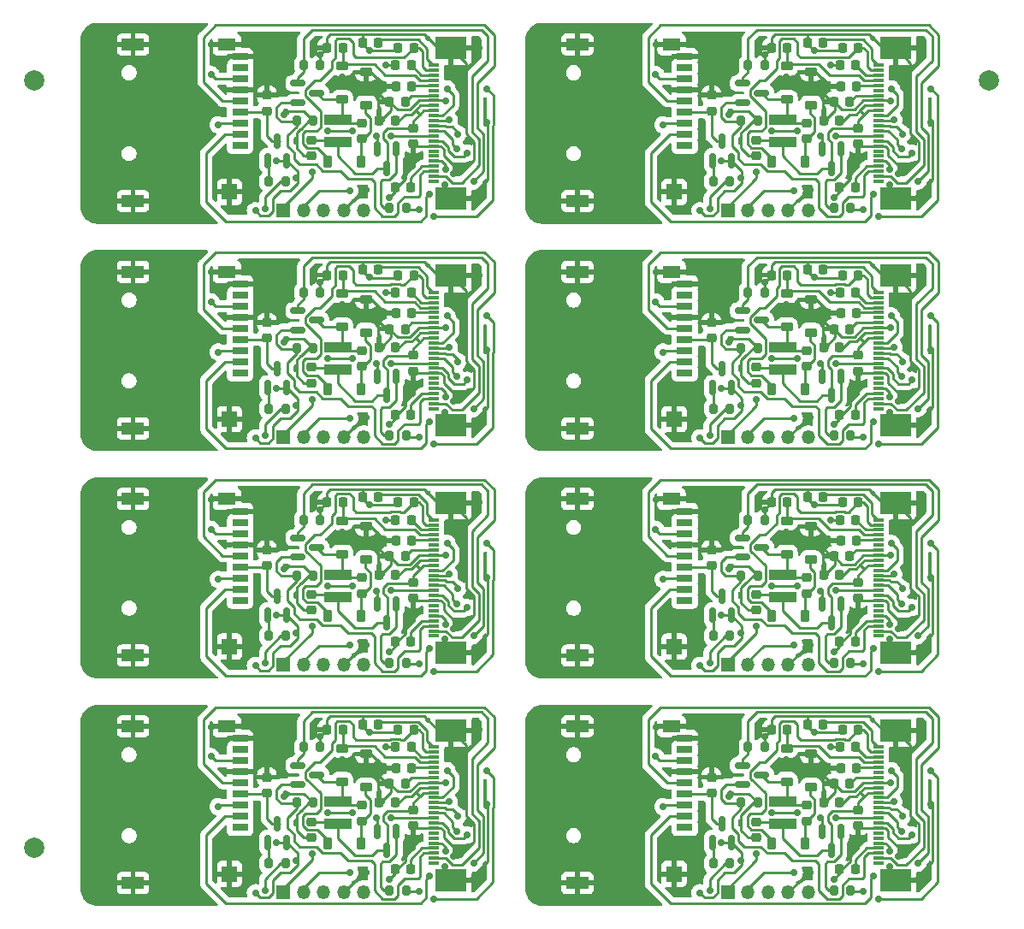
<source format=gbr>
%TF.GenerationSoftware,KiCad,Pcbnew,8.0.0*%
%TF.CreationDate,2024-05-28T16:04:12+09:00*%
%TF.ProjectId,Panel,50616e65-6c2e-46b6-9963-61645f706362,rev?*%
%TF.SameCoordinates,Original*%
%TF.FileFunction,Copper,L1,Top*%
%TF.FilePolarity,Positive*%
%FSLAX46Y46*%
G04 Gerber Fmt 4.6, Leading zero omitted, Abs format (unit mm)*
G04 Created by KiCad (PCBNEW 8.0.0) date 2024-05-28 16:04:12*
%MOMM*%
%LPD*%
G01*
G04 APERTURE LIST*
G04 Aperture macros list*
%AMRoundRect*
0 Rectangle with rounded corners*
0 $1 Rounding radius*
0 $2 $3 $4 $5 $6 $7 $8 $9 X,Y pos of 4 corners*
0 Add a 4 corners polygon primitive as box body*
4,1,4,$2,$3,$4,$5,$6,$7,$8,$9,$2,$3,0*
0 Add four circle primitives for the rounded corners*
1,1,$1+$1,$2,$3*
1,1,$1+$1,$4,$5*
1,1,$1+$1,$6,$7*
1,1,$1+$1,$8,$9*
0 Add four rect primitives between the rounded corners*
20,1,$1+$1,$2,$3,$4,$5,0*
20,1,$1+$1,$4,$5,$6,$7,0*
20,1,$1+$1,$6,$7,$8,$9,0*
20,1,$1+$1,$8,$9,$2,$3,0*%
G04 Aperture macros list end*
%TA.AperFunction,SMDPad,CuDef*%
%ADD10RoundRect,0.225000X-0.375000X0.225000X-0.375000X-0.225000X0.375000X-0.225000X0.375000X0.225000X0*%
%TD*%
%TA.AperFunction,SMDPad,CuDef*%
%ADD11RoundRect,0.225000X-0.225000X-0.250000X0.225000X-0.250000X0.225000X0.250000X-0.225000X0.250000X0*%
%TD*%
%TA.AperFunction,SMDPad,CuDef*%
%ADD12R,1.600000X0.700000*%
%TD*%
%TA.AperFunction,SMDPad,CuDef*%
%ADD13R,1.800000X1.200000*%
%TD*%
%TA.AperFunction,SMDPad,CuDef*%
%ADD14R,2.200000X1.200000*%
%TD*%
%TA.AperFunction,SMDPad,CuDef*%
%ADD15R,1.500000X1.600000*%
%TD*%
%TA.AperFunction,SMDPad,CuDef*%
%ADD16RoundRect,0.200000X0.200000X0.275000X-0.200000X0.275000X-0.200000X-0.275000X0.200000X-0.275000X0*%
%TD*%
%TA.AperFunction,SMDPad,CuDef*%
%ADD17RoundRect,0.225000X0.250000X-0.225000X0.250000X0.225000X-0.250000X0.225000X-0.250000X-0.225000X0*%
%TD*%
%TA.AperFunction,SMDPad,CuDef*%
%ADD18RoundRect,0.150000X-0.150000X0.587500X-0.150000X-0.587500X0.150000X-0.587500X0.150000X0.587500X0*%
%TD*%
%TA.AperFunction,ComponentPad*%
%ADD19R,1.350000X1.350000*%
%TD*%
%TA.AperFunction,ComponentPad*%
%ADD20O,1.350000X1.350000*%
%TD*%
%TA.AperFunction,SMDPad,CuDef*%
%ADD21RoundRect,0.225000X0.225000X0.375000X-0.225000X0.375000X-0.225000X-0.375000X0.225000X-0.375000X0*%
%TD*%
%TA.AperFunction,SMDPad,CuDef*%
%ADD22RoundRect,0.225000X-0.250000X0.225000X-0.250000X-0.225000X0.250000X-0.225000X0.250000X0.225000X0*%
%TD*%
%TA.AperFunction,SMDPad,CuDef*%
%ADD23RoundRect,0.150000X0.150000X-0.587500X0.150000X0.587500X-0.150000X0.587500X-0.150000X-0.587500X0*%
%TD*%
%TA.AperFunction,SMDPad,CuDef*%
%ADD24R,2.700000X1.000000*%
%TD*%
%TA.AperFunction,SMDPad,CuDef*%
%ADD25RoundRect,0.200000X-0.200000X-0.275000X0.200000X-0.275000X0.200000X0.275000X-0.200000X0.275000X0*%
%TD*%
%TA.AperFunction,SMDPad,CuDef*%
%ADD26R,1.100000X0.300000*%
%TD*%
%TA.AperFunction,SMDPad,CuDef*%
%ADD27R,3.100000X2.300000*%
%TD*%
%TA.AperFunction,SMDPad,CuDef*%
%ADD28C,2.000000*%
%TD*%
%TA.AperFunction,SMDPad,CuDef*%
%ADD29RoundRect,0.225000X0.225000X0.250000X-0.225000X0.250000X-0.225000X-0.250000X0.225000X-0.250000X0*%
%TD*%
%TA.AperFunction,SMDPad,CuDef*%
%ADD30RoundRect,0.150000X-0.587500X-0.150000X0.587500X-0.150000X0.587500X0.150000X-0.587500X0.150000X0*%
%TD*%
%TA.AperFunction,ViaPad*%
%ADD31C,0.700000*%
%TD*%
%TA.AperFunction,Conductor*%
%ADD32C,0.225000*%
%TD*%
G04 APERTURE END LIST*
D10*
%TO.P,D2,1,K*%
%TO.N,Board_4-GND*%
X134087670Y-70154695D03*
%TO.P,D2,2,A*%
%TO.N,Board_4-Net-(D1-K)*%
X134087670Y-73454695D03*
%TD*%
D11*
%TO.P,C4,1*%
%TO.N,Board_4-GND*%
X133725000Y-67250000D03*
%TO.P,C4,2*%
%TO.N,Board_4-/VCOM*%
X135275000Y-67250000D03*
%TD*%
D12*
%TO.P,J3,1,DAT2*%
%TO.N,Board_7-unconnected-(J3-DAT2-Pad1)*%
X165600000Y-99950000D03*
%TO.P,J3,2,DAT3/CD*%
%TO.N,Board_7-/SD_CS*%
X165600000Y-98850000D03*
%TO.P,J3,3,CMD*%
%TO.N,Board_7-/SDI*%
X165600000Y-97750000D03*
%TO.P,J3,4,VDD*%
%TO.N,Board_7-Net-(J3-VDD)*%
X165600000Y-96650000D03*
%TO.P,J3,5,CLK*%
%TO.N,Board_7-/SCK*%
X165600000Y-95550000D03*
%TO.P,J3,6,VSS*%
%TO.N,Board_7-GND*%
X165600000Y-94450000D03*
%TO.P,J3,7,DAT0*%
%TO.N,Board_7-/SDO*%
X165600000Y-93350000D03*
%TO.P,J3,8,DAT1*%
%TO.N,Board_7-unconnected-(J3-DAT1-Pad8)*%
X165600000Y-92250000D03*
D13*
%TO.P,J3,9,SHIELD*%
%TO.N,Board_7-GND*%
X164300000Y-89950000D03*
D14*
X155000000Y-89950000D03*
D12*
X165600000Y-91150000D03*
D15*
X164550000Y-104550000D03*
D14*
X155000000Y-105450000D03*
%TD*%
D16*
%TO.P,R7,1*%
%TO.N,Board_3-/SD_PWR*%
X170075000Y-58500000D03*
%TO.P,R7,2*%
%TO.N,Board_3-Net-(Q4-G)*%
X168425000Y-58500000D03*
%TD*%
D17*
%TO.P,C15,1*%
%TO.N,Board_2-Net-(J3-VDD)*%
X124250000Y-51525000D03*
%TO.P,C15,2*%
%TO.N,Board_2-GND*%
X124250000Y-49975000D03*
%TD*%
D18*
%TO.P,Q3,1,G*%
%TO.N,Board_2-Net-(Q3-G)*%
X137069832Y-55321634D03*
%TO.P,Q3,2,S*%
%TO.N,Board_2-+3.3V*%
X135169832Y-55321634D03*
%TO.P,Q3,3,D*%
%TO.N,Board_2-/SC_3V3*%
X136119832Y-57196634D03*
%TD*%
D11*
%TO.P,C11,1*%
%TO.N,Board_6-GND*%
X136933764Y-104085530D03*
%TO.P,C11,2*%
%TO.N,Board_6-Net-(J2-Pin_4)*%
X138483764Y-104085530D03*
%TD*%
D17*
%TO.P,C16,1*%
%TO.N,Board_6-GND*%
X138750000Y-99775000D03*
%TO.P,C16,2*%
%TO.N,Board_6-/SC_3V3*%
X138750000Y-98225000D03*
%TD*%
D11*
%TO.P,C11,1*%
%TO.N,Board_1-GND*%
X180933764Y-36585530D03*
%TO.P,C11,2*%
%TO.N,Board_1-Net-(J2-Pin_4)*%
X182483764Y-36585530D03*
%TD*%
D19*
%TO.P,J1,1,Pin_1*%
%TO.N,Board_6-/SWDIO*%
X125851363Y-106343235D03*
D20*
%TO.P,J1,2,Pin_2*%
%TO.N,Board_6-/D{slash}C*%
X127851363Y-106343235D03*
%TO.P,J1,3,Pin_3*%
%TO.N,Board_6-+3.3V*%
X129851363Y-106343235D03*
%TO.P,J1,4,Pin_4*%
%TO.N,Board_6-GND*%
X131851363Y-106343235D03*
%TO.P,J1,5,Pin_5*%
%TO.N,Board_6-/NRST*%
X133851363Y-106343235D03*
%TD*%
D11*
%TO.P,C9,1*%
%TO.N,Board_5-GND*%
X180389234Y-73110744D03*
%TO.P,C9,2*%
%TO.N,Board_5-Net-(J2-Pin_18)*%
X181939234Y-73110744D03*
%TD*%
D17*
%TO.P,C16,1*%
%TO.N,Board_2-GND*%
X138750000Y-54775000D03*
%TO.P,C16,2*%
%TO.N,Board_2-/SC_3V3*%
X138750000Y-53225000D03*
%TD*%
D12*
%TO.P,J3,1,DAT2*%
%TO.N,Board_4-unconnected-(J3-DAT2-Pad1)*%
X121600000Y-77450000D03*
%TO.P,J3,2,DAT3/CD*%
%TO.N,Board_4-/SD_CS*%
X121600000Y-76350000D03*
%TO.P,J3,3,CMD*%
%TO.N,Board_4-/SDI*%
X121600000Y-75250000D03*
%TO.P,J3,4,VDD*%
%TO.N,Board_4-Net-(J3-VDD)*%
X121600000Y-74150000D03*
%TO.P,J3,5,CLK*%
%TO.N,Board_4-/SCK*%
X121600000Y-73050000D03*
%TO.P,J3,6,VSS*%
%TO.N,Board_4-GND*%
X121600000Y-71950000D03*
%TO.P,J3,7,DAT0*%
%TO.N,Board_4-/SDO*%
X121600000Y-70850000D03*
%TO.P,J3,8,DAT1*%
%TO.N,Board_4-unconnected-(J3-DAT1-Pad8)*%
X121600000Y-69750000D03*
D13*
%TO.P,J3,9,SHIELD*%
%TO.N,Board_4-GND*%
X120300000Y-67450000D03*
D14*
X111000000Y-67450000D03*
D12*
X121600000Y-68650000D03*
D15*
X120550000Y-82050000D03*
D14*
X111000000Y-82950000D03*
%TD*%
D21*
%TO.P,D1,1,K*%
%TO.N,Board_2-Net-(D1-K)*%
X133540086Y-56553780D03*
%TO.P,D1,2,A*%
%TO.N,Board_2-/PREVGL*%
X130240086Y-56553780D03*
%TD*%
D11*
%TO.P,C4,1*%
%TO.N,Board_2-GND*%
X133725000Y-44750000D03*
%TO.P,C4,2*%
%TO.N,Board_2-/VCOM*%
X135275000Y-44750000D03*
%TD*%
%TO.P,C7,1*%
%TO.N,Board_0-GND*%
X136975000Y-24500000D03*
%TO.P,C7,2*%
%TO.N,Board_0-Net-(J2-Pin_22)*%
X138525000Y-24500000D03*
%TD*%
D19*
%TO.P,J1,1,Pin_1*%
%TO.N,Board_2-/SWDIO*%
X125851363Y-61343235D03*
D20*
%TO.P,J1,2,Pin_2*%
%TO.N,Board_2-/D{slash}C*%
X127851363Y-61343235D03*
%TO.P,J1,3,Pin_3*%
%TO.N,Board_2-+3.3V*%
X129851363Y-61343235D03*
%TO.P,J1,4,Pin_4*%
%TO.N,Board_2-GND*%
X131851363Y-61343235D03*
%TO.P,J1,5,Pin_5*%
%TO.N,Board_2-/NRST*%
X133851363Y-61343235D03*
%TD*%
D22*
%TO.P,C1,1*%
%TO.N,Board_7-/SC_3V3*%
X172682865Y-99408032D03*
%TO.P,C1,2*%
%TO.N,Board_7-GND*%
X172682865Y-100958032D03*
%TD*%
D11*
%TO.P,C7,1*%
%TO.N,Board_4-GND*%
X136975000Y-69500000D03*
%TO.P,C7,2*%
%TO.N,Board_4-Net-(J2-Pin_22)*%
X138525000Y-69500000D03*
%TD*%
%TO.P,C10,1*%
%TO.N,Board_7-GND*%
X181224999Y-90289777D03*
%TO.P,C10,2*%
%TO.N,Board_7-/PREVGL*%
X182774999Y-90289777D03*
%TD*%
D23*
%TO.P,Q4,1,G*%
%TO.N,Board_4-Net-(Q4-G)*%
X124323000Y-78937500D03*
%TO.P,Q4,2,S*%
%TO.N,Board_4-+3.3V*%
X126223000Y-78937500D03*
%TO.P,Q4,3,D*%
%TO.N,Board_4-Net-(J3-VDD)*%
X125273000Y-77062500D03*
%TD*%
D17*
%TO.P,C16,1*%
%TO.N,Board_1-GND*%
X182750000Y-32275000D03*
%TO.P,C16,2*%
%TO.N,Board_1-/SC_3V3*%
X182750000Y-30725000D03*
%TD*%
D24*
%TO.P,L1,1,1*%
%TO.N,Board_2-/SC_3V3*%
X131285350Y-54619676D03*
%TO.P,L1,2,2*%
%TO.N,Board_2-Net-(D3-A)*%
X131285350Y-52419676D03*
%TD*%
D25*
%TO.P,R1,1*%
%TO.N,Board_6-/GDR*%
X127862500Y-92000000D03*
%TO.P,R1,2*%
%TO.N,Board_6-GND*%
X129512500Y-92000000D03*
%TD*%
D24*
%TO.P,L1,1,1*%
%TO.N,Board_4-/SC_3V3*%
X131285350Y-77119676D03*
%TO.P,L1,2,2*%
%TO.N,Board_4-Net-(D3-A)*%
X131285350Y-74919676D03*
%TD*%
D21*
%TO.P,D1,1,K*%
%TO.N,Board_7-Net-(D1-K)*%
X177540086Y-101553780D03*
%TO.P,D1,2,A*%
%TO.N,Board_7-/PREVGL*%
X174240086Y-101553780D03*
%TD*%
D26*
%TO.P,J2,1,Pin_1*%
%TO.N,Board_7-unconnected-(J2-Pin_1-Pad1)*%
X184767000Y-103500000D03*
%TO.P,J2,2,Pin_2*%
%TO.N,Board_7-/GDR*%
X184767000Y-103000000D03*
%TO.P,J2,3,Pin_3*%
%TO.N,Board_7-/RESE*%
X184767000Y-102500000D03*
%TO.P,J2,4,Pin_4*%
%TO.N,Board_7-Net-(J2-Pin_4)*%
X184767000Y-102000000D03*
%TO.P,J2,5,Pin_5*%
%TO.N,Board_7-Net-(J2-Pin_5)*%
X184767000Y-101500000D03*
%TO.P,J2,6,Pin_6*%
%TO.N,Board_7-unconnected-(J2-Pin_6-Pad6)*%
X184767000Y-101000000D03*
%TO.P,J2,7,Pin_7*%
%TO.N,Board_7-unconnected-(J2-Pin_7-Pad7)*%
X184767000Y-100500000D03*
%TO.P,J2,8,Pin_8*%
%TO.N,Board_7-GND*%
X184767000Y-100000000D03*
%TO.P,J2,9,Pin_9*%
%TO.N,Board_7-/Screen_BUSY*%
X184767000Y-99500000D03*
%TO.P,J2,10,Pin_10*%
%TO.N,Board_7-/Screen_RES*%
X184767000Y-99000000D03*
%TO.P,J2,11,Pin_11*%
%TO.N,Board_7-/D{slash}C*%
X184767000Y-98500000D03*
%TO.P,J2,12,Pin_12*%
%TO.N,Board_7-/Screen_CS*%
X184767000Y-98000000D03*
%TO.P,J2,13,Pin_13*%
%TO.N,Board_7-/SCK*%
X184767000Y-97500000D03*
%TO.P,J2,14,Pin_14*%
%TO.N,Board_7-/SDI*%
X184767000Y-97000000D03*
%TO.P,J2,15,Pin_15*%
%TO.N,Board_7-/SC_3V3*%
X184767000Y-96500000D03*
%TO.P,J2,16,Pin_16*%
X184767000Y-96000000D03*
%TO.P,J2,17,Pin_17*%
%TO.N,Board_7-GND*%
X184767000Y-95500000D03*
%TO.P,J2,18,Pin_18*%
%TO.N,Board_7-Net-(J2-Pin_18)*%
X184767000Y-95000000D03*
%TO.P,J2,19,Pin_19*%
%TO.N,Board_7-unconnected-(J2-Pin_19-Pad19)*%
X184767000Y-94500000D03*
%TO.P,J2,20,Pin_20*%
%TO.N,Board_7-Net-(J2-Pin_20)*%
X184767000Y-94000000D03*
%TO.P,J2,21,Pin_21*%
%TO.N,Board_7-/PREVGH*%
X184767000Y-93500000D03*
%TO.P,J2,22,Pin_22*%
%TO.N,Board_7-Net-(J2-Pin_22)*%
X184767000Y-93000000D03*
%TO.P,J2,23,Pin_23*%
%TO.N,Board_7-/PREVGL*%
X184767000Y-92500000D03*
%TO.P,J2,24,Pin_24*%
%TO.N,Board_7-/VCOM*%
X184767000Y-92000000D03*
D27*
%TO.P,J2,MP,MountPin*%
%TO.N,Board_7-GND*%
X186467000Y-105170000D03*
X186467000Y-90330000D03*
%TD*%
D11*
%TO.P,C8,1*%
%TO.N,Board_4-GND*%
X135364645Y-74966744D03*
%TO.P,C8,2*%
%TO.N,Board_4-/SC_3V3*%
X136914645Y-74966744D03*
%TD*%
D26*
%TO.P,J2,1,Pin_1*%
%TO.N,Board_1-unconnected-(J2-Pin_1-Pad1)*%
X184767000Y-36000000D03*
%TO.P,J2,2,Pin_2*%
%TO.N,Board_1-/GDR*%
X184767000Y-35500000D03*
%TO.P,J2,3,Pin_3*%
%TO.N,Board_1-/RESE*%
X184767000Y-35000000D03*
%TO.P,J2,4,Pin_4*%
%TO.N,Board_1-Net-(J2-Pin_4)*%
X184767000Y-34500000D03*
%TO.P,J2,5,Pin_5*%
%TO.N,Board_1-Net-(J2-Pin_5)*%
X184767000Y-34000000D03*
%TO.P,J2,6,Pin_6*%
%TO.N,Board_1-unconnected-(J2-Pin_6-Pad6)*%
X184767000Y-33500000D03*
%TO.P,J2,7,Pin_7*%
%TO.N,Board_1-unconnected-(J2-Pin_7-Pad7)*%
X184767000Y-33000000D03*
%TO.P,J2,8,Pin_8*%
%TO.N,Board_1-GND*%
X184767000Y-32500000D03*
%TO.P,J2,9,Pin_9*%
%TO.N,Board_1-/Screen_BUSY*%
X184767000Y-32000000D03*
%TO.P,J2,10,Pin_10*%
%TO.N,Board_1-/Screen_RES*%
X184767000Y-31500000D03*
%TO.P,J2,11,Pin_11*%
%TO.N,Board_1-/D{slash}C*%
X184767000Y-31000000D03*
%TO.P,J2,12,Pin_12*%
%TO.N,Board_1-/Screen_CS*%
X184767000Y-30500000D03*
%TO.P,J2,13,Pin_13*%
%TO.N,Board_1-/SCK*%
X184767000Y-30000000D03*
%TO.P,J2,14,Pin_14*%
%TO.N,Board_1-/SDI*%
X184767000Y-29500000D03*
%TO.P,J2,15,Pin_15*%
%TO.N,Board_1-/SC_3V3*%
X184767000Y-29000000D03*
%TO.P,J2,16,Pin_16*%
X184767000Y-28500000D03*
%TO.P,J2,17,Pin_17*%
%TO.N,Board_1-GND*%
X184767000Y-28000000D03*
%TO.P,J2,18,Pin_18*%
%TO.N,Board_1-Net-(J2-Pin_18)*%
X184767000Y-27500000D03*
%TO.P,J2,19,Pin_19*%
%TO.N,Board_1-unconnected-(J2-Pin_19-Pad19)*%
X184767000Y-27000000D03*
%TO.P,J2,20,Pin_20*%
%TO.N,Board_1-Net-(J2-Pin_20)*%
X184767000Y-26500000D03*
%TO.P,J2,21,Pin_21*%
%TO.N,Board_1-/PREVGH*%
X184767000Y-26000000D03*
%TO.P,J2,22,Pin_22*%
%TO.N,Board_1-Net-(J2-Pin_22)*%
X184767000Y-25500000D03*
%TO.P,J2,23,Pin_23*%
%TO.N,Board_1-/PREVGL*%
X184767000Y-25000000D03*
%TO.P,J2,24,Pin_24*%
%TO.N,Board_1-/VCOM*%
X184767000Y-24500000D03*
D27*
%TO.P,J2,MP,MountPin*%
%TO.N,Board_1-GND*%
X186467000Y-37670000D03*
X186467000Y-22830000D03*
%TD*%
D25*
%TO.P,R1,1*%
%TO.N,Board_4-/GDR*%
X127862500Y-69500000D03*
%TO.P,R1,2*%
%TO.N,Board_4-GND*%
X129512500Y-69500000D03*
%TD*%
D22*
%TO.P,C1,1*%
%TO.N,Board_1-/SC_3V3*%
X172682865Y-31908032D03*
%TO.P,C1,2*%
%TO.N,Board_1-GND*%
X172682865Y-33458032D03*
%TD*%
D28*
%TO.P,KiKit_FID_T_2,*%
%TO.N,*%
X195751000Y-26000000D03*
%TD*%
D11*
%TO.P,C11,1*%
%TO.N,Board_3-GND*%
X180933764Y-59085530D03*
%TO.P,C11,2*%
%TO.N,Board_3-Net-(J2-Pin_4)*%
X182483764Y-59085530D03*
%TD*%
D16*
%TO.P,R4,1*%
%TO.N,Board_0-GND*%
X128837500Y-30000000D03*
%TO.P,R4,2*%
%TO.N,Board_0-/RESE*%
X127187500Y-30000000D03*
%TD*%
%TO.P,R4,1*%
%TO.N,Board_4-GND*%
X128837500Y-75000000D03*
%TO.P,R4,2*%
%TO.N,Board_4-/RESE*%
X127187500Y-75000000D03*
%TD*%
D25*
%TO.P,R1,1*%
%TO.N,Board_2-/GDR*%
X127862500Y-47000000D03*
%TO.P,R1,2*%
%TO.N,Board_2-GND*%
X129512500Y-47000000D03*
%TD*%
D10*
%TO.P,D3,1,K*%
%TO.N,Board_1-/PREVGH*%
X175687500Y-24600000D03*
%TO.P,D3,2,A*%
%TO.N,Board_1-Net-(D3-A)*%
X175687500Y-27900000D03*
%TD*%
D18*
%TO.P,Q3,1,G*%
%TO.N,Board_6-Net-(Q3-G)*%
X137069832Y-100321634D03*
%TO.P,Q3,2,S*%
%TO.N,Board_6-+3.3V*%
X135169832Y-100321634D03*
%TO.P,Q3,3,D*%
%TO.N,Board_6-/SC_3V3*%
X136119832Y-102196634D03*
%TD*%
D26*
%TO.P,J2,1,Pin_1*%
%TO.N,Board_5-unconnected-(J2-Pin_1-Pad1)*%
X184767000Y-81000000D03*
%TO.P,J2,2,Pin_2*%
%TO.N,Board_5-/GDR*%
X184767000Y-80500000D03*
%TO.P,J2,3,Pin_3*%
%TO.N,Board_5-/RESE*%
X184767000Y-80000000D03*
%TO.P,J2,4,Pin_4*%
%TO.N,Board_5-Net-(J2-Pin_4)*%
X184767000Y-79500000D03*
%TO.P,J2,5,Pin_5*%
%TO.N,Board_5-Net-(J2-Pin_5)*%
X184767000Y-79000000D03*
%TO.P,J2,6,Pin_6*%
%TO.N,Board_5-unconnected-(J2-Pin_6-Pad6)*%
X184767000Y-78500000D03*
%TO.P,J2,7,Pin_7*%
%TO.N,Board_5-unconnected-(J2-Pin_7-Pad7)*%
X184767000Y-78000000D03*
%TO.P,J2,8,Pin_8*%
%TO.N,Board_5-GND*%
X184767000Y-77500000D03*
%TO.P,J2,9,Pin_9*%
%TO.N,Board_5-/Screen_BUSY*%
X184767000Y-77000000D03*
%TO.P,J2,10,Pin_10*%
%TO.N,Board_5-/Screen_RES*%
X184767000Y-76500000D03*
%TO.P,J2,11,Pin_11*%
%TO.N,Board_5-/D{slash}C*%
X184767000Y-76000000D03*
%TO.P,J2,12,Pin_12*%
%TO.N,Board_5-/Screen_CS*%
X184767000Y-75500000D03*
%TO.P,J2,13,Pin_13*%
%TO.N,Board_5-/SCK*%
X184767000Y-75000000D03*
%TO.P,J2,14,Pin_14*%
%TO.N,Board_5-/SDI*%
X184767000Y-74500000D03*
%TO.P,J2,15,Pin_15*%
%TO.N,Board_5-/SC_3V3*%
X184767000Y-74000000D03*
%TO.P,J2,16,Pin_16*%
X184767000Y-73500000D03*
%TO.P,J2,17,Pin_17*%
%TO.N,Board_5-GND*%
X184767000Y-73000000D03*
%TO.P,J2,18,Pin_18*%
%TO.N,Board_5-Net-(J2-Pin_18)*%
X184767000Y-72500000D03*
%TO.P,J2,19,Pin_19*%
%TO.N,Board_5-unconnected-(J2-Pin_19-Pad19)*%
X184767000Y-72000000D03*
%TO.P,J2,20,Pin_20*%
%TO.N,Board_5-Net-(J2-Pin_20)*%
X184767000Y-71500000D03*
%TO.P,J2,21,Pin_21*%
%TO.N,Board_5-/PREVGH*%
X184767000Y-71000000D03*
%TO.P,J2,22,Pin_22*%
%TO.N,Board_5-Net-(J2-Pin_22)*%
X184767000Y-70500000D03*
%TO.P,J2,23,Pin_23*%
%TO.N,Board_5-/PREVGL*%
X184767000Y-70000000D03*
%TO.P,J2,24,Pin_24*%
%TO.N,Board_5-/VCOM*%
X184767000Y-69500000D03*
D27*
%TO.P,J2,MP,MountPin*%
%TO.N,Board_5-GND*%
X186467000Y-82670000D03*
X186467000Y-67830000D03*
%TD*%
D17*
%TO.P,C16,1*%
%TO.N,Board_3-GND*%
X182750000Y-54775000D03*
%TO.P,C16,2*%
%TO.N,Board_3-/SC_3V3*%
X182750000Y-53225000D03*
%TD*%
D11*
%TO.P,C7,1*%
%TO.N,Board_1-GND*%
X180975000Y-24500000D03*
%TO.P,C7,2*%
%TO.N,Board_1-Net-(J2-Pin_22)*%
X182525000Y-24500000D03*
%TD*%
D25*
%TO.P,R1,1*%
%TO.N,Board_1-/GDR*%
X171862500Y-24500000D03*
%TO.P,R1,2*%
%TO.N,Board_1-GND*%
X173512500Y-24500000D03*
%TD*%
D11*
%TO.P,C10,1*%
%TO.N,Board_1-GND*%
X181224999Y-22789777D03*
%TO.P,C10,2*%
%TO.N,Board_1-/PREVGL*%
X182774999Y-22789777D03*
%TD*%
%TO.P,C10,1*%
%TO.N,Board_2-GND*%
X137224999Y-45289777D03*
%TO.P,C10,2*%
%TO.N,Board_2-/PREVGL*%
X138774999Y-45289777D03*
%TD*%
D21*
%TO.P,D1,1,K*%
%TO.N,Board_1-Net-(D1-K)*%
X177540086Y-34053780D03*
%TO.P,D1,2,A*%
%TO.N,Board_1-/PREVGL*%
X174240086Y-34053780D03*
%TD*%
D11*
%TO.P,C6,1*%
%TO.N,Board_4-GND*%
X137028724Y-71574577D03*
%TO.P,C6,2*%
%TO.N,Board_4-Net-(J2-Pin_20)*%
X138578724Y-71574577D03*
%TD*%
D16*
%TO.P,R3,1*%
%TO.N,Board_2-/Screen_PWR*%
X138036000Y-61151000D03*
%TO.P,R3,2*%
%TO.N,Board_2-Net-(Q3-G)*%
X136386000Y-61151000D03*
%TD*%
D19*
%TO.P,J1,1,Pin_1*%
%TO.N,Board_7-/SWDIO*%
X169851363Y-106343235D03*
D20*
%TO.P,J1,2,Pin_2*%
%TO.N,Board_7-/D{slash}C*%
X171851363Y-106343235D03*
%TO.P,J1,3,Pin_3*%
%TO.N,Board_7-+3.3V*%
X173851363Y-106343235D03*
%TO.P,J1,4,Pin_4*%
%TO.N,Board_7-GND*%
X175851363Y-106343235D03*
%TO.P,J1,5,Pin_5*%
%TO.N,Board_7-/NRST*%
X177851363Y-106343235D03*
%TD*%
D22*
%TO.P,C1,1*%
%TO.N,Board_6-/SC_3V3*%
X128682865Y-99408032D03*
%TO.P,C1,2*%
%TO.N,Board_6-GND*%
X128682865Y-100958032D03*
%TD*%
D11*
%TO.P,C4,1*%
%TO.N,Board_7-GND*%
X177725000Y-89750000D03*
%TO.P,C4,2*%
%TO.N,Board_7-/VCOM*%
X179275000Y-89750000D03*
%TD*%
%TO.P,C6,1*%
%TO.N,Board_7-GND*%
X181028724Y-94074577D03*
%TO.P,C6,2*%
%TO.N,Board_7-Net-(J2-Pin_20)*%
X182578724Y-94074577D03*
%TD*%
%TO.P,C9,1*%
%TO.N,Board_4-GND*%
X136389234Y-73110744D03*
%TO.P,C9,2*%
%TO.N,Board_4-Net-(J2-Pin_18)*%
X137939234Y-73110744D03*
%TD*%
D10*
%TO.P,D2,1,K*%
%TO.N,Board_6-GND*%
X134087670Y-92654695D03*
%TO.P,D2,2,A*%
%TO.N,Board_6-Net-(D1-K)*%
X134087670Y-95954695D03*
%TD*%
%TO.P,D3,1,K*%
%TO.N,Board_0-/PREVGH*%
X131687500Y-24600000D03*
%TO.P,D3,2,A*%
%TO.N,Board_0-Net-(D3-A)*%
X131687500Y-27900000D03*
%TD*%
D12*
%TO.P,J3,1,DAT2*%
%TO.N,Board_3-unconnected-(J3-DAT2-Pad1)*%
X165600000Y-54950000D03*
%TO.P,J3,2,DAT3/CD*%
%TO.N,Board_3-/SD_CS*%
X165600000Y-53850000D03*
%TO.P,J3,3,CMD*%
%TO.N,Board_3-/SDI*%
X165600000Y-52750000D03*
%TO.P,J3,4,VDD*%
%TO.N,Board_3-Net-(J3-VDD)*%
X165600000Y-51650000D03*
%TO.P,J3,5,CLK*%
%TO.N,Board_3-/SCK*%
X165600000Y-50550000D03*
%TO.P,J3,6,VSS*%
%TO.N,Board_3-GND*%
X165600000Y-49450000D03*
%TO.P,J3,7,DAT0*%
%TO.N,Board_3-/SDO*%
X165600000Y-48350000D03*
%TO.P,J3,8,DAT1*%
%TO.N,Board_3-unconnected-(J3-DAT1-Pad8)*%
X165600000Y-47250000D03*
D13*
%TO.P,J3,9,SHIELD*%
%TO.N,Board_3-GND*%
X164300000Y-44950000D03*
D14*
X155000000Y-44950000D03*
D12*
X165600000Y-46150000D03*
D15*
X164550000Y-59550000D03*
D14*
X155000000Y-60450000D03*
%TD*%
D16*
%TO.P,R3,1*%
%TO.N,Board_7-/Screen_PWR*%
X182036000Y-106151000D03*
%TO.P,R3,2*%
%TO.N,Board_7-Net-(Q3-G)*%
X180386000Y-106151000D03*
%TD*%
%TO.P,R4,1*%
%TO.N,Board_3-GND*%
X172837500Y-52500000D03*
%TO.P,R4,2*%
%TO.N,Board_3-/RESE*%
X171187500Y-52500000D03*
%TD*%
%TO.P,R7,1*%
%TO.N,Board_0-/SD_PWR*%
X126075000Y-36000000D03*
%TO.P,R7,2*%
%TO.N,Board_0-Net-(Q4-G)*%
X124425000Y-36000000D03*
%TD*%
D29*
%TO.P,C3,1*%
%TO.N,Board_4-/PREVGH*%
X131763000Y-67776000D03*
%TO.P,C3,2*%
%TO.N,Board_4-GND*%
X130213000Y-67776000D03*
%TD*%
D16*
%TO.P,R4,1*%
%TO.N,Board_5-GND*%
X172837500Y-75000000D03*
%TO.P,R4,2*%
%TO.N,Board_5-/RESE*%
X171187500Y-75000000D03*
%TD*%
D29*
%TO.P,C3,1*%
%TO.N,Board_7-/PREVGH*%
X175763000Y-90276000D03*
%TO.P,C3,2*%
%TO.N,Board_7-GND*%
X174213000Y-90276000D03*
%TD*%
D24*
%TO.P,L1,1,1*%
%TO.N,Board_7-/SC_3V3*%
X175285350Y-99619676D03*
%TO.P,L1,2,2*%
%TO.N,Board_7-Net-(D3-A)*%
X175285350Y-97419676D03*
%TD*%
D26*
%TO.P,J2,1,Pin_1*%
%TO.N,Board_4-unconnected-(J2-Pin_1-Pad1)*%
X140767000Y-81000000D03*
%TO.P,J2,2,Pin_2*%
%TO.N,Board_4-/GDR*%
X140767000Y-80500000D03*
%TO.P,J2,3,Pin_3*%
%TO.N,Board_4-/RESE*%
X140767000Y-80000000D03*
%TO.P,J2,4,Pin_4*%
%TO.N,Board_4-Net-(J2-Pin_4)*%
X140767000Y-79500000D03*
%TO.P,J2,5,Pin_5*%
%TO.N,Board_4-Net-(J2-Pin_5)*%
X140767000Y-79000000D03*
%TO.P,J2,6,Pin_6*%
%TO.N,Board_4-unconnected-(J2-Pin_6-Pad6)*%
X140767000Y-78500000D03*
%TO.P,J2,7,Pin_7*%
%TO.N,Board_4-unconnected-(J2-Pin_7-Pad7)*%
X140767000Y-78000000D03*
%TO.P,J2,8,Pin_8*%
%TO.N,Board_4-GND*%
X140767000Y-77500000D03*
%TO.P,J2,9,Pin_9*%
%TO.N,Board_4-/Screen_BUSY*%
X140767000Y-77000000D03*
%TO.P,J2,10,Pin_10*%
%TO.N,Board_4-/Screen_RES*%
X140767000Y-76500000D03*
%TO.P,J2,11,Pin_11*%
%TO.N,Board_4-/D{slash}C*%
X140767000Y-76000000D03*
%TO.P,J2,12,Pin_12*%
%TO.N,Board_4-/Screen_CS*%
X140767000Y-75500000D03*
%TO.P,J2,13,Pin_13*%
%TO.N,Board_4-/SCK*%
X140767000Y-75000000D03*
%TO.P,J2,14,Pin_14*%
%TO.N,Board_4-/SDI*%
X140767000Y-74500000D03*
%TO.P,J2,15,Pin_15*%
%TO.N,Board_4-/SC_3V3*%
X140767000Y-74000000D03*
%TO.P,J2,16,Pin_16*%
X140767000Y-73500000D03*
%TO.P,J2,17,Pin_17*%
%TO.N,Board_4-GND*%
X140767000Y-73000000D03*
%TO.P,J2,18,Pin_18*%
%TO.N,Board_4-Net-(J2-Pin_18)*%
X140767000Y-72500000D03*
%TO.P,J2,19,Pin_19*%
%TO.N,Board_4-unconnected-(J2-Pin_19-Pad19)*%
X140767000Y-72000000D03*
%TO.P,J2,20,Pin_20*%
%TO.N,Board_4-Net-(J2-Pin_20)*%
X140767000Y-71500000D03*
%TO.P,J2,21,Pin_21*%
%TO.N,Board_4-/PREVGH*%
X140767000Y-71000000D03*
%TO.P,J2,22,Pin_22*%
%TO.N,Board_4-Net-(J2-Pin_22)*%
X140767000Y-70500000D03*
%TO.P,J2,23,Pin_23*%
%TO.N,Board_4-/PREVGL*%
X140767000Y-70000000D03*
%TO.P,J2,24,Pin_24*%
%TO.N,Board_4-/VCOM*%
X140767000Y-69500000D03*
D27*
%TO.P,J2,MP,MountPin*%
%TO.N,Board_4-GND*%
X142467000Y-82670000D03*
X142467000Y-67830000D03*
%TD*%
D16*
%TO.P,R4,1*%
%TO.N,Board_6-GND*%
X128837500Y-97500000D03*
%TO.P,R4,2*%
%TO.N,Board_6-/RESE*%
X127187500Y-97500000D03*
%TD*%
D22*
%TO.P,C1,1*%
%TO.N,Board_5-/SC_3V3*%
X172682865Y-76908032D03*
%TO.P,C1,2*%
%TO.N,Board_5-GND*%
X172682865Y-78458032D03*
%TD*%
D23*
%TO.P,Q4,1,G*%
%TO.N,Board_6-Net-(Q4-G)*%
X124323000Y-101437500D03*
%TO.P,Q4,2,S*%
%TO.N,Board_6-+3.3V*%
X126223000Y-101437500D03*
%TO.P,Q4,3,D*%
%TO.N,Board_6-Net-(J3-VDD)*%
X125273000Y-99562500D03*
%TD*%
D17*
%TO.P,C2,1*%
%TO.N,Board_2-Net-(D1-K)*%
X133668000Y-54295382D03*
%TO.P,C2,2*%
%TO.N,Board_2-Net-(D3-A)*%
X133668000Y-52745382D03*
%TD*%
D11*
%TO.P,C8,1*%
%TO.N,Board_2-GND*%
X135364645Y-52466744D03*
%TO.P,C8,2*%
%TO.N,Board_2-/SC_3V3*%
X136914645Y-52466744D03*
%TD*%
%TO.P,C7,1*%
%TO.N,Board_5-GND*%
X180975000Y-69500000D03*
%TO.P,C7,2*%
%TO.N,Board_5-Net-(J2-Pin_22)*%
X182525000Y-69500000D03*
%TD*%
D21*
%TO.P,D1,1,K*%
%TO.N,Board_6-Net-(D1-K)*%
X133540086Y-101553780D03*
%TO.P,D1,2,A*%
%TO.N,Board_6-/PREVGL*%
X130240086Y-101553780D03*
%TD*%
D22*
%TO.P,C1,1*%
%TO.N,Board_3-/SC_3V3*%
X172682865Y-54408032D03*
%TO.P,C1,2*%
%TO.N,Board_3-GND*%
X172682865Y-55958032D03*
%TD*%
D25*
%TO.P,R1,1*%
%TO.N,Board_0-/GDR*%
X127862500Y-24500000D03*
%TO.P,R1,2*%
%TO.N,Board_0-GND*%
X129512500Y-24500000D03*
%TD*%
D17*
%TO.P,C2,1*%
%TO.N,Board_1-Net-(D1-K)*%
X177668000Y-31795382D03*
%TO.P,C2,2*%
%TO.N,Board_1-Net-(D3-A)*%
X177668000Y-30245382D03*
%TD*%
D16*
%TO.P,R3,1*%
%TO.N,Board_1-/Screen_PWR*%
X182036000Y-38651000D03*
%TO.P,R3,2*%
%TO.N,Board_1-Net-(Q3-G)*%
X180386000Y-38651000D03*
%TD*%
D17*
%TO.P,C2,1*%
%TO.N,Board_7-Net-(D1-K)*%
X177668000Y-99295382D03*
%TO.P,C2,2*%
%TO.N,Board_7-Net-(D3-A)*%
X177668000Y-97745382D03*
%TD*%
D11*
%TO.P,C10,1*%
%TO.N,Board_6-GND*%
X137224999Y-90289777D03*
%TO.P,C10,2*%
%TO.N,Board_6-/PREVGL*%
X138774999Y-90289777D03*
%TD*%
%TO.P,C9,1*%
%TO.N,Board_2-GND*%
X136389234Y-50610744D03*
%TO.P,C9,2*%
%TO.N,Board_2-Net-(J2-Pin_18)*%
X137939234Y-50610744D03*
%TD*%
D19*
%TO.P,J1,1,Pin_1*%
%TO.N,Board_4-/SWDIO*%
X125851363Y-83843235D03*
D20*
%TO.P,J1,2,Pin_2*%
%TO.N,Board_4-/D{slash}C*%
X127851363Y-83843235D03*
%TO.P,J1,3,Pin_3*%
%TO.N,Board_4-+3.3V*%
X129851363Y-83843235D03*
%TO.P,J1,4,Pin_4*%
%TO.N,Board_4-GND*%
X131851363Y-83843235D03*
%TO.P,J1,5,Pin_5*%
%TO.N,Board_4-/NRST*%
X133851363Y-83843235D03*
%TD*%
D10*
%TO.P,D2,1,K*%
%TO.N,Board_5-GND*%
X178087670Y-70154695D03*
%TO.P,D2,2,A*%
%TO.N,Board_5-Net-(D1-K)*%
X178087670Y-73454695D03*
%TD*%
D11*
%TO.P,C4,1*%
%TO.N,Board_6-GND*%
X133725000Y-89750000D03*
%TO.P,C4,2*%
%TO.N,Board_6-/VCOM*%
X135275000Y-89750000D03*
%TD*%
%TO.P,C8,1*%
%TO.N,Board_3-GND*%
X179364645Y-52466744D03*
%TO.P,C8,2*%
%TO.N,Board_3-/SC_3V3*%
X180914645Y-52466744D03*
%TD*%
%TO.P,C10,1*%
%TO.N,Board_3-GND*%
X181224999Y-45289777D03*
%TO.P,C10,2*%
%TO.N,Board_3-/PREVGL*%
X182774999Y-45289777D03*
%TD*%
D30*
%TO.P,Q1,1,G*%
%TO.N,Board_3-/GDR*%
X171312500Y-48800000D03*
%TO.P,Q1,2,S*%
%TO.N,Board_3-/RESE*%
X171312500Y-50700000D03*
%TO.P,Q1,3,D*%
%TO.N,Board_3-Net-(D3-A)*%
X173187500Y-49750000D03*
%TD*%
D17*
%TO.P,C15,1*%
%TO.N,Board_7-Net-(J3-VDD)*%
X168250000Y-96525000D03*
%TO.P,C15,2*%
%TO.N,Board_7-GND*%
X168250000Y-94975000D03*
%TD*%
%TO.P,C16,1*%
%TO.N,Board_5-GND*%
X182750000Y-77275000D03*
%TO.P,C16,2*%
%TO.N,Board_5-/SC_3V3*%
X182750000Y-75725000D03*
%TD*%
D11*
%TO.P,C9,1*%
%TO.N,Board_7-GND*%
X180389234Y-95610744D03*
%TO.P,C9,2*%
%TO.N,Board_7-Net-(J2-Pin_18)*%
X181939234Y-95610744D03*
%TD*%
D12*
%TO.P,J3,1,DAT2*%
%TO.N,Board_2-unconnected-(J3-DAT2-Pad1)*%
X121600000Y-54950000D03*
%TO.P,J3,2,DAT3/CD*%
%TO.N,Board_2-/SD_CS*%
X121600000Y-53850000D03*
%TO.P,J3,3,CMD*%
%TO.N,Board_2-/SDI*%
X121600000Y-52750000D03*
%TO.P,J3,4,VDD*%
%TO.N,Board_2-Net-(J3-VDD)*%
X121600000Y-51650000D03*
%TO.P,J3,5,CLK*%
%TO.N,Board_2-/SCK*%
X121600000Y-50550000D03*
%TO.P,J3,6,VSS*%
%TO.N,Board_2-GND*%
X121600000Y-49450000D03*
%TO.P,J3,7,DAT0*%
%TO.N,Board_2-/SDO*%
X121600000Y-48350000D03*
%TO.P,J3,8,DAT1*%
%TO.N,Board_2-unconnected-(J3-DAT1-Pad8)*%
X121600000Y-47250000D03*
D13*
%TO.P,J3,9,SHIELD*%
%TO.N,Board_2-GND*%
X120300000Y-44950000D03*
D14*
X111000000Y-44950000D03*
D12*
X121600000Y-46150000D03*
D15*
X120550000Y-59550000D03*
D14*
X111000000Y-60450000D03*
%TD*%
D19*
%TO.P,J1,1,Pin_1*%
%TO.N,Board_3-/SWDIO*%
X169851363Y-61343235D03*
D20*
%TO.P,J1,2,Pin_2*%
%TO.N,Board_3-/D{slash}C*%
X171851363Y-61343235D03*
%TO.P,J1,3,Pin_3*%
%TO.N,Board_3-+3.3V*%
X173851363Y-61343235D03*
%TO.P,J1,4,Pin_4*%
%TO.N,Board_3-GND*%
X175851363Y-61343235D03*
%TO.P,J1,5,Pin_5*%
%TO.N,Board_3-/NRST*%
X177851363Y-61343235D03*
%TD*%
D16*
%TO.P,R3,1*%
%TO.N,Board_3-/Screen_PWR*%
X182036000Y-61151000D03*
%TO.P,R3,2*%
%TO.N,Board_3-Net-(Q3-G)*%
X180386000Y-61151000D03*
%TD*%
D19*
%TO.P,J1,1,Pin_1*%
%TO.N,Board_1-/SWDIO*%
X169851363Y-38843235D03*
D20*
%TO.P,J1,2,Pin_2*%
%TO.N,Board_1-/D{slash}C*%
X171851363Y-38843235D03*
%TO.P,J1,3,Pin_3*%
%TO.N,Board_1-+3.3V*%
X173851363Y-38843235D03*
%TO.P,J1,4,Pin_4*%
%TO.N,Board_1-GND*%
X175851363Y-38843235D03*
%TO.P,J1,5,Pin_5*%
%TO.N,Board_1-/NRST*%
X177851363Y-38843235D03*
%TD*%
D11*
%TO.P,C4,1*%
%TO.N,Board_5-GND*%
X177725000Y-67250000D03*
%TO.P,C4,2*%
%TO.N,Board_5-/VCOM*%
X179275000Y-67250000D03*
%TD*%
%TO.P,C4,1*%
%TO.N,Board_3-GND*%
X177725000Y-44750000D03*
%TO.P,C4,2*%
%TO.N,Board_3-/VCOM*%
X179275000Y-44750000D03*
%TD*%
D24*
%TO.P,L1,1,1*%
%TO.N,Board_3-/SC_3V3*%
X175285350Y-54619676D03*
%TO.P,L1,2,2*%
%TO.N,Board_3-Net-(D3-A)*%
X175285350Y-52419676D03*
%TD*%
D16*
%TO.P,R3,1*%
%TO.N,Board_5-/Screen_PWR*%
X182036000Y-83651000D03*
%TO.P,R3,2*%
%TO.N,Board_5-Net-(Q3-G)*%
X180386000Y-83651000D03*
%TD*%
D11*
%TO.P,C7,1*%
%TO.N,Board_2-GND*%
X136975000Y-47000000D03*
%TO.P,C7,2*%
%TO.N,Board_2-Net-(J2-Pin_22)*%
X138525000Y-47000000D03*
%TD*%
%TO.P,C6,1*%
%TO.N,Board_0-GND*%
X137028724Y-26574577D03*
%TO.P,C6,2*%
%TO.N,Board_0-Net-(J2-Pin_20)*%
X138578724Y-26574577D03*
%TD*%
D17*
%TO.P,C16,1*%
%TO.N,Board_7-GND*%
X182750000Y-99775000D03*
%TO.P,C16,2*%
%TO.N,Board_7-/SC_3V3*%
X182750000Y-98225000D03*
%TD*%
D26*
%TO.P,J2,1,Pin_1*%
%TO.N,Board_3-unconnected-(J2-Pin_1-Pad1)*%
X184767000Y-58500000D03*
%TO.P,J2,2,Pin_2*%
%TO.N,Board_3-/GDR*%
X184767000Y-58000000D03*
%TO.P,J2,3,Pin_3*%
%TO.N,Board_3-/RESE*%
X184767000Y-57500000D03*
%TO.P,J2,4,Pin_4*%
%TO.N,Board_3-Net-(J2-Pin_4)*%
X184767000Y-57000000D03*
%TO.P,J2,5,Pin_5*%
%TO.N,Board_3-Net-(J2-Pin_5)*%
X184767000Y-56500000D03*
%TO.P,J2,6,Pin_6*%
%TO.N,Board_3-unconnected-(J2-Pin_6-Pad6)*%
X184767000Y-56000000D03*
%TO.P,J2,7,Pin_7*%
%TO.N,Board_3-unconnected-(J2-Pin_7-Pad7)*%
X184767000Y-55500000D03*
%TO.P,J2,8,Pin_8*%
%TO.N,Board_3-GND*%
X184767000Y-55000000D03*
%TO.P,J2,9,Pin_9*%
%TO.N,Board_3-/Screen_BUSY*%
X184767000Y-54500000D03*
%TO.P,J2,10,Pin_10*%
%TO.N,Board_3-/Screen_RES*%
X184767000Y-54000000D03*
%TO.P,J2,11,Pin_11*%
%TO.N,Board_3-/D{slash}C*%
X184767000Y-53500000D03*
%TO.P,J2,12,Pin_12*%
%TO.N,Board_3-/Screen_CS*%
X184767000Y-53000000D03*
%TO.P,J2,13,Pin_13*%
%TO.N,Board_3-/SCK*%
X184767000Y-52500000D03*
%TO.P,J2,14,Pin_14*%
%TO.N,Board_3-/SDI*%
X184767000Y-52000000D03*
%TO.P,J2,15,Pin_15*%
%TO.N,Board_3-/SC_3V3*%
X184767000Y-51500000D03*
%TO.P,J2,16,Pin_16*%
X184767000Y-51000000D03*
%TO.P,J2,17,Pin_17*%
%TO.N,Board_3-GND*%
X184767000Y-50500000D03*
%TO.P,J2,18,Pin_18*%
%TO.N,Board_3-Net-(J2-Pin_18)*%
X184767000Y-50000000D03*
%TO.P,J2,19,Pin_19*%
%TO.N,Board_3-unconnected-(J2-Pin_19-Pad19)*%
X184767000Y-49500000D03*
%TO.P,J2,20,Pin_20*%
%TO.N,Board_3-Net-(J2-Pin_20)*%
X184767000Y-49000000D03*
%TO.P,J2,21,Pin_21*%
%TO.N,Board_3-/PREVGH*%
X184767000Y-48500000D03*
%TO.P,J2,22,Pin_22*%
%TO.N,Board_3-Net-(J2-Pin_22)*%
X184767000Y-48000000D03*
%TO.P,J2,23,Pin_23*%
%TO.N,Board_3-/PREVGL*%
X184767000Y-47500000D03*
%TO.P,J2,24,Pin_24*%
%TO.N,Board_3-/VCOM*%
X184767000Y-47000000D03*
D27*
%TO.P,J2,MP,MountPin*%
%TO.N,Board_3-GND*%
X186467000Y-60170000D03*
X186467000Y-45330000D03*
%TD*%
D24*
%TO.P,L1,1,1*%
%TO.N,Board_1-/SC_3V3*%
X175285350Y-32119676D03*
%TO.P,L1,2,2*%
%TO.N,Board_1-Net-(D3-A)*%
X175285350Y-29919676D03*
%TD*%
D28*
%TO.P,KiKit_FID_T_3,*%
%TO.N,*%
X101249000Y-102000000D03*
%TD*%
D11*
%TO.P,C11,1*%
%TO.N,Board_2-GND*%
X136933764Y-59085530D03*
%TO.P,C11,2*%
%TO.N,Board_2-Net-(J2-Pin_4)*%
X138483764Y-59085530D03*
%TD*%
D21*
%TO.P,D1,1,K*%
%TO.N,Board_4-Net-(D1-K)*%
X133540086Y-79053780D03*
%TO.P,D1,2,A*%
%TO.N,Board_4-/PREVGL*%
X130240086Y-79053780D03*
%TD*%
D11*
%TO.P,C8,1*%
%TO.N,Board_0-GND*%
X135364645Y-29966744D03*
%TO.P,C8,2*%
%TO.N,Board_0-/SC_3V3*%
X136914645Y-29966744D03*
%TD*%
%TO.P,C9,1*%
%TO.N,Board_1-GND*%
X180389234Y-28110744D03*
%TO.P,C9,2*%
%TO.N,Board_1-Net-(J2-Pin_18)*%
X181939234Y-28110744D03*
%TD*%
D25*
%TO.P,R1,1*%
%TO.N,Board_3-/GDR*%
X171862500Y-47000000D03*
%TO.P,R1,2*%
%TO.N,Board_3-GND*%
X173512500Y-47000000D03*
%TD*%
D10*
%TO.P,D3,1,K*%
%TO.N,Board_2-/PREVGH*%
X131687500Y-47100000D03*
%TO.P,D3,2,A*%
%TO.N,Board_2-Net-(D3-A)*%
X131687500Y-50400000D03*
%TD*%
D11*
%TO.P,C11,1*%
%TO.N,Board_0-GND*%
X136933764Y-36585530D03*
%TO.P,C11,2*%
%TO.N,Board_0-Net-(J2-Pin_4)*%
X138483764Y-36585530D03*
%TD*%
D18*
%TO.P,Q3,1,G*%
%TO.N,Board_4-Net-(Q3-G)*%
X137069832Y-77821634D03*
%TO.P,Q3,2,S*%
%TO.N,Board_4-+3.3V*%
X135169832Y-77821634D03*
%TO.P,Q3,3,D*%
%TO.N,Board_4-/SC_3V3*%
X136119832Y-79696634D03*
%TD*%
D26*
%TO.P,J2,1,Pin_1*%
%TO.N,Board_0-unconnected-(J2-Pin_1-Pad1)*%
X140767000Y-36000000D03*
%TO.P,J2,2,Pin_2*%
%TO.N,Board_0-/GDR*%
X140767000Y-35500000D03*
%TO.P,J2,3,Pin_3*%
%TO.N,Board_0-/RESE*%
X140767000Y-35000000D03*
%TO.P,J2,4,Pin_4*%
%TO.N,Board_0-Net-(J2-Pin_4)*%
X140767000Y-34500000D03*
%TO.P,J2,5,Pin_5*%
%TO.N,Board_0-Net-(J2-Pin_5)*%
X140767000Y-34000000D03*
%TO.P,J2,6,Pin_6*%
%TO.N,Board_0-unconnected-(J2-Pin_6-Pad6)*%
X140767000Y-33500000D03*
%TO.P,J2,7,Pin_7*%
%TO.N,Board_0-unconnected-(J2-Pin_7-Pad7)*%
X140767000Y-33000000D03*
%TO.P,J2,8,Pin_8*%
%TO.N,Board_0-GND*%
X140767000Y-32500000D03*
%TO.P,J2,9,Pin_9*%
%TO.N,Board_0-/Screen_BUSY*%
X140767000Y-32000000D03*
%TO.P,J2,10,Pin_10*%
%TO.N,Board_0-/Screen_RES*%
X140767000Y-31500000D03*
%TO.P,J2,11,Pin_11*%
%TO.N,Board_0-/D{slash}C*%
X140767000Y-31000000D03*
%TO.P,J2,12,Pin_12*%
%TO.N,Board_0-/Screen_CS*%
X140767000Y-30500000D03*
%TO.P,J2,13,Pin_13*%
%TO.N,Board_0-/SCK*%
X140767000Y-30000000D03*
%TO.P,J2,14,Pin_14*%
%TO.N,Board_0-/SDI*%
X140767000Y-29500000D03*
%TO.P,J2,15,Pin_15*%
%TO.N,Board_0-/SC_3V3*%
X140767000Y-29000000D03*
%TO.P,J2,16,Pin_16*%
X140767000Y-28500000D03*
%TO.P,J2,17,Pin_17*%
%TO.N,Board_0-GND*%
X140767000Y-28000000D03*
%TO.P,J2,18,Pin_18*%
%TO.N,Board_0-Net-(J2-Pin_18)*%
X140767000Y-27500000D03*
%TO.P,J2,19,Pin_19*%
%TO.N,Board_0-unconnected-(J2-Pin_19-Pad19)*%
X140767000Y-27000000D03*
%TO.P,J2,20,Pin_20*%
%TO.N,Board_0-Net-(J2-Pin_20)*%
X140767000Y-26500000D03*
%TO.P,J2,21,Pin_21*%
%TO.N,Board_0-/PREVGH*%
X140767000Y-26000000D03*
%TO.P,J2,22,Pin_22*%
%TO.N,Board_0-Net-(J2-Pin_22)*%
X140767000Y-25500000D03*
%TO.P,J2,23,Pin_23*%
%TO.N,Board_0-/PREVGL*%
X140767000Y-25000000D03*
%TO.P,J2,24,Pin_24*%
%TO.N,Board_0-/VCOM*%
X140767000Y-24500000D03*
D27*
%TO.P,J2,MP,MountPin*%
%TO.N,Board_0-GND*%
X142467000Y-37670000D03*
X142467000Y-22830000D03*
%TD*%
D16*
%TO.P,R7,1*%
%TO.N,Board_6-/SD_PWR*%
X126075000Y-103500000D03*
%TO.P,R7,2*%
%TO.N,Board_6-Net-(Q4-G)*%
X124425000Y-103500000D03*
%TD*%
D17*
%TO.P,C2,1*%
%TO.N,Board_3-Net-(D1-K)*%
X177668000Y-54295382D03*
%TO.P,C2,2*%
%TO.N,Board_3-Net-(D3-A)*%
X177668000Y-52745382D03*
%TD*%
D29*
%TO.P,C3,1*%
%TO.N,Board_6-/PREVGH*%
X131763000Y-90276000D03*
%TO.P,C3,2*%
%TO.N,Board_6-GND*%
X130213000Y-90276000D03*
%TD*%
D17*
%TO.P,C15,1*%
%TO.N,Board_4-Net-(J3-VDD)*%
X124250000Y-74025000D03*
%TO.P,C15,2*%
%TO.N,Board_4-GND*%
X124250000Y-72475000D03*
%TD*%
D11*
%TO.P,C8,1*%
%TO.N,Board_7-GND*%
X179364645Y-97466744D03*
%TO.P,C8,2*%
%TO.N,Board_7-/SC_3V3*%
X180914645Y-97466744D03*
%TD*%
D10*
%TO.P,D2,1,K*%
%TO.N,Board_7-GND*%
X178087670Y-92654695D03*
%TO.P,D2,2,A*%
%TO.N,Board_7-Net-(D1-K)*%
X178087670Y-95954695D03*
%TD*%
D28*
%TO.P,KiKit_FID_T_1,*%
%TO.N,*%
X101249000Y-26000000D03*
%TD*%
D11*
%TO.P,C11,1*%
%TO.N,Board_5-GND*%
X180933764Y-81585530D03*
%TO.P,C11,2*%
%TO.N,Board_5-Net-(J2-Pin_4)*%
X182483764Y-81585530D03*
%TD*%
D10*
%TO.P,D3,1,K*%
%TO.N,Board_5-/PREVGH*%
X175687500Y-69600000D03*
%TO.P,D3,2,A*%
%TO.N,Board_5-Net-(D3-A)*%
X175687500Y-72900000D03*
%TD*%
D30*
%TO.P,Q1,1,G*%
%TO.N,Board_4-/GDR*%
X127312500Y-71300000D03*
%TO.P,Q1,2,S*%
%TO.N,Board_4-/RESE*%
X127312500Y-73200000D03*
%TO.P,Q1,3,D*%
%TO.N,Board_4-Net-(D3-A)*%
X129187500Y-72250000D03*
%TD*%
D17*
%TO.P,C15,1*%
%TO.N,Board_6-Net-(J3-VDD)*%
X124250000Y-96525000D03*
%TO.P,C15,2*%
%TO.N,Board_6-GND*%
X124250000Y-94975000D03*
%TD*%
D25*
%TO.P,R1,1*%
%TO.N,Board_7-/GDR*%
X171862500Y-92000000D03*
%TO.P,R1,2*%
%TO.N,Board_7-GND*%
X173512500Y-92000000D03*
%TD*%
D29*
%TO.P,C3,1*%
%TO.N,Board_5-/PREVGH*%
X175763000Y-67776000D03*
%TO.P,C3,2*%
%TO.N,Board_5-GND*%
X174213000Y-67776000D03*
%TD*%
D30*
%TO.P,Q1,1,G*%
%TO.N,Board_6-/GDR*%
X127312500Y-93800000D03*
%TO.P,Q1,2,S*%
%TO.N,Board_6-/RESE*%
X127312500Y-95700000D03*
%TO.P,Q1,3,D*%
%TO.N,Board_6-Net-(D3-A)*%
X129187500Y-94750000D03*
%TD*%
D11*
%TO.P,C10,1*%
%TO.N,Board_0-GND*%
X137224999Y-22789777D03*
%TO.P,C10,2*%
%TO.N,Board_0-/PREVGL*%
X138774999Y-22789777D03*
%TD*%
D12*
%TO.P,J3,1,DAT2*%
%TO.N,Board_5-unconnected-(J3-DAT2-Pad1)*%
X165600000Y-77450000D03*
%TO.P,J3,2,DAT3/CD*%
%TO.N,Board_5-/SD_CS*%
X165600000Y-76350000D03*
%TO.P,J3,3,CMD*%
%TO.N,Board_5-/SDI*%
X165600000Y-75250000D03*
%TO.P,J3,4,VDD*%
%TO.N,Board_5-Net-(J3-VDD)*%
X165600000Y-74150000D03*
%TO.P,J3,5,CLK*%
%TO.N,Board_5-/SCK*%
X165600000Y-73050000D03*
%TO.P,J3,6,VSS*%
%TO.N,Board_5-GND*%
X165600000Y-71950000D03*
%TO.P,J3,7,DAT0*%
%TO.N,Board_5-/SDO*%
X165600000Y-70850000D03*
%TO.P,J3,8,DAT1*%
%TO.N,Board_5-unconnected-(J3-DAT1-Pad8)*%
X165600000Y-69750000D03*
D13*
%TO.P,J3,9,SHIELD*%
%TO.N,Board_5-GND*%
X164300000Y-67450000D03*
D14*
X155000000Y-67450000D03*
D12*
X165600000Y-68650000D03*
D15*
X164550000Y-82050000D03*
D14*
X155000000Y-82950000D03*
%TD*%
D11*
%TO.P,C9,1*%
%TO.N,Board_6-GND*%
X136389234Y-95610744D03*
%TO.P,C9,2*%
%TO.N,Board_6-Net-(J2-Pin_18)*%
X137939234Y-95610744D03*
%TD*%
D17*
%TO.P,C2,1*%
%TO.N,Board_4-Net-(D1-K)*%
X133668000Y-76795382D03*
%TO.P,C2,2*%
%TO.N,Board_4-Net-(D3-A)*%
X133668000Y-75245382D03*
%TD*%
D18*
%TO.P,Q3,1,G*%
%TO.N,Board_5-Net-(Q3-G)*%
X181069832Y-77821634D03*
%TO.P,Q3,2,S*%
%TO.N,Board_5-+3.3V*%
X179169832Y-77821634D03*
%TO.P,Q3,3,D*%
%TO.N,Board_5-/SC_3V3*%
X180119832Y-79696634D03*
%TD*%
D29*
%TO.P,C3,1*%
%TO.N,Board_1-/PREVGH*%
X175763000Y-22776000D03*
%TO.P,C3,2*%
%TO.N,Board_1-GND*%
X174213000Y-22776000D03*
%TD*%
D16*
%TO.P,R7,1*%
%TO.N,Board_2-/SD_PWR*%
X126075000Y-58500000D03*
%TO.P,R7,2*%
%TO.N,Board_2-Net-(Q4-G)*%
X124425000Y-58500000D03*
%TD*%
D23*
%TO.P,Q4,1,G*%
%TO.N,Board_3-Net-(Q4-G)*%
X168323000Y-56437500D03*
%TO.P,Q4,2,S*%
%TO.N,Board_3-+3.3V*%
X170223000Y-56437500D03*
%TO.P,Q4,3,D*%
%TO.N,Board_3-Net-(J3-VDD)*%
X169273000Y-54562500D03*
%TD*%
D30*
%TO.P,Q1,1,G*%
%TO.N,Board_7-/GDR*%
X171312500Y-93800000D03*
%TO.P,Q1,2,S*%
%TO.N,Board_7-/RESE*%
X171312500Y-95700000D03*
%TO.P,Q1,3,D*%
%TO.N,Board_7-Net-(D3-A)*%
X173187500Y-94750000D03*
%TD*%
D19*
%TO.P,J1,1,Pin_1*%
%TO.N,Board_5-/SWDIO*%
X169851363Y-83843235D03*
D20*
%TO.P,J1,2,Pin_2*%
%TO.N,Board_5-/D{slash}C*%
X171851363Y-83843235D03*
%TO.P,J1,3,Pin_3*%
%TO.N,Board_5-+3.3V*%
X173851363Y-83843235D03*
%TO.P,J1,4,Pin_4*%
%TO.N,Board_5-GND*%
X175851363Y-83843235D03*
%TO.P,J1,5,Pin_5*%
%TO.N,Board_5-/NRST*%
X177851363Y-83843235D03*
%TD*%
D11*
%TO.P,C6,1*%
%TO.N,Board_1-GND*%
X181028724Y-26574577D03*
%TO.P,C6,2*%
%TO.N,Board_1-Net-(J2-Pin_20)*%
X182578724Y-26574577D03*
%TD*%
D12*
%TO.P,J3,1,DAT2*%
%TO.N,Board_0-unconnected-(J3-DAT2-Pad1)*%
X121600000Y-32450000D03*
%TO.P,J3,2,DAT3/CD*%
%TO.N,Board_0-/SD_CS*%
X121600000Y-31350000D03*
%TO.P,J3,3,CMD*%
%TO.N,Board_0-/SDI*%
X121600000Y-30250000D03*
%TO.P,J3,4,VDD*%
%TO.N,Board_0-Net-(J3-VDD)*%
X121600000Y-29150000D03*
%TO.P,J3,5,CLK*%
%TO.N,Board_0-/SCK*%
X121600000Y-28050000D03*
%TO.P,J3,6,VSS*%
%TO.N,Board_0-GND*%
X121600000Y-26950000D03*
%TO.P,J3,7,DAT0*%
%TO.N,Board_0-/SDO*%
X121600000Y-25850000D03*
%TO.P,J3,8,DAT1*%
%TO.N,Board_0-unconnected-(J3-DAT1-Pad8)*%
X121600000Y-24750000D03*
D13*
%TO.P,J3,9,SHIELD*%
%TO.N,Board_0-GND*%
X120300000Y-22450000D03*
D14*
X111000000Y-22450000D03*
D12*
X121600000Y-23650000D03*
D15*
X120550000Y-37050000D03*
D14*
X111000000Y-37950000D03*
%TD*%
D16*
%TO.P,R4,1*%
%TO.N,Board_2-GND*%
X128837500Y-52500000D03*
%TO.P,R4,2*%
%TO.N,Board_2-/RESE*%
X127187500Y-52500000D03*
%TD*%
D23*
%TO.P,Q4,1,G*%
%TO.N,Board_7-Net-(Q4-G)*%
X168323000Y-101437500D03*
%TO.P,Q4,2,S*%
%TO.N,Board_7-+3.3V*%
X170223000Y-101437500D03*
%TO.P,Q4,3,D*%
%TO.N,Board_7-Net-(J3-VDD)*%
X169273000Y-99562500D03*
%TD*%
D10*
%TO.P,D3,1,K*%
%TO.N,Board_3-/PREVGH*%
X175687500Y-47100000D03*
%TO.P,D3,2,A*%
%TO.N,Board_3-Net-(D3-A)*%
X175687500Y-50400000D03*
%TD*%
D30*
%TO.P,Q1,1,G*%
%TO.N,Board_2-/GDR*%
X127312500Y-48800000D03*
%TO.P,Q1,2,S*%
%TO.N,Board_2-/RESE*%
X127312500Y-50700000D03*
%TO.P,Q1,3,D*%
%TO.N,Board_2-Net-(D3-A)*%
X129187500Y-49750000D03*
%TD*%
D11*
%TO.P,C10,1*%
%TO.N,Board_5-GND*%
X181224999Y-67789777D03*
%TO.P,C10,2*%
%TO.N,Board_5-/PREVGL*%
X182774999Y-67789777D03*
%TD*%
D18*
%TO.P,Q3,1,G*%
%TO.N,Board_3-Net-(Q3-G)*%
X181069832Y-55321634D03*
%TO.P,Q3,2,S*%
%TO.N,Board_3-+3.3V*%
X179169832Y-55321634D03*
%TO.P,Q3,3,D*%
%TO.N,Board_3-/SC_3V3*%
X180119832Y-57196634D03*
%TD*%
D22*
%TO.P,C1,1*%
%TO.N,Board_2-/SC_3V3*%
X128682865Y-54408032D03*
%TO.P,C1,2*%
%TO.N,Board_2-GND*%
X128682865Y-55958032D03*
%TD*%
D17*
%TO.P,C15,1*%
%TO.N,Board_1-Net-(J3-VDD)*%
X168250000Y-29025000D03*
%TO.P,C15,2*%
%TO.N,Board_1-GND*%
X168250000Y-27475000D03*
%TD*%
D22*
%TO.P,C1,1*%
%TO.N,Board_0-/SC_3V3*%
X128682865Y-31908032D03*
%TO.P,C1,2*%
%TO.N,Board_0-GND*%
X128682865Y-33458032D03*
%TD*%
D18*
%TO.P,Q3,1,G*%
%TO.N,Board_0-Net-(Q3-G)*%
X137069832Y-32821634D03*
%TO.P,Q3,2,S*%
%TO.N,Board_0-+3.3V*%
X135169832Y-32821634D03*
%TO.P,Q3,3,D*%
%TO.N,Board_0-/SC_3V3*%
X136119832Y-34696634D03*
%TD*%
D11*
%TO.P,C6,1*%
%TO.N,Board_3-GND*%
X181028724Y-49074577D03*
%TO.P,C6,2*%
%TO.N,Board_3-Net-(J2-Pin_20)*%
X182578724Y-49074577D03*
%TD*%
D10*
%TO.P,D3,1,K*%
%TO.N,Board_7-/PREVGH*%
X175687500Y-92100000D03*
%TO.P,D3,2,A*%
%TO.N,Board_7-Net-(D3-A)*%
X175687500Y-95400000D03*
%TD*%
D24*
%TO.P,L1,1,1*%
%TO.N,Board_0-/SC_3V3*%
X131285350Y-32119676D03*
%TO.P,L1,2,2*%
%TO.N,Board_0-Net-(D3-A)*%
X131285350Y-29919676D03*
%TD*%
D29*
%TO.P,C3,1*%
%TO.N,Board_2-/PREVGH*%
X131763000Y-45276000D03*
%TO.P,C3,2*%
%TO.N,Board_2-GND*%
X130213000Y-45276000D03*
%TD*%
D23*
%TO.P,Q4,1,G*%
%TO.N,Board_2-Net-(Q4-G)*%
X124323000Y-56437500D03*
%TO.P,Q4,2,S*%
%TO.N,Board_2-+3.3V*%
X126223000Y-56437500D03*
%TO.P,Q4,3,D*%
%TO.N,Board_2-Net-(J3-VDD)*%
X125273000Y-54562500D03*
%TD*%
D11*
%TO.P,C4,1*%
%TO.N,Board_0-GND*%
X133725000Y-22250000D03*
%TO.P,C4,2*%
%TO.N,Board_0-/VCOM*%
X135275000Y-22250000D03*
%TD*%
D16*
%TO.P,R4,1*%
%TO.N,Board_7-GND*%
X172837500Y-97500000D03*
%TO.P,R4,2*%
%TO.N,Board_7-/RESE*%
X171187500Y-97500000D03*
%TD*%
%TO.P,R7,1*%
%TO.N,Board_1-/SD_PWR*%
X170075000Y-36000000D03*
%TO.P,R7,2*%
%TO.N,Board_1-Net-(Q4-G)*%
X168425000Y-36000000D03*
%TD*%
D23*
%TO.P,Q4,1,G*%
%TO.N,Board_1-Net-(Q4-G)*%
X168323000Y-33937500D03*
%TO.P,Q4,2,S*%
%TO.N,Board_1-+3.3V*%
X170223000Y-33937500D03*
%TO.P,Q4,3,D*%
%TO.N,Board_1-Net-(J3-VDD)*%
X169273000Y-32062500D03*
%TD*%
D29*
%TO.P,C3,1*%
%TO.N,Board_3-/PREVGH*%
X175763000Y-45276000D03*
%TO.P,C3,2*%
%TO.N,Board_3-GND*%
X174213000Y-45276000D03*
%TD*%
D16*
%TO.P,R7,1*%
%TO.N,Board_4-/SD_PWR*%
X126075000Y-81000000D03*
%TO.P,R7,2*%
%TO.N,Board_4-Net-(Q4-G)*%
X124425000Y-81000000D03*
%TD*%
D17*
%TO.P,C15,1*%
%TO.N,Board_3-Net-(J3-VDD)*%
X168250000Y-51525000D03*
%TO.P,C15,2*%
%TO.N,Board_3-GND*%
X168250000Y-49975000D03*
%TD*%
D11*
%TO.P,C9,1*%
%TO.N,Board_0-GND*%
X136389234Y-28110744D03*
%TO.P,C9,2*%
%TO.N,Board_0-Net-(J2-Pin_18)*%
X137939234Y-28110744D03*
%TD*%
D29*
%TO.P,C3,1*%
%TO.N,Board_0-/PREVGH*%
X131763000Y-22776000D03*
%TO.P,C3,2*%
%TO.N,Board_0-GND*%
X130213000Y-22776000D03*
%TD*%
D11*
%TO.P,C6,1*%
%TO.N,Board_5-GND*%
X181028724Y-71574577D03*
%TO.P,C6,2*%
%TO.N,Board_5-Net-(J2-Pin_20)*%
X182578724Y-71574577D03*
%TD*%
D12*
%TO.P,J3,1,DAT2*%
%TO.N,Board_1-unconnected-(J3-DAT2-Pad1)*%
X165600000Y-32450000D03*
%TO.P,J3,2,DAT3/CD*%
%TO.N,Board_1-/SD_CS*%
X165600000Y-31350000D03*
%TO.P,J3,3,CMD*%
%TO.N,Board_1-/SDI*%
X165600000Y-30250000D03*
%TO.P,J3,4,VDD*%
%TO.N,Board_1-Net-(J3-VDD)*%
X165600000Y-29150000D03*
%TO.P,J3,5,CLK*%
%TO.N,Board_1-/SCK*%
X165600000Y-28050000D03*
%TO.P,J3,6,VSS*%
%TO.N,Board_1-GND*%
X165600000Y-26950000D03*
%TO.P,J3,7,DAT0*%
%TO.N,Board_1-/SDO*%
X165600000Y-25850000D03*
%TO.P,J3,8,DAT1*%
%TO.N,Board_1-unconnected-(J3-DAT1-Pad8)*%
X165600000Y-24750000D03*
D13*
%TO.P,J3,9,SHIELD*%
%TO.N,Board_1-GND*%
X164300000Y-22450000D03*
D14*
X155000000Y-22450000D03*
D12*
X165600000Y-23650000D03*
D15*
X164550000Y-37050000D03*
D14*
X155000000Y-37950000D03*
%TD*%
D17*
%TO.P,C15,1*%
%TO.N,Board_5-Net-(J3-VDD)*%
X168250000Y-74025000D03*
%TO.P,C15,2*%
%TO.N,Board_5-GND*%
X168250000Y-72475000D03*
%TD*%
D11*
%TO.P,C8,1*%
%TO.N,Board_6-GND*%
X135364645Y-97466744D03*
%TO.P,C8,2*%
%TO.N,Board_6-/SC_3V3*%
X136914645Y-97466744D03*
%TD*%
D24*
%TO.P,L1,1,1*%
%TO.N,Board_5-/SC_3V3*%
X175285350Y-77119676D03*
%TO.P,L1,2,2*%
%TO.N,Board_5-Net-(D3-A)*%
X175285350Y-74919676D03*
%TD*%
D23*
%TO.P,Q4,1,G*%
%TO.N,Board_0-Net-(Q4-G)*%
X124323000Y-33937500D03*
%TO.P,Q4,2,S*%
%TO.N,Board_0-+3.3V*%
X126223000Y-33937500D03*
%TO.P,Q4,3,D*%
%TO.N,Board_0-Net-(J3-VDD)*%
X125273000Y-32062500D03*
%TD*%
D11*
%TO.P,C7,1*%
%TO.N,Board_7-GND*%
X180975000Y-92000000D03*
%TO.P,C7,2*%
%TO.N,Board_7-Net-(J2-Pin_22)*%
X182525000Y-92000000D03*
%TD*%
D17*
%TO.P,C16,1*%
%TO.N,Board_4-GND*%
X138750000Y-77275000D03*
%TO.P,C16,2*%
%TO.N,Board_4-/SC_3V3*%
X138750000Y-75725000D03*
%TD*%
D12*
%TO.P,J3,1,DAT2*%
%TO.N,Board_6-unconnected-(J3-DAT2-Pad1)*%
X121600000Y-99950000D03*
%TO.P,J3,2,DAT3/CD*%
%TO.N,Board_6-/SD_CS*%
X121600000Y-98850000D03*
%TO.P,J3,3,CMD*%
%TO.N,Board_6-/SDI*%
X121600000Y-97750000D03*
%TO.P,J3,4,VDD*%
%TO.N,Board_6-Net-(J3-VDD)*%
X121600000Y-96650000D03*
%TO.P,J3,5,CLK*%
%TO.N,Board_6-/SCK*%
X121600000Y-95550000D03*
%TO.P,J3,6,VSS*%
%TO.N,Board_6-GND*%
X121600000Y-94450000D03*
%TO.P,J3,7,DAT0*%
%TO.N,Board_6-/SDO*%
X121600000Y-93350000D03*
%TO.P,J3,8,DAT1*%
%TO.N,Board_6-unconnected-(J3-DAT1-Pad8)*%
X121600000Y-92250000D03*
D13*
%TO.P,J3,9,SHIELD*%
%TO.N,Board_6-GND*%
X120300000Y-89950000D03*
D14*
X111000000Y-89950000D03*
D12*
X121600000Y-91150000D03*
D15*
X120550000Y-104550000D03*
D14*
X111000000Y-105450000D03*
%TD*%
D22*
%TO.P,C1,1*%
%TO.N,Board_4-/SC_3V3*%
X128682865Y-76908032D03*
%TO.P,C1,2*%
%TO.N,Board_4-GND*%
X128682865Y-78458032D03*
%TD*%
D17*
%TO.P,C15,1*%
%TO.N,Board_0-Net-(J3-VDD)*%
X124250000Y-29025000D03*
%TO.P,C15,2*%
%TO.N,Board_0-GND*%
X124250000Y-27475000D03*
%TD*%
D24*
%TO.P,L1,1,1*%
%TO.N,Board_6-/SC_3V3*%
X131285350Y-99619676D03*
%TO.P,L1,2,2*%
%TO.N,Board_6-Net-(D3-A)*%
X131285350Y-97419676D03*
%TD*%
D16*
%TO.P,R4,1*%
%TO.N,Board_1-GND*%
X172837500Y-30000000D03*
%TO.P,R4,2*%
%TO.N,Board_1-/RESE*%
X171187500Y-30000000D03*
%TD*%
D11*
%TO.P,C11,1*%
%TO.N,Board_4-GND*%
X136933764Y-81585530D03*
%TO.P,C11,2*%
%TO.N,Board_4-Net-(J2-Pin_4)*%
X138483764Y-81585530D03*
%TD*%
D10*
%TO.P,D2,1,K*%
%TO.N,Board_0-GND*%
X134087670Y-25154695D03*
%TO.P,D2,2,A*%
%TO.N,Board_0-Net-(D1-K)*%
X134087670Y-28454695D03*
%TD*%
D18*
%TO.P,Q3,1,G*%
%TO.N,Board_7-Net-(Q3-G)*%
X181069832Y-100321634D03*
%TO.P,Q3,2,S*%
%TO.N,Board_7-+3.3V*%
X179169832Y-100321634D03*
%TO.P,Q3,3,D*%
%TO.N,Board_7-/SC_3V3*%
X180119832Y-102196634D03*
%TD*%
D10*
%TO.P,D2,1,K*%
%TO.N,Board_3-GND*%
X178087670Y-47654695D03*
%TO.P,D2,2,A*%
%TO.N,Board_3-Net-(D1-K)*%
X178087670Y-50954695D03*
%TD*%
D26*
%TO.P,J2,1,Pin_1*%
%TO.N,Board_6-unconnected-(J2-Pin_1-Pad1)*%
X140767000Y-103500000D03*
%TO.P,J2,2,Pin_2*%
%TO.N,Board_6-/GDR*%
X140767000Y-103000000D03*
%TO.P,J2,3,Pin_3*%
%TO.N,Board_6-/RESE*%
X140767000Y-102500000D03*
%TO.P,J2,4,Pin_4*%
%TO.N,Board_6-Net-(J2-Pin_4)*%
X140767000Y-102000000D03*
%TO.P,J2,5,Pin_5*%
%TO.N,Board_6-Net-(J2-Pin_5)*%
X140767000Y-101500000D03*
%TO.P,J2,6,Pin_6*%
%TO.N,Board_6-unconnected-(J2-Pin_6-Pad6)*%
X140767000Y-101000000D03*
%TO.P,J2,7,Pin_7*%
%TO.N,Board_6-unconnected-(J2-Pin_7-Pad7)*%
X140767000Y-100500000D03*
%TO.P,J2,8,Pin_8*%
%TO.N,Board_6-GND*%
X140767000Y-100000000D03*
%TO.P,J2,9,Pin_9*%
%TO.N,Board_6-/Screen_BUSY*%
X140767000Y-99500000D03*
%TO.P,J2,10,Pin_10*%
%TO.N,Board_6-/Screen_RES*%
X140767000Y-99000000D03*
%TO.P,J2,11,Pin_11*%
%TO.N,Board_6-/D{slash}C*%
X140767000Y-98500000D03*
%TO.P,J2,12,Pin_12*%
%TO.N,Board_6-/Screen_CS*%
X140767000Y-98000000D03*
%TO.P,J2,13,Pin_13*%
%TO.N,Board_6-/SCK*%
X140767000Y-97500000D03*
%TO.P,J2,14,Pin_14*%
%TO.N,Board_6-/SDI*%
X140767000Y-97000000D03*
%TO.P,J2,15,Pin_15*%
%TO.N,Board_6-/SC_3V3*%
X140767000Y-96500000D03*
%TO.P,J2,16,Pin_16*%
X140767000Y-96000000D03*
%TO.P,J2,17,Pin_17*%
%TO.N,Board_6-GND*%
X140767000Y-95500000D03*
%TO.P,J2,18,Pin_18*%
%TO.N,Board_6-Net-(J2-Pin_18)*%
X140767000Y-95000000D03*
%TO.P,J2,19,Pin_19*%
%TO.N,Board_6-unconnected-(J2-Pin_19-Pad19)*%
X140767000Y-94500000D03*
%TO.P,J2,20,Pin_20*%
%TO.N,Board_6-Net-(J2-Pin_20)*%
X140767000Y-94000000D03*
%TO.P,J2,21,Pin_21*%
%TO.N,Board_6-/PREVGH*%
X140767000Y-93500000D03*
%TO.P,J2,22,Pin_22*%
%TO.N,Board_6-Net-(J2-Pin_22)*%
X140767000Y-93000000D03*
%TO.P,J2,23,Pin_23*%
%TO.N,Board_6-/PREVGL*%
X140767000Y-92500000D03*
%TO.P,J2,24,Pin_24*%
%TO.N,Board_6-/VCOM*%
X140767000Y-92000000D03*
D27*
%TO.P,J2,MP,MountPin*%
%TO.N,Board_6-GND*%
X142467000Y-105170000D03*
X142467000Y-90330000D03*
%TD*%
D11*
%TO.P,C9,1*%
%TO.N,Board_3-GND*%
X180389234Y-50610744D03*
%TO.P,C9,2*%
%TO.N,Board_3-Net-(J2-Pin_18)*%
X181939234Y-50610744D03*
%TD*%
D17*
%TO.P,C2,1*%
%TO.N,Board_5-Net-(D1-K)*%
X177668000Y-76795382D03*
%TO.P,C2,2*%
%TO.N,Board_5-Net-(D3-A)*%
X177668000Y-75245382D03*
%TD*%
D11*
%TO.P,C7,1*%
%TO.N,Board_6-GND*%
X136975000Y-92000000D03*
%TO.P,C7,2*%
%TO.N,Board_6-Net-(J2-Pin_22)*%
X138525000Y-92000000D03*
%TD*%
D16*
%TO.P,R3,1*%
%TO.N,Board_0-/Screen_PWR*%
X138036000Y-38651000D03*
%TO.P,R3,2*%
%TO.N,Board_0-Net-(Q3-G)*%
X136386000Y-38651000D03*
%TD*%
D11*
%TO.P,C8,1*%
%TO.N,Board_5-GND*%
X179364645Y-74966744D03*
%TO.P,C8,2*%
%TO.N,Board_5-/SC_3V3*%
X180914645Y-74966744D03*
%TD*%
D16*
%TO.P,R7,1*%
%TO.N,Board_5-/SD_PWR*%
X170075000Y-81000000D03*
%TO.P,R7,2*%
%TO.N,Board_5-Net-(Q4-G)*%
X168425000Y-81000000D03*
%TD*%
D11*
%TO.P,C11,1*%
%TO.N,Board_7-GND*%
X180933764Y-104085530D03*
%TO.P,C11,2*%
%TO.N,Board_7-Net-(J2-Pin_4)*%
X182483764Y-104085530D03*
%TD*%
%TO.P,C7,1*%
%TO.N,Board_3-GND*%
X180975000Y-47000000D03*
%TO.P,C7,2*%
%TO.N,Board_3-Net-(J2-Pin_22)*%
X182525000Y-47000000D03*
%TD*%
D30*
%TO.P,Q1,1,G*%
%TO.N,Board_0-/GDR*%
X127312500Y-26300000D03*
%TO.P,Q1,2,S*%
%TO.N,Board_0-/RESE*%
X127312500Y-28200000D03*
%TO.P,Q1,3,D*%
%TO.N,Board_0-Net-(D3-A)*%
X129187500Y-27250000D03*
%TD*%
D16*
%TO.P,R7,1*%
%TO.N,Board_7-/SD_PWR*%
X170075000Y-103500000D03*
%TO.P,R7,2*%
%TO.N,Board_7-Net-(Q4-G)*%
X168425000Y-103500000D03*
%TD*%
D10*
%TO.P,D2,1,K*%
%TO.N,Board_1-GND*%
X178087670Y-25154695D03*
%TO.P,D2,2,A*%
%TO.N,Board_1-Net-(D1-K)*%
X178087670Y-28454695D03*
%TD*%
D11*
%TO.P,C10,1*%
%TO.N,Board_4-GND*%
X137224999Y-67789777D03*
%TO.P,C10,2*%
%TO.N,Board_4-/PREVGL*%
X138774999Y-67789777D03*
%TD*%
%TO.P,C6,1*%
%TO.N,Board_2-GND*%
X137028724Y-49074577D03*
%TO.P,C6,2*%
%TO.N,Board_2-Net-(J2-Pin_20)*%
X138578724Y-49074577D03*
%TD*%
D10*
%TO.P,D3,1,K*%
%TO.N,Board_6-/PREVGH*%
X131687500Y-92100000D03*
%TO.P,D3,2,A*%
%TO.N,Board_6-Net-(D3-A)*%
X131687500Y-95400000D03*
%TD*%
D30*
%TO.P,Q1,1,G*%
%TO.N,Board_5-/GDR*%
X171312500Y-71300000D03*
%TO.P,Q1,2,S*%
%TO.N,Board_5-/RESE*%
X171312500Y-73200000D03*
%TO.P,Q1,3,D*%
%TO.N,Board_5-Net-(D3-A)*%
X173187500Y-72250000D03*
%TD*%
D11*
%TO.P,C8,1*%
%TO.N,Board_1-GND*%
X179364645Y-29966744D03*
%TO.P,C8,2*%
%TO.N,Board_1-/SC_3V3*%
X180914645Y-29966744D03*
%TD*%
D21*
%TO.P,D1,1,K*%
%TO.N,Board_5-Net-(D1-K)*%
X177540086Y-79053780D03*
%TO.P,D1,2,A*%
%TO.N,Board_5-/PREVGL*%
X174240086Y-79053780D03*
%TD*%
%TO.P,D1,1,K*%
%TO.N,Board_3-Net-(D1-K)*%
X177540086Y-56553780D03*
%TO.P,D1,2,A*%
%TO.N,Board_3-/PREVGL*%
X174240086Y-56553780D03*
%TD*%
D10*
%TO.P,D2,1,K*%
%TO.N,Board_2-GND*%
X134087670Y-47654695D03*
%TO.P,D2,2,A*%
%TO.N,Board_2-Net-(D1-K)*%
X134087670Y-50954695D03*
%TD*%
D30*
%TO.P,Q1,1,G*%
%TO.N,Board_1-/GDR*%
X171312500Y-26300000D03*
%TO.P,Q1,2,S*%
%TO.N,Board_1-/RESE*%
X171312500Y-28200000D03*
%TO.P,Q1,3,D*%
%TO.N,Board_1-Net-(D3-A)*%
X173187500Y-27250000D03*
%TD*%
D11*
%TO.P,C6,1*%
%TO.N,Board_6-GND*%
X137028724Y-94074577D03*
%TO.P,C6,2*%
%TO.N,Board_6-Net-(J2-Pin_20)*%
X138578724Y-94074577D03*
%TD*%
D19*
%TO.P,J1,1,Pin_1*%
%TO.N,Board_0-/SWDIO*%
X125851363Y-38843235D03*
D20*
%TO.P,J1,2,Pin_2*%
%TO.N,Board_0-/D{slash}C*%
X127851363Y-38843235D03*
%TO.P,J1,3,Pin_3*%
%TO.N,Board_0-+3.3V*%
X129851363Y-38843235D03*
%TO.P,J1,4,Pin_4*%
%TO.N,Board_0-GND*%
X131851363Y-38843235D03*
%TO.P,J1,5,Pin_5*%
%TO.N,Board_0-/NRST*%
X133851363Y-38843235D03*
%TD*%
D17*
%TO.P,C2,1*%
%TO.N,Board_6-Net-(D1-K)*%
X133668000Y-99295382D03*
%TO.P,C2,2*%
%TO.N,Board_6-Net-(D3-A)*%
X133668000Y-97745382D03*
%TD*%
D16*
%TO.P,R3,1*%
%TO.N,Board_6-/Screen_PWR*%
X138036000Y-106151000D03*
%TO.P,R3,2*%
%TO.N,Board_6-Net-(Q3-G)*%
X136386000Y-106151000D03*
%TD*%
D23*
%TO.P,Q4,1,G*%
%TO.N,Board_5-Net-(Q4-G)*%
X168323000Y-78937500D03*
%TO.P,Q4,2,S*%
%TO.N,Board_5-+3.3V*%
X170223000Y-78937500D03*
%TO.P,Q4,3,D*%
%TO.N,Board_5-Net-(J3-VDD)*%
X169273000Y-77062500D03*
%TD*%
D18*
%TO.P,Q3,1,G*%
%TO.N,Board_1-Net-(Q3-G)*%
X181069832Y-32821634D03*
%TO.P,Q3,2,S*%
%TO.N,Board_1-+3.3V*%
X179169832Y-32821634D03*
%TO.P,Q3,3,D*%
%TO.N,Board_1-/SC_3V3*%
X180119832Y-34696634D03*
%TD*%
D26*
%TO.P,J2,1,Pin_1*%
%TO.N,Board_2-unconnected-(J2-Pin_1-Pad1)*%
X140767000Y-58500000D03*
%TO.P,J2,2,Pin_2*%
%TO.N,Board_2-/GDR*%
X140767000Y-58000000D03*
%TO.P,J2,3,Pin_3*%
%TO.N,Board_2-/RESE*%
X140767000Y-57500000D03*
%TO.P,J2,4,Pin_4*%
%TO.N,Board_2-Net-(J2-Pin_4)*%
X140767000Y-57000000D03*
%TO.P,J2,5,Pin_5*%
%TO.N,Board_2-Net-(J2-Pin_5)*%
X140767000Y-56500000D03*
%TO.P,J2,6,Pin_6*%
%TO.N,Board_2-unconnected-(J2-Pin_6-Pad6)*%
X140767000Y-56000000D03*
%TO.P,J2,7,Pin_7*%
%TO.N,Board_2-unconnected-(J2-Pin_7-Pad7)*%
X140767000Y-55500000D03*
%TO.P,J2,8,Pin_8*%
%TO.N,Board_2-GND*%
X140767000Y-55000000D03*
%TO.P,J2,9,Pin_9*%
%TO.N,Board_2-/Screen_BUSY*%
X140767000Y-54500000D03*
%TO.P,J2,10,Pin_10*%
%TO.N,Board_2-/Screen_RES*%
X140767000Y-54000000D03*
%TO.P,J2,11,Pin_11*%
%TO.N,Board_2-/D{slash}C*%
X140767000Y-53500000D03*
%TO.P,J2,12,Pin_12*%
%TO.N,Board_2-/Screen_CS*%
X140767000Y-53000000D03*
%TO.P,J2,13,Pin_13*%
%TO.N,Board_2-/SCK*%
X140767000Y-52500000D03*
%TO.P,J2,14,Pin_14*%
%TO.N,Board_2-/SDI*%
X140767000Y-52000000D03*
%TO.P,J2,15,Pin_15*%
%TO.N,Board_2-/SC_3V3*%
X140767000Y-51500000D03*
%TO.P,J2,16,Pin_16*%
X140767000Y-51000000D03*
%TO.P,J2,17,Pin_17*%
%TO.N,Board_2-GND*%
X140767000Y-50500000D03*
%TO.P,J2,18,Pin_18*%
%TO.N,Board_2-Net-(J2-Pin_18)*%
X140767000Y-50000000D03*
%TO.P,J2,19,Pin_19*%
%TO.N,Board_2-unconnected-(J2-Pin_19-Pad19)*%
X140767000Y-49500000D03*
%TO.P,J2,20,Pin_20*%
%TO.N,Board_2-Net-(J2-Pin_20)*%
X140767000Y-49000000D03*
%TO.P,J2,21,Pin_21*%
%TO.N,Board_2-/PREVGH*%
X140767000Y-48500000D03*
%TO.P,J2,22,Pin_22*%
%TO.N,Board_2-Net-(J2-Pin_22)*%
X140767000Y-48000000D03*
%TO.P,J2,23,Pin_23*%
%TO.N,Board_2-/PREVGL*%
X140767000Y-47500000D03*
%TO.P,J2,24,Pin_24*%
%TO.N,Board_2-/VCOM*%
X140767000Y-47000000D03*
D27*
%TO.P,J2,MP,MountPin*%
%TO.N,Board_2-GND*%
X142467000Y-60170000D03*
X142467000Y-45330000D03*
%TD*%
D17*
%TO.P,C2,1*%
%TO.N,Board_0-Net-(D1-K)*%
X133668000Y-31795382D03*
%TO.P,C2,2*%
%TO.N,Board_0-Net-(D3-A)*%
X133668000Y-30245382D03*
%TD*%
D16*
%TO.P,R3,1*%
%TO.N,Board_4-/Screen_PWR*%
X138036000Y-83651000D03*
%TO.P,R3,2*%
%TO.N,Board_4-Net-(Q3-G)*%
X136386000Y-83651000D03*
%TD*%
D25*
%TO.P,R1,1*%
%TO.N,Board_5-/GDR*%
X171862500Y-69500000D03*
%TO.P,R1,2*%
%TO.N,Board_5-GND*%
X173512500Y-69500000D03*
%TD*%
D10*
%TO.P,D3,1,K*%
%TO.N,Board_4-/PREVGH*%
X131687500Y-69600000D03*
%TO.P,D3,2,A*%
%TO.N,Board_4-Net-(D3-A)*%
X131687500Y-72900000D03*
%TD*%
D11*
%TO.P,C4,1*%
%TO.N,Board_1-GND*%
X177725000Y-22250000D03*
%TO.P,C4,2*%
%TO.N,Board_1-/VCOM*%
X179275000Y-22250000D03*
%TD*%
D21*
%TO.P,D1,1,K*%
%TO.N,Board_0-Net-(D1-K)*%
X133540086Y-34053780D03*
%TO.P,D1,2,A*%
%TO.N,Board_0-/PREVGL*%
X130240086Y-34053780D03*
%TD*%
D17*
%TO.P,C16,1*%
%TO.N,Board_0-GND*%
X138750000Y-32275000D03*
%TO.P,C16,2*%
%TO.N,Board_0-/SC_3V3*%
X138750000Y-30725000D03*
%TD*%
D31*
%TO.N,Board_7-Net-(J2-Pin_5)*%
X185916203Y-102324255D03*
%TO.N,Board_7-GND*%
X152250000Y-97500000D03*
X186695346Y-102774044D03*
X161000000Y-91500000D03*
X169943921Y-96900498D03*
X175673449Y-93199785D03*
X182618149Y-101970149D03*
X180395960Y-105076000D03*
X164000000Y-91750000D03*
X173500002Y-90988204D03*
X185986000Y-95508400D03*
X180024000Y-92000000D03*
X189212000Y-90276000D03*
X178410345Y-90525606D03*
X163500000Y-102250000D03*
X178036000Y-104373000D03*
X162750000Y-90000000D03*
X185884929Y-103837461D03*
X189993707Y-97676769D03*
%TO.N,Board_7-/Screen_RES*%
X180518081Y-99012047D03*
%TO.N,Board_7-/Screen_PWR*%
X183300000Y-106278000D03*
%TO.N,Board_7-/Screen_CS*%
X187121153Y-98843847D03*
%TO.N,Board_7-/Screen_BUSY*%
X188066587Y-100684831D03*
%TO.N,Board_7-/SWDIO*%
X172702000Y-102558000D03*
%TO.N,Board_7-/SD_PWR*%
X168086871Y-106173639D03*
%TO.N,Board_7-/SD_CS*%
X184316998Y-104774500D03*
%TO.N,Board_7-/SDO*%
X162725000Y-92938347D03*
%TO.N,Board_7-/SDI*%
X186075850Y-94338150D03*
X163431000Y-97896000D03*
%TO.N,Board_7-/SDA*%
X174226000Y-98519178D03*
X176749500Y-98526507D03*
%TO.N,Board_7-/SCK*%
X188710951Y-103490951D03*
X186291000Y-97388000D03*
%TO.N,Board_7-/NRST*%
X189991493Y-94325112D03*
X184750000Y-107000000D03*
%TO.N,Board_7-/D{slash}C*%
X187053000Y-100309000D03*
X176445865Y-104433865D03*
%TO.N,Board_7-+3.3V*%
X179068081Y-99025455D03*
X169223000Y-101452000D03*
X171129843Y-103204262D03*
X167114000Y-106405000D03*
%TO.N,Board_6-Net-(J2-Pin_5)*%
X141916203Y-102324255D03*
%TO.N,Board_6-GND*%
X136024000Y-92000000D03*
X119500000Y-102250000D03*
X118750000Y-90000000D03*
X134410345Y-90525606D03*
X136395960Y-105076000D03*
X145212000Y-90276000D03*
X141986000Y-95508400D03*
X142695346Y-102774044D03*
X141884929Y-103837461D03*
X145993707Y-97676769D03*
X134036000Y-104373000D03*
X138618149Y-101970149D03*
X131673449Y-93199785D03*
X108250000Y-97500000D03*
X117000000Y-91500000D03*
X125943921Y-96900498D03*
X120000000Y-91750000D03*
X129500002Y-90988204D03*
%TO.N,Board_6-/Screen_RES*%
X136518081Y-99012047D03*
%TO.N,Board_6-/Screen_PWR*%
X139300000Y-106278000D03*
%TO.N,Board_6-/Screen_CS*%
X143121153Y-98843847D03*
%TO.N,Board_6-/Screen_BUSY*%
X144066587Y-100684831D03*
%TO.N,Board_6-/SWDIO*%
X128702000Y-102558000D03*
%TO.N,Board_6-/SD_PWR*%
X124086871Y-106173639D03*
%TO.N,Board_6-/SD_CS*%
X140316998Y-104774500D03*
%TO.N,Board_6-/SDO*%
X118725000Y-92938347D03*
%TO.N,Board_6-/SDI*%
X119431000Y-97896000D03*
X142075850Y-94338150D03*
%TO.N,Board_6-/SDA*%
X132749500Y-98526507D03*
X130226000Y-98519178D03*
%TO.N,Board_6-/SCK*%
X144710951Y-103490951D03*
X142291000Y-97388000D03*
%TO.N,Board_6-/NRST*%
X140750000Y-107000000D03*
X145991493Y-94325112D03*
%TO.N,Board_6-/D{slash}C*%
X132445865Y-104433865D03*
X143053000Y-100309000D03*
%TO.N,Board_6-+3.3V*%
X125223000Y-101452000D03*
X135068081Y-99025455D03*
X127129843Y-103204262D03*
X123114000Y-106405000D03*
%TO.N,Board_5-Net-(J2-Pin_5)*%
X185916203Y-79824255D03*
%TO.N,Board_5-GND*%
X178410345Y-68025606D03*
X164000000Y-69250000D03*
X185986000Y-73008400D03*
X180395960Y-82576000D03*
X182618149Y-79470149D03*
X186695346Y-80274044D03*
X162750000Y-67500000D03*
X189212000Y-67776000D03*
X178036000Y-81873000D03*
X185884929Y-81337461D03*
X161000000Y-69000000D03*
X169943921Y-74400498D03*
X180024000Y-69500000D03*
X189993707Y-75176769D03*
X175673449Y-70699785D03*
X173500002Y-68488204D03*
X163500000Y-79750000D03*
X152250000Y-75000000D03*
%TO.N,Board_5-/Screen_RES*%
X180518081Y-76512047D03*
%TO.N,Board_5-/Screen_PWR*%
X183300000Y-83778000D03*
%TO.N,Board_5-/Screen_CS*%
X187121153Y-76343847D03*
%TO.N,Board_5-/Screen_BUSY*%
X188066587Y-78184831D03*
%TO.N,Board_5-/SWDIO*%
X172702000Y-80058000D03*
%TO.N,Board_5-/SD_PWR*%
X168086871Y-83673639D03*
%TO.N,Board_5-/SD_CS*%
X184316998Y-82274500D03*
%TO.N,Board_5-/SDO*%
X162725000Y-70438347D03*
%TO.N,Board_5-/SDI*%
X186075850Y-71838150D03*
X163431000Y-75396000D03*
%TO.N,Board_5-/SDA*%
X176749500Y-76026507D03*
X174226000Y-76019178D03*
%TO.N,Board_5-/SCK*%
X186291000Y-74888000D03*
X188710951Y-80990951D03*
%TO.N,Board_5-/NRST*%
X189991493Y-71825112D03*
X184750000Y-84500000D03*
%TO.N,Board_5-/D{slash}C*%
X176445865Y-81933865D03*
X187053000Y-77809000D03*
%TO.N,Board_5-+3.3V*%
X179068081Y-76525455D03*
X169223000Y-78952000D03*
X167114000Y-83905000D03*
X171129843Y-80704262D03*
%TO.N,Board_4-Net-(J2-Pin_5)*%
X141916203Y-79824255D03*
%TO.N,Board_4-GND*%
X136395960Y-82576000D03*
X145993707Y-75176769D03*
X131673449Y-70699785D03*
X108250000Y-75000000D03*
X141884929Y-81337461D03*
X142695346Y-80274044D03*
X134410345Y-68025606D03*
X141986000Y-73008400D03*
X129500002Y-68488204D03*
X138618149Y-79470149D03*
X136024000Y-69500000D03*
X125943921Y-74400498D03*
X118750000Y-67500000D03*
X117000000Y-69000000D03*
X134036000Y-81873000D03*
X120000000Y-69250000D03*
X119500000Y-79750000D03*
X145212000Y-67776000D03*
%TO.N,Board_4-/Screen_RES*%
X136518081Y-76512047D03*
%TO.N,Board_4-/Screen_PWR*%
X139300000Y-83778000D03*
%TO.N,Board_4-/Screen_CS*%
X143121153Y-76343847D03*
%TO.N,Board_4-/Screen_BUSY*%
X144066587Y-78184831D03*
%TO.N,Board_4-/SWDIO*%
X128702000Y-80058000D03*
%TO.N,Board_4-/SD_PWR*%
X124086871Y-83673639D03*
%TO.N,Board_4-/SD_CS*%
X140316998Y-82274500D03*
%TO.N,Board_4-/SDO*%
X118725000Y-70438347D03*
%TO.N,Board_4-/SDI*%
X119431000Y-75396000D03*
X142075850Y-71838150D03*
%TO.N,Board_4-/SDA*%
X132749500Y-76026507D03*
X130226000Y-76019178D03*
%TO.N,Board_4-/SCK*%
X144710951Y-80990951D03*
X142291000Y-74888000D03*
%TO.N,Board_4-/NRST*%
X145991493Y-71825112D03*
X140750000Y-84500000D03*
%TO.N,Board_4-/D{slash}C*%
X143053000Y-77809000D03*
X132445865Y-81933865D03*
%TO.N,Board_4-+3.3V*%
X127129843Y-80704262D03*
X123114000Y-83905000D03*
X125223000Y-78952000D03*
X135068081Y-76525455D03*
%TO.N,Board_3-Net-(J2-Pin_5)*%
X185916203Y-57324255D03*
%TO.N,Board_3-GND*%
X173500002Y-45988204D03*
X152250000Y-52500000D03*
X185986000Y-50508400D03*
X175673449Y-48199785D03*
X163500000Y-57250000D03*
X186695346Y-57774044D03*
X182618149Y-56970149D03*
X162750000Y-45000000D03*
X185884929Y-58837461D03*
X178036000Y-59373000D03*
X161000000Y-46500000D03*
X189212000Y-45276000D03*
X164000000Y-46750000D03*
X180024000Y-47000000D03*
X178410345Y-45525606D03*
X169943921Y-51900498D03*
X180395960Y-60076000D03*
X189993707Y-52676769D03*
%TO.N,Board_3-/Screen_RES*%
X180518081Y-54012047D03*
%TO.N,Board_3-/Screen_PWR*%
X183300000Y-61278000D03*
%TO.N,Board_3-/Screen_CS*%
X187121153Y-53843847D03*
%TO.N,Board_3-/Screen_BUSY*%
X188066587Y-55684831D03*
%TO.N,Board_3-/SWDIO*%
X172702000Y-57558000D03*
%TO.N,Board_3-/SD_PWR*%
X168086871Y-61173639D03*
%TO.N,Board_3-/SD_CS*%
X184316998Y-59774500D03*
%TO.N,Board_3-/SDO*%
X162725000Y-47938347D03*
%TO.N,Board_3-/SDI*%
X186075850Y-49338150D03*
X163431000Y-52896000D03*
%TO.N,Board_3-/SDA*%
X176749500Y-53526507D03*
X174226000Y-53519178D03*
%TO.N,Board_3-/SCK*%
X188710951Y-58490951D03*
X186291000Y-52388000D03*
%TO.N,Board_3-/NRST*%
X184750000Y-62000000D03*
X189991493Y-49325112D03*
%TO.N,Board_3-/D{slash}C*%
X187053000Y-55309000D03*
X176445865Y-59433865D03*
%TO.N,Board_3-+3.3V*%
X169223000Y-56452000D03*
X167114000Y-61405000D03*
X179068081Y-54025455D03*
X171129843Y-58204262D03*
%TO.N,Board_2-Net-(J2-Pin_5)*%
X141916203Y-57324255D03*
%TO.N,Board_2-GND*%
X145212000Y-45276000D03*
X108250000Y-52500000D03*
X142695346Y-57774044D03*
X125943921Y-51900498D03*
X131673449Y-48199785D03*
X117000000Y-46500000D03*
X118750000Y-45000000D03*
X141986000Y-50508400D03*
X136024000Y-47000000D03*
X134410345Y-45525606D03*
X134036000Y-59373000D03*
X119500000Y-57250000D03*
X129500002Y-45988204D03*
X138618149Y-56970149D03*
X120000000Y-46750000D03*
X145993707Y-52676769D03*
X136395960Y-60076000D03*
X141884929Y-58837461D03*
%TO.N,Board_2-/Screen_RES*%
X136518081Y-54012047D03*
%TO.N,Board_2-/Screen_PWR*%
X139300000Y-61278000D03*
%TO.N,Board_2-/Screen_CS*%
X143121153Y-53843847D03*
%TO.N,Board_2-/Screen_BUSY*%
X144066587Y-55684831D03*
%TO.N,Board_2-/SWDIO*%
X128702000Y-57558000D03*
%TO.N,Board_2-/SD_PWR*%
X124086871Y-61173639D03*
%TO.N,Board_2-/SD_CS*%
X140316998Y-59774500D03*
%TO.N,Board_2-/SDO*%
X118725000Y-47938347D03*
%TO.N,Board_2-/SDI*%
X142075850Y-49338150D03*
X119431000Y-52896000D03*
%TO.N,Board_2-/SDA*%
X132749500Y-53526507D03*
X130226000Y-53519178D03*
%TO.N,Board_2-/SCK*%
X142291000Y-52388000D03*
X144710951Y-58490951D03*
%TO.N,Board_2-/NRST*%
X145991493Y-49325112D03*
X140750000Y-62000000D03*
%TO.N,Board_2-/D{slash}C*%
X132445865Y-59433865D03*
X143053000Y-55309000D03*
%TO.N,Board_2-+3.3V*%
X125223000Y-56452000D03*
X127129843Y-58204262D03*
X135068081Y-54025455D03*
X123114000Y-61405000D03*
%TO.N,Board_1-Net-(J2-Pin_5)*%
X185916203Y-34824255D03*
%TO.N,Board_1-GND*%
X173500002Y-23488204D03*
X169943921Y-29400498D03*
X186695346Y-35274044D03*
X180395960Y-37576000D03*
X180024000Y-24500000D03*
X189212000Y-22776000D03*
X182618149Y-34470149D03*
X185884929Y-36337461D03*
X178410345Y-23025606D03*
X164000000Y-24250000D03*
X185986000Y-28008400D03*
X178036000Y-36873000D03*
X161000000Y-24000000D03*
X175673449Y-25699785D03*
X152250000Y-30000000D03*
X189993707Y-30176769D03*
X162750000Y-22500000D03*
X163500000Y-34750000D03*
%TO.N,Board_1-/Screen_RES*%
X180518081Y-31512047D03*
%TO.N,Board_1-/Screen_PWR*%
X183300000Y-38778000D03*
%TO.N,Board_1-/Screen_CS*%
X187121153Y-31343847D03*
%TO.N,Board_1-/Screen_BUSY*%
X188066587Y-33184831D03*
%TO.N,Board_1-/SWDIO*%
X172702000Y-35058000D03*
%TO.N,Board_1-/SD_PWR*%
X168086871Y-38673639D03*
%TO.N,Board_1-/SD_CS*%
X184316998Y-37274500D03*
%TO.N,Board_1-/SDO*%
X162725000Y-25438347D03*
%TO.N,Board_1-/SDI*%
X163431000Y-30396000D03*
X186075850Y-26838150D03*
%TO.N,Board_1-/SDA*%
X176749500Y-31026507D03*
X174226000Y-31019178D03*
%TO.N,Board_1-/SCK*%
X188710951Y-35990951D03*
X186291000Y-29888000D03*
%TO.N,Board_1-/NRST*%
X189991493Y-26825112D03*
X184750000Y-39500000D03*
%TO.N,Board_1-/D{slash}C*%
X187053000Y-32809000D03*
X176445865Y-36933865D03*
%TO.N,Board_1-+3.3V*%
X167114000Y-38905000D03*
X169223000Y-33952000D03*
X179068081Y-31525455D03*
X171129843Y-35704262D03*
%TO.N,Board_0-Net-(J2-Pin_5)*%
X141916203Y-34824255D03*
%TO.N,Board_0-GND*%
X134410345Y-23025606D03*
X142695346Y-35274044D03*
X138618149Y-34470149D03*
X120000000Y-24250000D03*
X125943921Y-29400498D03*
X118750000Y-22500000D03*
X134036000Y-36873000D03*
X108250000Y-30000000D03*
X145993707Y-30176769D03*
X131673449Y-25699785D03*
X145212000Y-22776000D03*
X141986000Y-28008400D03*
X136024000Y-24500000D03*
X119500000Y-34750000D03*
X136395960Y-37576000D03*
X141884929Y-36337461D03*
X129500002Y-23488204D03*
X117000000Y-24000000D03*
%TO.N,Board_0-/Screen_RES*%
X136518081Y-31512047D03*
%TO.N,Board_0-/Screen_PWR*%
X139300000Y-38778000D03*
%TO.N,Board_0-/Screen_CS*%
X143121153Y-31343847D03*
%TO.N,Board_0-/Screen_BUSY*%
X144066587Y-33184831D03*
%TO.N,Board_0-/SWDIO*%
X128702000Y-35058000D03*
%TO.N,Board_0-/SD_PWR*%
X124086871Y-38673639D03*
%TO.N,Board_0-/SD_CS*%
X140316998Y-37274500D03*
%TO.N,Board_0-/SDO*%
X118725000Y-25438347D03*
%TO.N,Board_0-/SDI*%
X142075850Y-26838150D03*
X119431000Y-30396000D03*
%TO.N,Board_0-/SDA*%
X132749500Y-31026507D03*
X130226000Y-31019178D03*
%TO.N,Board_0-/SCK*%
X144710951Y-35990951D03*
X142291000Y-29888000D03*
%TO.N,Board_0-/NRST*%
X145991493Y-26825112D03*
X140750000Y-39500000D03*
%TO.N,Board_0-/D{slash}C*%
X143053000Y-32809000D03*
X132445865Y-36933865D03*
%TO.N,Board_0-+3.3V*%
X125223000Y-33952000D03*
X123114000Y-38905000D03*
X135068081Y-31525455D03*
X127129843Y-35704262D03*
%TD*%
D32*
%TO.N,Board_7-Net-(Q4-G)*%
X168425000Y-103500000D02*
X168425000Y-101562500D01*
%TO.N,Board_7-Net-(Q3-G)*%
X181069832Y-100321634D02*
X181069832Y-102642364D01*
X179712400Y-103331600D02*
X179509200Y-103534800D01*
X179509200Y-103534800D02*
X179509200Y-105820800D01*
X179509200Y-105820800D02*
X179839400Y-106151000D01*
X180380596Y-103331600D02*
X179712400Y-103331600D01*
X179839400Y-106151000D02*
X180386000Y-106151000D01*
X181069832Y-102642364D02*
X180380596Y-103331600D01*
%TO.N,Board_7-Net-(J3-VDD)*%
X169500000Y-99562500D02*
X168780500Y-99562500D01*
X168257000Y-99039000D02*
X168257000Y-96532000D01*
X168780500Y-99562500D02*
X168257000Y-99039000D01*
X168125000Y-96650000D02*
X165600000Y-96650000D01*
%TO.N,Board_7-Net-(J2-Pin_5)*%
X185500000Y-101500000D02*
X184700000Y-101500000D01*
X185916203Y-101916203D02*
X185500000Y-101500000D01*
X185916203Y-102324255D02*
X185916203Y-101916203D01*
%TO.N,Board_7-Net-(J2-Pin_4)*%
X184767000Y-102000000D02*
X183613604Y-102000000D01*
X182483764Y-103129840D02*
X182483764Y-104085530D01*
X183613604Y-102000000D02*
X182483764Y-103129840D01*
%TO.N,Board_7-Net-(J2-Pin_22)*%
X183525000Y-93000000D02*
X182525000Y-92000000D01*
X184700000Y-93000000D02*
X183525000Y-93000000D01*
%TO.N,Board_7-Net-(J2-Pin_20)*%
X184700000Y-94000000D02*
X182653301Y-94000000D01*
%TO.N,Board_7-Net-(J2-Pin_18)*%
X184700000Y-95000000D02*
X182549978Y-95000000D01*
X182549978Y-95000000D02*
X181939234Y-95610744D01*
%TO.N,Board_7-Net-(D3-A)*%
X175611056Y-97745382D02*
X177668000Y-97745382D01*
X175687500Y-95400000D02*
X175687500Y-97017526D01*
X173187500Y-94750000D02*
X173837500Y-95400000D01*
X173837500Y-95400000D02*
X175687500Y-95400000D01*
X175687500Y-97017526D02*
X175285350Y-97419676D01*
%TO.N,Board_7-Net-(D1-K)*%
X177980063Y-95939824D02*
X177980063Y-96749563D01*
X178468000Y-98607000D02*
X177540086Y-99534914D01*
X177980063Y-96749563D02*
X178468000Y-97237500D01*
X178468000Y-97237500D02*
X178468000Y-98607000D01*
X177540086Y-99534914D02*
X177540086Y-101553780D01*
%TO.N,Board_7-GND*%
X179126348Y-94277245D02*
X179329016Y-94074577D01*
X178036000Y-104373000D02*
X177814499Y-104373000D01*
X187942000Y-98785000D02*
X187942000Y-91805000D01*
X188267000Y-105170000D02*
X186467000Y-105170000D01*
X182392051Y-96410744D02*
X181189234Y-96410744D01*
X164600000Y-91150000D02*
X164000000Y-91750000D01*
X179329016Y-94074577D02*
X181028724Y-94074577D01*
X176942176Y-92639824D02*
X177980063Y-92639824D01*
X179725000Y-97477000D02*
X179725000Y-97223000D01*
X165600000Y-91150000D02*
X164600000Y-91150000D01*
X175673449Y-93199785D02*
X176382215Y-93199785D01*
X185743560Y-100961760D02*
X185743560Y-100263968D01*
X183302795Y-95500000D02*
X182392051Y-96410744D01*
X179126348Y-94626348D02*
X179126348Y-94277245D01*
X174550000Y-88950000D02*
X174213000Y-89287000D01*
X188754800Y-99597800D02*
X187942000Y-98785000D01*
X171586396Y-98300000D02*
X171178000Y-98708396D01*
X171178000Y-98708396D02*
X171178000Y-100244663D01*
X173500002Y-90988204D02*
X173512500Y-91000702D01*
X186695346Y-102774044D02*
X186695346Y-101913546D01*
X180395960Y-105076000D02*
X180933764Y-104538196D01*
X181952436Y-103272564D02*
X181952436Y-102797564D01*
X171931250Y-96593750D02*
X172837500Y-97500000D01*
X170250669Y-96593750D02*
X171931250Y-96593750D01*
X171178000Y-100244663D02*
X171891369Y-100958032D01*
X184700000Y-95500000D02*
X183302795Y-95500000D01*
X171610504Y-98300000D02*
X171586396Y-98300000D01*
X182618149Y-101970149D02*
X182750000Y-101838298D01*
X180024000Y-92000000D02*
X180975000Y-92000000D01*
X171891369Y-100958032D02*
X172682865Y-100958032D01*
X172837500Y-97500000D02*
X172410504Y-97500000D01*
X173500002Y-90988204D02*
X174212206Y-90276000D01*
X185479592Y-100000000D02*
X182975000Y-100000000D01*
X181952436Y-102797564D02*
X182750000Y-102000000D01*
X177725000Y-88950000D02*
X174550000Y-88950000D01*
X180933764Y-104538196D02*
X180933764Y-104085530D01*
X178410345Y-90525606D02*
X178434739Y-90550000D01*
X186695346Y-102774044D02*
X187381956Y-102774044D01*
X180975000Y-104250000D02*
X181952436Y-103272564D01*
X176382215Y-93199785D02*
X176942176Y-92639824D01*
X190120295Y-97803357D02*
X190120295Y-103316705D01*
X188754800Y-101401200D02*
X188754800Y-99597800D01*
X179725000Y-97223000D02*
X180500000Y-96448000D01*
X189993707Y-97676769D02*
X190120295Y-97803357D01*
X187942000Y-91805000D02*
X186467000Y-90330000D01*
X172410504Y-97500000D02*
X171610504Y-98300000D01*
X179929577Y-94074577D02*
X181028724Y-94074577D01*
X173512500Y-91000702D02*
X173512500Y-92000000D01*
X177725000Y-89750000D02*
X177725000Y-88950000D01*
X159450000Y-89950000D02*
X161000000Y-91500000D01*
X185884929Y-104587929D02*
X186467000Y-105170000D01*
X185986000Y-95508400D02*
X185977600Y-95500000D01*
X180112500Y-95612500D02*
X179126348Y-94626348D01*
X177725000Y-88950000D02*
X183822000Y-88950000D01*
X169943921Y-96900498D02*
X170250669Y-96593750D01*
X174213000Y-89287000D02*
X174213000Y-90276000D01*
X186695346Y-101913546D02*
X185743560Y-100961760D01*
X187381956Y-102774044D02*
X188754800Y-101401200D01*
X185743560Y-100263968D02*
X185479592Y-100000000D01*
X180500000Y-96000000D02*
X180112500Y-95612500D01*
X180547467Y-96047467D02*
X180112500Y-95612500D01*
X190120295Y-103316705D02*
X188267000Y-105170000D01*
X182750000Y-101838298D02*
X182750000Y-101000000D01*
X178410345Y-90525606D02*
X178347149Y-90525606D01*
X178434739Y-90550000D02*
X180964776Y-90550000D01*
X155000000Y-89950000D02*
X159450000Y-89950000D01*
X178347149Y-90525606D02*
X177725000Y-89903457D01*
X178494824Y-92639824D02*
X179929577Y-94074577D01*
X177814499Y-104373000D02*
X175851363Y-106336136D01*
X181189234Y-96410744D02*
X180389234Y-95610744D01*
X182750000Y-101000000D02*
X182750000Y-99775000D01*
X185884929Y-103837461D02*
X185884929Y-104587929D01*
X180500000Y-96448000D02*
X180500000Y-96000000D01*
X185977600Y-95500000D02*
X184767000Y-95500000D01*
X182750000Y-102000000D02*
X182750000Y-101000000D01*
X175851363Y-106336136D02*
X175851363Y-106343235D01*
X183822000Y-88950000D02*
X185202000Y-90330000D01*
%TO.N,Board_7-/VCOM*%
X184700000Y-92000000D02*
X184115931Y-91415931D01*
X184115931Y-91415931D02*
X184115931Y-90365931D01*
X183239777Y-89489777D02*
X179535223Y-89489777D01*
X184115931Y-90365931D02*
X183239777Y-89489777D01*
%TO.N,Board_7-/Screen_RES*%
X180530128Y-99000000D02*
X184767000Y-99000000D01*
X180518081Y-99012047D02*
X180530128Y-99000000D01*
%TO.N,Board_7-/Screen_PWR*%
X183300000Y-106278000D02*
X182163000Y-106278000D01*
%TO.N,Board_7-/Screen_CS*%
X185990695Y-98113000D02*
X185877695Y-98000000D01*
X187121153Y-98642848D02*
X186591305Y-98113000D01*
X185877695Y-98000000D02*
X184700000Y-98000000D01*
X186591305Y-98113000D02*
X185990695Y-98113000D01*
X187121153Y-98843847D02*
X187121153Y-98642848D01*
%TO.N,Board_7-/Screen_BUSY*%
X185615988Y-99500000D02*
X184700000Y-99500000D01*
X187717418Y-101034000D02*
X186762000Y-101034000D01*
X186193560Y-100077572D02*
X185615988Y-99500000D01*
X186193560Y-100465560D02*
X186193560Y-100077572D01*
X186762000Y-101034000D02*
X186193560Y-100465560D01*
X188066587Y-100684831D02*
X187717418Y-101034000D01*
%TO.N,Board_7-/SWDIO*%
X172702000Y-102558000D02*
X172702000Y-103167000D01*
X172702000Y-103167000D02*
X169845000Y-106024000D01*
%TO.N,Board_7-/SD_PWR*%
X168086871Y-106173639D02*
X168086871Y-105061133D01*
X169648004Y-103500000D02*
X170075000Y-103500000D01*
X168086871Y-105061133D02*
X169648004Y-103500000D01*
%TO.N,Board_7-/SD_CS*%
X184025000Y-105066498D02*
X184025000Y-106893000D01*
X184025000Y-106893000D02*
X183468000Y-107450000D01*
X164128000Y-98850000D02*
X165600000Y-98850000D01*
X162250000Y-100728000D02*
X164128000Y-98850000D01*
X184316998Y-104774500D02*
X184025000Y-105066498D01*
X162250000Y-105500000D02*
X162250000Y-100728000D01*
X183468000Y-107450000D02*
X164200000Y-107450000D01*
X164200000Y-107450000D02*
X162250000Y-105500000D01*
%TO.N,Board_7-/SDO*%
X163136653Y-93350000D02*
X165600000Y-93350000D01*
X162725000Y-92938347D02*
X163136653Y-93350000D01*
%TO.N,Board_7-/SDI*%
X163431000Y-97896000D02*
X163577000Y-97750000D01*
X185650000Y-97000000D02*
X184700000Y-97000000D01*
X163577000Y-97750000D02*
X165600000Y-97750000D01*
X186075850Y-94338150D02*
X186672000Y-94934300D01*
X186672000Y-94934300D02*
X186672000Y-95978000D01*
X186672000Y-95978000D02*
X185650000Y-97000000D01*
%TO.N,Board_7-/SDA*%
X174226000Y-98519178D02*
X176742171Y-98519178D01*
X176742171Y-98519178D02*
X176749500Y-98526507D01*
%TO.N,Board_7-/SC_3V3*%
X180149501Y-102209588D02*
X180149501Y-99668772D01*
X183370000Y-96880000D02*
X182750000Y-97500000D01*
X184700000Y-96000000D02*
X183439191Y-96000000D01*
X172694833Y-99420000D02*
X174852762Y-99420000D01*
X178702968Y-102722000D02*
X179215380Y-102209588D01*
X183370000Y-96880000D02*
X182964595Y-96474595D01*
X180149501Y-99668772D02*
X179793081Y-99312352D01*
X179215380Y-102209588D02*
X180149501Y-102209588D01*
X182750000Y-97500000D02*
X182750000Y-98225000D01*
X181931862Y-96860744D02*
X181239399Y-97553207D01*
X182578447Y-96860744D02*
X181931862Y-96860744D01*
X175285350Y-101001500D02*
X177005850Y-102722000D01*
X175285350Y-99619676D02*
X175285350Y-101001500D01*
X184700000Y-96500000D02*
X183750000Y-96500000D01*
X183750000Y-96500000D02*
X183370000Y-96880000D01*
X179793081Y-99312352D02*
X179793081Y-98711742D01*
X179793081Y-98711742D02*
X180217776Y-98287047D01*
X177005850Y-102722000D02*
X178702968Y-102722000D01*
X180217776Y-98287047D02*
X182687953Y-98287047D01*
X183439191Y-96000000D02*
X182964595Y-96474595D01*
X182964595Y-96474595D02*
X182578447Y-96860744D01*
%TO.N,Board_7-/SCK*%
X162000000Y-89250000D02*
X162000000Y-93671000D01*
X190750000Y-89000000D02*
X189790800Y-88040800D01*
X189059600Y-98200800D02*
X189059600Y-93730400D01*
X186179000Y-97500000D02*
X186291000Y-97388000D01*
X188710951Y-103490951D02*
X189695295Y-102506607D01*
X189790800Y-88040800D02*
X163209200Y-88040800D01*
X184767000Y-97500000D02*
X186179000Y-97500000D01*
X190750000Y-92040000D02*
X190750000Y-89000000D01*
X163879000Y-95550000D02*
X165600000Y-95550000D01*
X163209200Y-88040800D02*
X162000000Y-89250000D01*
X189695295Y-98836495D02*
X189059600Y-98200800D01*
X162000000Y-93671000D02*
X163879000Y-95550000D01*
X189059600Y-93730400D02*
X190750000Y-92040000D01*
X189695295Y-102506607D02*
X189695295Y-98836495D01*
%TO.N,Board_7-/RESE*%
X183750000Y-102500000D02*
X183370000Y-102880000D01*
X169691000Y-95700000D02*
X169218921Y-96172079D01*
X179723200Y-107000000D02*
X178881000Y-106157800D01*
X181211000Y-105643000D02*
X181211000Y-106659000D01*
X183205303Y-105008000D02*
X181846000Y-105008000D01*
X181846000Y-105008000D02*
X181211000Y-105643000D01*
X170289000Y-98961000D02*
X171187500Y-98062500D01*
X178881000Y-106157800D02*
X178881000Y-103567000D01*
X171124502Y-97562998D02*
X171172500Y-97515000D01*
X181211000Y-106659000D02*
X180870000Y-107000000D01*
X169669504Y-97562998D02*
X171124502Y-97562998D01*
X170289000Y-99992059D02*
X170289000Y-98961000D01*
X178544000Y-103230000D02*
X176258000Y-103230000D01*
X183370000Y-102880000D02*
X183370000Y-104843303D01*
X180870000Y-107000000D02*
X179723200Y-107000000D01*
X171481896Y-101833000D02*
X170940035Y-101291139D01*
X171312500Y-95700000D02*
X169691000Y-95700000D01*
X175506780Y-102478780D02*
X173781034Y-102478780D01*
X170940035Y-101291139D02*
X170940035Y-100643094D01*
X173135254Y-101833000D02*
X171481896Y-101833000D01*
X171187500Y-98062500D02*
X171187500Y-97500000D01*
X184767000Y-102500000D02*
X183750000Y-102500000D01*
X169218921Y-96172079D02*
X169218921Y-97112415D01*
X170940035Y-100643094D02*
X170289000Y-99992059D01*
X173781034Y-102478780D02*
X173135254Y-101833000D01*
X169218921Y-97112415D02*
X169669504Y-97562998D01*
X183370000Y-104843303D02*
X183205303Y-105008000D01*
X176258000Y-103230000D02*
X175506780Y-102478780D01*
X178881000Y-103567000D02*
X178544000Y-103230000D01*
%TO.N,Board_7-/PREVGL*%
X173211032Y-100183032D02*
X172198813Y-100183032D01*
X171813000Y-98785000D02*
X172067000Y-98531000D01*
X180457774Y-91264409D02*
X180522183Y-91200000D01*
X172067000Y-98531000D02*
X173182660Y-98531000D01*
X174240086Y-101212086D02*
X173211032Y-100183032D01*
X181427817Y-91200000D02*
X181477817Y-91250000D01*
X181814776Y-91250000D02*
X182774999Y-90289777D01*
X174677741Y-92344192D02*
X174677741Y-91602259D01*
X183659605Y-90659605D02*
X183289777Y-90289777D01*
X173526754Y-93495179D02*
X174677741Y-92344192D01*
X171813000Y-99797219D02*
X171813000Y-98785000D01*
X172092400Y-95064662D02*
X172092400Y-94436125D01*
X184700000Y-92500000D02*
X183996667Y-92500000D01*
X183996667Y-92500000D02*
X183659605Y-92162938D01*
X173033346Y-93495179D02*
X173526754Y-93495179D01*
X183659605Y-92162938D02*
X183659605Y-90659605D01*
X176766000Y-90951976D02*
X177078433Y-91264409D01*
X172198813Y-100183032D02*
X171813000Y-99797219D01*
X174677741Y-91602259D02*
X174988000Y-91292000D01*
X175229000Y-89400000D02*
X176398000Y-89400000D01*
X173578205Y-98135455D02*
X173578205Y-96550467D01*
X173578205Y-96550467D02*
X172092400Y-95064662D01*
X176766000Y-89768000D02*
X176766000Y-90951976D01*
X183289777Y-90289777D02*
X182774999Y-90289777D01*
X180522183Y-91200000D02*
X181427817Y-91200000D01*
X172092400Y-94436125D02*
X173033346Y-93495179D01*
X181477817Y-91250000D02*
X181814776Y-91250000D01*
X177078433Y-91264409D02*
X180457774Y-91264409D01*
X174988000Y-89641000D02*
X175229000Y-89400000D01*
X173182660Y-98531000D02*
X173578205Y-98135455D01*
X174988000Y-91292000D02*
X174988000Y-89641000D01*
X176398000Y-89400000D02*
X176766000Y-89768000D01*
%TO.N,Board_7-/PREVGH*%
X175763000Y-90300500D02*
X175763000Y-92024500D01*
X175907805Y-91879695D02*
X178878390Y-91879695D01*
X183388604Y-93500000D02*
X184700000Y-93500000D01*
X182867619Y-92979015D02*
X183388604Y-93500000D01*
X178878390Y-91879695D02*
X179977710Y-92979015D01*
X179977710Y-92979015D02*
X182867619Y-92979015D01*
%TO.N,Board_7-/NRST*%
X189000000Y-107000000D02*
X184750000Y-107000000D01*
X190656207Y-97951186D02*
X190634400Y-97972993D01*
X189991493Y-94325112D02*
X190656207Y-94989826D01*
X190656207Y-94989826D02*
X190656207Y-97951186D01*
X190634400Y-105365600D02*
X189000000Y-107000000D01*
X190634400Y-97972993D02*
X190634400Y-105365600D01*
%TO.N,Board_7-/GDR*%
X188533000Y-93114000D02*
X188533000Y-98614000D01*
X171862500Y-92000000D02*
X171862500Y-92681707D01*
X172750000Y-88500000D02*
X189468000Y-88500000D01*
X186616885Y-103632500D02*
X185984385Y-103000000D01*
X171862500Y-92681707D02*
X171312500Y-93231707D01*
X189468000Y-88500000D02*
X190101000Y-89133000D01*
X188533000Y-98614000D02*
X189245295Y-99326295D01*
X171862500Y-89387500D02*
X172750000Y-88500000D01*
X190101000Y-91546000D02*
X188533000Y-93114000D01*
X189245295Y-101926705D02*
X187539500Y-103632500D01*
X187539500Y-103632500D02*
X186616885Y-103632500D01*
X189245295Y-99326295D02*
X189245295Y-101926705D01*
X190101000Y-89133000D02*
X190101000Y-91546000D01*
X171312500Y-93231707D02*
X171312500Y-93800000D01*
X171862500Y-92000000D02*
X171862500Y-89387500D01*
X185984385Y-103000000D02*
X184700000Y-103000000D01*
%TO.N,Board_7-/D{slash}C*%
X176430530Y-104449200D02*
X173419800Y-104449200D01*
X173419800Y-104449200D02*
X171845000Y-106024000D01*
X186643560Y-99899560D02*
X186643560Y-99391560D01*
X185752000Y-98500000D02*
X184767000Y-98500000D01*
X186643560Y-99391560D02*
X185752000Y-98500000D01*
X187053000Y-100309000D02*
X186643560Y-99899560D01*
X176445865Y-104433865D02*
X176430530Y-104449200D01*
%TO.N,Board_7-+3.3V*%
X169577800Y-104449200D02*
X168841200Y-105185800D01*
X168841200Y-106444615D02*
X168387176Y-106898639D01*
X179199501Y-99156875D02*
X179199501Y-100334588D01*
X167607639Y-106898639D02*
X167114000Y-106405000D01*
X168387176Y-106898639D02*
X167607639Y-106898639D01*
X171279370Y-103679732D02*
X170509902Y-104449200D01*
X169223000Y-101452000D02*
X170208500Y-101452000D01*
X168841200Y-105185800D02*
X168841200Y-106444615D01*
X170509902Y-104449200D02*
X169577800Y-104449200D01*
X170223000Y-101437500D02*
X171279370Y-102493870D01*
X171279370Y-102493870D02*
X171279370Y-103679732D01*
X179068081Y-99025455D02*
X179199501Y-99156875D01*
%TO.N,Board_6-Net-(Q4-G)*%
X124425000Y-103500000D02*
X124425000Y-101562500D01*
%TO.N,Board_6-Net-(Q3-G)*%
X136380596Y-103331600D02*
X135712400Y-103331600D01*
X135509200Y-105820800D02*
X135839400Y-106151000D01*
X135509200Y-103534800D02*
X135509200Y-105820800D01*
X135712400Y-103331600D02*
X135509200Y-103534800D01*
X135839400Y-106151000D02*
X136386000Y-106151000D01*
X137069832Y-102642364D02*
X136380596Y-103331600D01*
X137069832Y-100321634D02*
X137069832Y-102642364D01*
%TO.N,Board_6-Net-(J3-VDD)*%
X124125000Y-96650000D02*
X121600000Y-96650000D01*
X124780500Y-99562500D02*
X124257000Y-99039000D01*
X125500000Y-99562500D02*
X124780500Y-99562500D01*
X124257000Y-99039000D02*
X124257000Y-96532000D01*
%TO.N,Board_6-Net-(J2-Pin_5)*%
X141500000Y-101500000D02*
X140700000Y-101500000D01*
X141916203Y-102324255D02*
X141916203Y-101916203D01*
X141916203Y-101916203D02*
X141500000Y-101500000D01*
%TO.N,Board_6-Net-(J2-Pin_4)*%
X140767000Y-102000000D02*
X139613604Y-102000000D01*
X139613604Y-102000000D02*
X138483764Y-103129840D01*
X138483764Y-103129840D02*
X138483764Y-104085530D01*
%TO.N,Board_6-Net-(J2-Pin_22)*%
X139525000Y-93000000D02*
X138525000Y-92000000D01*
X140700000Y-93000000D02*
X139525000Y-93000000D01*
%TO.N,Board_6-Net-(J2-Pin_20)*%
X140700000Y-94000000D02*
X138653301Y-94000000D01*
%TO.N,Board_6-Net-(J2-Pin_18)*%
X138549978Y-95000000D02*
X137939234Y-95610744D01*
X140700000Y-95000000D02*
X138549978Y-95000000D01*
%TO.N,Board_6-Net-(D3-A)*%
X131687500Y-97017526D02*
X131285350Y-97419676D01*
X129837500Y-95400000D02*
X131687500Y-95400000D01*
X129187500Y-94750000D02*
X129837500Y-95400000D01*
X131687500Y-95400000D02*
X131687500Y-97017526D01*
X131611056Y-97745382D02*
X133668000Y-97745382D01*
%TO.N,Board_6-Net-(D1-K)*%
X133980063Y-95939824D02*
X133980063Y-96749563D01*
X133540086Y-99534914D02*
X133540086Y-101553780D01*
X134468000Y-98607000D02*
X133540086Y-99534914D01*
X133980063Y-96749563D02*
X134468000Y-97237500D01*
X134468000Y-97237500D02*
X134468000Y-98607000D01*
%TO.N,Board_6-GND*%
X141977600Y-95500000D02*
X140767000Y-95500000D01*
X132382215Y-93199785D02*
X132942176Y-92639824D01*
X138750000Y-101838298D02*
X138750000Y-101000000D01*
X136024000Y-92000000D02*
X136975000Y-92000000D01*
X135126348Y-94626348D02*
X135126348Y-94277245D01*
X142695346Y-101913546D02*
X141743560Y-100961760D01*
X111000000Y-89950000D02*
X115450000Y-89950000D01*
X125943921Y-96900498D02*
X126250669Y-96593750D01*
X138750000Y-102000000D02*
X138750000Y-101000000D01*
X134036000Y-104373000D02*
X133814499Y-104373000D01*
X129512500Y-91000702D02*
X129512500Y-92000000D01*
X138392051Y-96410744D02*
X137189234Y-96410744D01*
X143381956Y-102774044D02*
X144754800Y-101401200D01*
X130213000Y-89287000D02*
X130213000Y-90276000D01*
X131673449Y-93199785D02*
X132382215Y-93199785D01*
X131851363Y-106336136D02*
X131851363Y-106343235D01*
X126250669Y-96593750D02*
X127931250Y-96593750D01*
X120600000Y-91150000D02*
X120000000Y-91750000D01*
X128837500Y-97500000D02*
X128410504Y-97500000D01*
X135929577Y-94074577D02*
X137028724Y-94074577D01*
X133725000Y-88950000D02*
X139822000Y-88950000D01*
X138750000Y-101000000D02*
X138750000Y-99775000D01*
X127178000Y-100244663D02*
X127891369Y-100958032D01*
X146120295Y-103316705D02*
X144267000Y-105170000D01*
X140700000Y-95500000D02*
X139302795Y-95500000D01*
X138618149Y-101970149D02*
X138750000Y-101838298D01*
X137189234Y-96410744D02*
X136389234Y-95610744D01*
X135725000Y-97477000D02*
X135725000Y-97223000D01*
X134494824Y-92639824D02*
X135929577Y-94074577D01*
X144754800Y-101401200D02*
X144754800Y-99597800D01*
X127178000Y-98708396D02*
X127178000Y-100244663D01*
X130550000Y-88950000D02*
X130213000Y-89287000D01*
X121600000Y-91150000D02*
X120600000Y-91150000D01*
X136933764Y-104538196D02*
X136933764Y-104085530D01*
X133814499Y-104373000D02*
X131851363Y-106336136D01*
X127586396Y-98300000D02*
X127178000Y-98708396D01*
X135126348Y-94277245D02*
X135329016Y-94074577D01*
X142695346Y-102774044D02*
X143381956Y-102774044D01*
X115450000Y-89950000D02*
X117000000Y-91500000D01*
X127610504Y-98300000D02*
X127586396Y-98300000D01*
X136975000Y-104250000D02*
X137952436Y-103272564D01*
X127891369Y-100958032D02*
X128682865Y-100958032D01*
X133725000Y-89750000D02*
X133725000Y-88950000D01*
X136500000Y-96448000D02*
X136500000Y-96000000D01*
X136395960Y-105076000D02*
X136933764Y-104538196D01*
X135329016Y-94074577D02*
X137028724Y-94074577D01*
X127931250Y-96593750D02*
X128837500Y-97500000D01*
X134347149Y-90525606D02*
X133725000Y-89903457D01*
X141884929Y-103837461D02*
X141884929Y-104587929D01*
X132942176Y-92639824D02*
X133980063Y-92639824D01*
X143942000Y-98785000D02*
X143942000Y-91805000D01*
X133725000Y-88950000D02*
X130550000Y-88950000D01*
X144267000Y-105170000D02*
X142467000Y-105170000D01*
X134410345Y-90525606D02*
X134434739Y-90550000D01*
X142695346Y-102774044D02*
X142695346Y-101913546D01*
X141884929Y-104587929D02*
X142467000Y-105170000D01*
X135725000Y-97223000D02*
X136500000Y-96448000D01*
X136547467Y-96047467D02*
X136112500Y-95612500D01*
X128410504Y-97500000D02*
X127610504Y-98300000D01*
X141986000Y-95508400D02*
X141977600Y-95500000D01*
X141479592Y-100000000D02*
X138975000Y-100000000D01*
X129500002Y-90988204D02*
X130212206Y-90276000D01*
X137952436Y-103272564D02*
X137952436Y-102797564D01*
X143942000Y-91805000D02*
X142467000Y-90330000D01*
X141743560Y-100961760D02*
X141743560Y-100263968D01*
X136112500Y-95612500D02*
X135126348Y-94626348D01*
X145993707Y-97676769D02*
X146120295Y-97803357D01*
X139302795Y-95500000D02*
X138392051Y-96410744D01*
X136500000Y-96000000D02*
X136112500Y-95612500D01*
X129500002Y-90988204D02*
X129512500Y-91000702D01*
X137952436Y-102797564D02*
X138750000Y-102000000D01*
X146120295Y-97803357D02*
X146120295Y-103316705D01*
X134410345Y-90525606D02*
X134347149Y-90525606D01*
X134434739Y-90550000D02*
X136964776Y-90550000D01*
X141743560Y-100263968D02*
X141479592Y-100000000D01*
X144754800Y-99597800D02*
X143942000Y-98785000D01*
X139822000Y-88950000D02*
X141202000Y-90330000D01*
%TO.N,Board_6-/VCOM*%
X140115931Y-90365931D02*
X139239777Y-89489777D01*
X140115931Y-91415931D02*
X140115931Y-90365931D01*
X139239777Y-89489777D02*
X135535223Y-89489777D01*
X140700000Y-92000000D02*
X140115931Y-91415931D01*
%TO.N,Board_6-/Screen_RES*%
X136530128Y-99000000D02*
X140767000Y-99000000D01*
X136518081Y-99012047D02*
X136530128Y-99000000D01*
%TO.N,Board_6-/Screen_PWR*%
X139300000Y-106278000D02*
X138163000Y-106278000D01*
%TO.N,Board_6-/Screen_CS*%
X142591305Y-98113000D02*
X141990695Y-98113000D01*
X141877695Y-98000000D02*
X140700000Y-98000000D01*
X143121153Y-98843847D02*
X143121153Y-98642848D01*
X141990695Y-98113000D02*
X141877695Y-98000000D01*
X143121153Y-98642848D02*
X142591305Y-98113000D01*
%TO.N,Board_6-/Screen_BUSY*%
X142193560Y-100077572D02*
X141615988Y-99500000D01*
X144066587Y-100684831D02*
X143717418Y-101034000D01*
X142762000Y-101034000D02*
X142193560Y-100465560D01*
X141615988Y-99500000D02*
X140700000Y-99500000D01*
X143717418Y-101034000D02*
X142762000Y-101034000D01*
X142193560Y-100465560D02*
X142193560Y-100077572D01*
%TO.N,Board_6-/SWDIO*%
X128702000Y-102558000D02*
X128702000Y-103167000D01*
X128702000Y-103167000D02*
X125845000Y-106024000D01*
%TO.N,Board_6-/SD_PWR*%
X124086871Y-105061133D02*
X125648004Y-103500000D01*
X124086871Y-106173639D02*
X124086871Y-105061133D01*
X125648004Y-103500000D02*
X126075000Y-103500000D01*
%TO.N,Board_6-/SD_CS*%
X140025000Y-106893000D02*
X139468000Y-107450000D01*
X140025000Y-105066498D02*
X140025000Y-106893000D01*
X120200000Y-107450000D02*
X118250000Y-105500000D01*
X140316998Y-104774500D02*
X140025000Y-105066498D01*
X139468000Y-107450000D02*
X120200000Y-107450000D01*
X118250000Y-100728000D02*
X120128000Y-98850000D01*
X120128000Y-98850000D02*
X121600000Y-98850000D01*
X118250000Y-105500000D02*
X118250000Y-100728000D01*
%TO.N,Board_6-/SDO*%
X119136653Y-93350000D02*
X121600000Y-93350000D01*
X118725000Y-92938347D02*
X119136653Y-93350000D01*
%TO.N,Board_6-/SDI*%
X142672000Y-94934300D02*
X142672000Y-95978000D01*
X142075850Y-94338150D02*
X142672000Y-94934300D01*
X119431000Y-97896000D02*
X119577000Y-97750000D01*
X142672000Y-95978000D02*
X141650000Y-97000000D01*
X119577000Y-97750000D02*
X121600000Y-97750000D01*
X141650000Y-97000000D02*
X140700000Y-97000000D01*
%TO.N,Board_6-/SDA*%
X132742171Y-98519178D02*
X132749500Y-98526507D01*
X130226000Y-98519178D02*
X132742171Y-98519178D01*
%TO.N,Board_6-/SC_3V3*%
X139750000Y-96500000D02*
X139370000Y-96880000D01*
X138750000Y-97500000D02*
X138750000Y-98225000D01*
X131285350Y-101001500D02*
X133005850Y-102722000D01*
X140700000Y-96000000D02*
X139439191Y-96000000D01*
X139370000Y-96880000D02*
X138964595Y-96474595D01*
X139370000Y-96880000D02*
X138750000Y-97500000D01*
X133005850Y-102722000D02*
X134702968Y-102722000D01*
X138964595Y-96474595D02*
X138578447Y-96860744D01*
X135793081Y-99312352D02*
X135793081Y-98711742D01*
X134702968Y-102722000D02*
X135215380Y-102209588D01*
X138578447Y-96860744D02*
X137931862Y-96860744D01*
X135215380Y-102209588D02*
X136149501Y-102209588D01*
X136149501Y-102209588D02*
X136149501Y-99668772D01*
X136217776Y-98287047D02*
X138687953Y-98287047D01*
X128694833Y-99420000D02*
X130852762Y-99420000D01*
X131285350Y-99619676D02*
X131285350Y-101001500D01*
X136149501Y-99668772D02*
X135793081Y-99312352D01*
X139439191Y-96000000D02*
X138964595Y-96474595D01*
X140700000Y-96500000D02*
X139750000Y-96500000D01*
X137931862Y-96860744D02*
X137239399Y-97553207D01*
X135793081Y-98711742D02*
X136217776Y-98287047D01*
%TO.N,Board_6-/SCK*%
X119879000Y-95550000D02*
X121600000Y-95550000D01*
X145695295Y-102506607D02*
X145695295Y-98836495D01*
X145695295Y-98836495D02*
X145059600Y-98200800D01*
X144710951Y-103490951D02*
X145695295Y-102506607D01*
X145059600Y-93730400D02*
X146750000Y-92040000D01*
X118000000Y-89250000D02*
X118000000Y-93671000D01*
X145790800Y-88040800D02*
X119209200Y-88040800D01*
X140767000Y-97500000D02*
X142179000Y-97500000D01*
X119209200Y-88040800D02*
X118000000Y-89250000D01*
X145059600Y-98200800D02*
X145059600Y-93730400D01*
X118000000Y-93671000D02*
X119879000Y-95550000D01*
X146750000Y-92040000D02*
X146750000Y-89000000D01*
X146750000Y-89000000D02*
X145790800Y-88040800D01*
X142179000Y-97500000D02*
X142291000Y-97388000D01*
%TO.N,Board_6-/RESE*%
X136870000Y-107000000D02*
X135723200Y-107000000D01*
X132258000Y-103230000D02*
X131506780Y-102478780D01*
X127312500Y-95700000D02*
X125691000Y-95700000D01*
X129781034Y-102478780D02*
X129135254Y-101833000D01*
X137211000Y-106659000D02*
X136870000Y-107000000D01*
X127187500Y-98062500D02*
X127187500Y-97500000D01*
X139750000Y-102500000D02*
X139370000Y-102880000D01*
X139370000Y-104843303D02*
X139205303Y-105008000D01*
X129135254Y-101833000D02*
X127481896Y-101833000D01*
X125218921Y-96172079D02*
X125218921Y-97112415D01*
X125218921Y-97112415D02*
X125669504Y-97562998D01*
X125691000Y-95700000D02*
X125218921Y-96172079D01*
X126940035Y-100643094D02*
X126289000Y-99992059D01*
X140767000Y-102500000D02*
X139750000Y-102500000D01*
X127124502Y-97562998D02*
X127172500Y-97515000D01*
X126289000Y-99992059D02*
X126289000Y-98961000D01*
X134881000Y-103567000D02*
X134544000Y-103230000D01*
X134544000Y-103230000D02*
X132258000Y-103230000D01*
X137211000Y-105643000D02*
X137211000Y-106659000D01*
X134881000Y-106157800D02*
X134881000Y-103567000D01*
X125669504Y-97562998D02*
X127124502Y-97562998D01*
X139205303Y-105008000D02*
X137846000Y-105008000D01*
X126289000Y-98961000D02*
X127187500Y-98062500D01*
X135723200Y-107000000D02*
X134881000Y-106157800D01*
X139370000Y-102880000D02*
X139370000Y-104843303D01*
X131506780Y-102478780D02*
X129781034Y-102478780D01*
X127481896Y-101833000D02*
X126940035Y-101291139D01*
X137846000Y-105008000D02*
X137211000Y-105643000D01*
X126940035Y-101291139D02*
X126940035Y-100643094D01*
%TO.N,Board_6-/PREVGL*%
X139996667Y-92500000D02*
X139659605Y-92162938D01*
X132766000Y-90951976D02*
X133078433Y-91264409D01*
X129211032Y-100183032D02*
X128198813Y-100183032D01*
X128198813Y-100183032D02*
X127813000Y-99797219D01*
X130988000Y-89641000D02*
X131229000Y-89400000D01*
X129578205Y-96550467D02*
X128092400Y-95064662D01*
X139659605Y-90659605D02*
X139289777Y-90289777D01*
X139289777Y-90289777D02*
X138774999Y-90289777D01*
X137427817Y-91200000D02*
X137477817Y-91250000D01*
X127813000Y-99797219D02*
X127813000Y-98785000D01*
X130240086Y-101212086D02*
X129211032Y-100183032D01*
X129033346Y-93495179D02*
X129526754Y-93495179D01*
X136522183Y-91200000D02*
X137427817Y-91200000D01*
X128067000Y-98531000D02*
X129182660Y-98531000D01*
X139659605Y-92162938D02*
X139659605Y-90659605D01*
X130677741Y-91602259D02*
X130988000Y-91292000D01*
X137477817Y-91250000D02*
X137814776Y-91250000D01*
X129526754Y-93495179D02*
X130677741Y-92344192D01*
X140700000Y-92500000D02*
X139996667Y-92500000D01*
X129578205Y-98135455D02*
X129578205Y-96550467D01*
X130677741Y-92344192D02*
X130677741Y-91602259D01*
X128092400Y-95064662D02*
X128092400Y-94436125D01*
X128092400Y-94436125D02*
X129033346Y-93495179D01*
X137814776Y-91250000D02*
X138774999Y-90289777D01*
X131229000Y-89400000D02*
X132398000Y-89400000D01*
X132766000Y-89768000D02*
X132766000Y-90951976D01*
X129182660Y-98531000D02*
X129578205Y-98135455D01*
X132398000Y-89400000D02*
X132766000Y-89768000D01*
X136457774Y-91264409D02*
X136522183Y-91200000D01*
X133078433Y-91264409D02*
X136457774Y-91264409D01*
X127813000Y-98785000D02*
X128067000Y-98531000D01*
X130988000Y-91292000D02*
X130988000Y-89641000D01*
%TO.N,Board_6-/PREVGH*%
X131763000Y-90300500D02*
X131763000Y-92024500D01*
X139388604Y-93500000D02*
X140700000Y-93500000D01*
X131907805Y-91879695D02*
X134878390Y-91879695D01*
X138867619Y-92979015D02*
X139388604Y-93500000D01*
X134878390Y-91879695D02*
X135977710Y-92979015D01*
X135977710Y-92979015D02*
X138867619Y-92979015D01*
%TO.N,Board_6-/NRST*%
X146656207Y-94989826D02*
X146656207Y-97951186D01*
X145000000Y-107000000D02*
X140750000Y-107000000D01*
X146634400Y-97972993D02*
X146634400Y-105365600D01*
X146656207Y-97951186D02*
X146634400Y-97972993D01*
X146634400Y-105365600D02*
X145000000Y-107000000D01*
X145991493Y-94325112D02*
X146656207Y-94989826D01*
%TO.N,Board_6-/GDR*%
X143539500Y-103632500D02*
X142616885Y-103632500D01*
X127312500Y-93231707D02*
X127312500Y-93800000D01*
X144533000Y-98614000D02*
X145245295Y-99326295D01*
X145245295Y-99326295D02*
X145245295Y-101926705D01*
X142616885Y-103632500D02*
X141984385Y-103000000D01*
X127862500Y-92681707D02*
X127312500Y-93231707D01*
X127862500Y-89387500D02*
X128750000Y-88500000D01*
X146101000Y-91546000D02*
X144533000Y-93114000D01*
X145468000Y-88500000D02*
X146101000Y-89133000D01*
X145245295Y-101926705D02*
X143539500Y-103632500D01*
X141984385Y-103000000D02*
X140700000Y-103000000D01*
X146101000Y-89133000D02*
X146101000Y-91546000D01*
X144533000Y-93114000D02*
X144533000Y-98614000D01*
X128750000Y-88500000D02*
X145468000Y-88500000D01*
X127862500Y-92000000D02*
X127862500Y-92681707D01*
X127862500Y-92000000D02*
X127862500Y-89387500D01*
%TO.N,Board_6-/D{slash}C*%
X142643560Y-99391560D02*
X141752000Y-98500000D01*
X141752000Y-98500000D02*
X140767000Y-98500000D01*
X129419800Y-104449200D02*
X127845000Y-106024000D01*
X132445865Y-104433865D02*
X132430530Y-104449200D01*
X132430530Y-104449200D02*
X129419800Y-104449200D01*
X143053000Y-100309000D02*
X142643560Y-99899560D01*
X142643560Y-99899560D02*
X142643560Y-99391560D01*
%TO.N,Board_6-+3.3V*%
X123607639Y-106898639D02*
X123114000Y-106405000D01*
X135199501Y-99156875D02*
X135199501Y-100334588D01*
X125223000Y-101452000D02*
X126208500Y-101452000D01*
X125577800Y-104449200D02*
X124841200Y-105185800D01*
X124841200Y-106444615D02*
X124387176Y-106898639D01*
X127279370Y-102493870D02*
X127279370Y-103679732D01*
X135068081Y-99025455D02*
X135199501Y-99156875D01*
X127279370Y-103679732D02*
X126509902Y-104449200D01*
X124841200Y-105185800D02*
X124841200Y-106444615D01*
X126509902Y-104449200D02*
X125577800Y-104449200D01*
X124387176Y-106898639D02*
X123607639Y-106898639D01*
X126223000Y-101437500D02*
X127279370Y-102493870D01*
%TO.N,Board_5-Net-(Q4-G)*%
X168425000Y-81000000D02*
X168425000Y-79062500D01*
%TO.N,Board_5-Net-(Q3-G)*%
X179712400Y-80831600D02*
X179509200Y-81034800D01*
X179509200Y-83320800D02*
X179839400Y-83651000D01*
X181069832Y-77821634D02*
X181069832Y-80142364D01*
X181069832Y-80142364D02*
X180380596Y-80831600D01*
X179839400Y-83651000D02*
X180386000Y-83651000D01*
X180380596Y-80831600D02*
X179712400Y-80831600D01*
X179509200Y-81034800D02*
X179509200Y-83320800D01*
%TO.N,Board_5-Net-(J3-VDD)*%
X168125000Y-74150000D02*
X165600000Y-74150000D01*
X168257000Y-76539000D02*
X168257000Y-74032000D01*
X168780500Y-77062500D02*
X168257000Y-76539000D01*
X169500000Y-77062500D02*
X168780500Y-77062500D01*
%TO.N,Board_5-Net-(J2-Pin_5)*%
X185500000Y-79000000D02*
X184700000Y-79000000D01*
X185916203Y-79824255D02*
X185916203Y-79416203D01*
X185916203Y-79416203D02*
X185500000Y-79000000D01*
%TO.N,Board_5-Net-(J2-Pin_4)*%
X182483764Y-80629840D02*
X182483764Y-81585530D01*
X183613604Y-79500000D02*
X182483764Y-80629840D01*
X184767000Y-79500000D02*
X183613604Y-79500000D01*
%TO.N,Board_5-Net-(J2-Pin_22)*%
X183525000Y-70500000D02*
X182525000Y-69500000D01*
X184700000Y-70500000D02*
X183525000Y-70500000D01*
%TO.N,Board_5-Net-(J2-Pin_20)*%
X184700000Y-71500000D02*
X182653301Y-71500000D01*
%TO.N,Board_5-Net-(J2-Pin_18)*%
X184700000Y-72500000D02*
X182549978Y-72500000D01*
X182549978Y-72500000D02*
X181939234Y-73110744D01*
%TO.N,Board_5-Net-(D3-A)*%
X175687500Y-74517526D02*
X175285350Y-74919676D01*
X173837500Y-72900000D02*
X175687500Y-72900000D01*
X173187500Y-72250000D02*
X173837500Y-72900000D01*
X175611056Y-75245382D02*
X177668000Y-75245382D01*
X175687500Y-72900000D02*
X175687500Y-74517526D01*
%TO.N,Board_5-Net-(D1-K)*%
X177980063Y-73439824D02*
X177980063Y-74249563D01*
X178468000Y-74737500D02*
X178468000Y-76107000D01*
X178468000Y-76107000D02*
X177540086Y-77034914D01*
X177980063Y-74249563D02*
X178468000Y-74737500D01*
X177540086Y-77034914D02*
X177540086Y-79053780D01*
%TO.N,Board_5-GND*%
X174213000Y-66787000D02*
X174213000Y-67776000D01*
X180933764Y-82038196D02*
X180933764Y-81585530D01*
X181952436Y-80772564D02*
X181952436Y-80297564D01*
X159450000Y-67450000D02*
X161000000Y-69000000D01*
X189993707Y-75176769D02*
X190120295Y-75303357D01*
X173500002Y-68488204D02*
X173512500Y-68500702D01*
X174550000Y-66450000D02*
X174213000Y-66787000D01*
X176942176Y-70139824D02*
X177980063Y-70139824D01*
X185986000Y-73008400D02*
X185977600Y-73000000D01*
X171178000Y-76208396D02*
X171178000Y-77744663D01*
X190120295Y-80816705D02*
X188267000Y-82670000D01*
X173500002Y-68488204D02*
X174212206Y-67776000D01*
X180500000Y-73948000D02*
X180500000Y-73500000D01*
X187381956Y-80274044D02*
X188754800Y-78901200D01*
X170250669Y-74093750D02*
X171931250Y-74093750D01*
X178410345Y-68025606D02*
X178434739Y-68050000D01*
X165600000Y-68650000D02*
X164600000Y-68650000D01*
X172837500Y-75000000D02*
X172410504Y-75000000D01*
X180547467Y-73547467D02*
X180112500Y-73112500D01*
X181952436Y-80297564D02*
X182750000Y-79500000D01*
X186695346Y-79413546D02*
X185743560Y-78461760D01*
X190120295Y-75303357D02*
X190120295Y-80816705D01*
X179929577Y-71574577D02*
X181028724Y-71574577D01*
X182750000Y-79500000D02*
X182750000Y-78500000D01*
X172410504Y-75000000D02*
X171610504Y-75800000D01*
X185977600Y-73000000D02*
X184767000Y-73000000D01*
X187942000Y-69305000D02*
X186467000Y-67830000D01*
X182750000Y-79338298D02*
X182750000Y-78500000D01*
X179725000Y-74977000D02*
X179725000Y-74723000D01*
X169943921Y-74400498D02*
X170250669Y-74093750D01*
X188754800Y-77097800D02*
X187942000Y-76285000D01*
X171586396Y-75800000D02*
X171178000Y-76208396D01*
X179725000Y-74723000D02*
X180500000Y-73948000D01*
X180500000Y-73500000D02*
X180112500Y-73112500D01*
X185743560Y-78461760D02*
X185743560Y-77763968D01*
X183822000Y-66450000D02*
X185202000Y-67830000D01*
X180975000Y-81750000D02*
X181952436Y-80772564D01*
X175851363Y-83836136D02*
X175851363Y-83843235D01*
X177725000Y-66450000D02*
X183822000Y-66450000D01*
X178347149Y-68025606D02*
X177725000Y-67403457D01*
X173512500Y-68500702D02*
X173512500Y-69500000D01*
X186695346Y-80274044D02*
X187381956Y-80274044D01*
X183302795Y-73000000D02*
X182392051Y-73910744D01*
X171610504Y-75800000D02*
X171586396Y-75800000D01*
X164600000Y-68650000D02*
X164000000Y-69250000D01*
X186695346Y-80274044D02*
X186695346Y-79413546D01*
X188267000Y-82670000D02*
X186467000Y-82670000D01*
X185743560Y-77763968D02*
X185479592Y-77500000D01*
X178434739Y-68050000D02*
X180964776Y-68050000D01*
X171931250Y-74093750D02*
X172837500Y-75000000D01*
X179126348Y-71777245D02*
X179329016Y-71574577D01*
X187942000Y-76285000D02*
X187942000Y-69305000D01*
X177725000Y-67250000D02*
X177725000Y-66450000D01*
X182392051Y-73910744D02*
X181189234Y-73910744D01*
X178410345Y-68025606D02*
X178347149Y-68025606D01*
X180112500Y-73112500D02*
X179126348Y-72126348D01*
X176382215Y-70699785D02*
X176942176Y-70139824D01*
X171178000Y-77744663D02*
X171891369Y-78458032D01*
X178036000Y-81873000D02*
X177814499Y-81873000D01*
X175673449Y-70699785D02*
X176382215Y-70699785D01*
X185884929Y-82087929D02*
X186467000Y-82670000D01*
X181189234Y-73910744D02*
X180389234Y-73110744D01*
X177814499Y-81873000D02*
X175851363Y-83836136D01*
X180024000Y-69500000D02*
X180975000Y-69500000D01*
X179329016Y-71574577D02*
X181028724Y-71574577D01*
X182618149Y-79470149D02*
X182750000Y-79338298D01*
X179126348Y-72126348D02*
X179126348Y-71777245D01*
X178494824Y-70139824D02*
X179929577Y-71574577D01*
X184700000Y-73000000D02*
X183302795Y-73000000D01*
X182750000Y-78500000D02*
X182750000Y-77275000D01*
X188754800Y-78901200D02*
X188754800Y-77097800D01*
X177725000Y-66450000D02*
X174550000Y-66450000D01*
X185479592Y-77500000D02*
X182975000Y-77500000D01*
X155000000Y-67450000D02*
X159450000Y-67450000D01*
X171891369Y-78458032D02*
X172682865Y-78458032D01*
X180395960Y-82576000D02*
X180933764Y-82038196D01*
X185884929Y-81337461D02*
X185884929Y-82087929D01*
%TO.N,Board_5-/VCOM*%
X184115931Y-67865931D02*
X183239777Y-66989777D01*
X184700000Y-69500000D02*
X184115931Y-68915931D01*
X183239777Y-66989777D02*
X179535223Y-66989777D01*
X184115931Y-68915931D02*
X184115931Y-67865931D01*
%TO.N,Board_5-/Screen_RES*%
X180530128Y-76500000D02*
X184767000Y-76500000D01*
X180518081Y-76512047D02*
X180530128Y-76500000D01*
%TO.N,Board_5-/Screen_PWR*%
X183300000Y-83778000D02*
X182163000Y-83778000D01*
%TO.N,Board_5-/Screen_CS*%
X187121153Y-76343847D02*
X187121153Y-76142848D01*
X185877695Y-75500000D02*
X184700000Y-75500000D01*
X185990695Y-75613000D02*
X185877695Y-75500000D01*
X186591305Y-75613000D02*
X185990695Y-75613000D01*
X187121153Y-76142848D02*
X186591305Y-75613000D01*
%TO.N,Board_5-/Screen_BUSY*%
X186762000Y-78534000D02*
X186193560Y-77965560D01*
X188066587Y-78184831D02*
X187717418Y-78534000D01*
X185615988Y-77000000D02*
X184700000Y-77000000D01*
X187717418Y-78534000D02*
X186762000Y-78534000D01*
X186193560Y-77965560D02*
X186193560Y-77577572D01*
X186193560Y-77577572D02*
X185615988Y-77000000D01*
%TO.N,Board_5-/SWDIO*%
X172702000Y-80058000D02*
X172702000Y-80667000D01*
X172702000Y-80667000D02*
X169845000Y-83524000D01*
%TO.N,Board_5-/SD_PWR*%
X169648004Y-81000000D02*
X170075000Y-81000000D01*
X168086871Y-82561133D02*
X169648004Y-81000000D01*
X168086871Y-83673639D02*
X168086871Y-82561133D01*
%TO.N,Board_5-/SD_CS*%
X184025000Y-84393000D02*
X183468000Y-84950000D01*
X162250000Y-78228000D02*
X164128000Y-76350000D01*
X183468000Y-84950000D02*
X164200000Y-84950000D01*
X184316998Y-82274500D02*
X184025000Y-82566498D01*
X184025000Y-82566498D02*
X184025000Y-84393000D01*
X162250000Y-83000000D02*
X162250000Y-78228000D01*
X164128000Y-76350000D02*
X165600000Y-76350000D01*
X164200000Y-84950000D02*
X162250000Y-83000000D01*
%TO.N,Board_5-/SDO*%
X163136653Y-70850000D02*
X165600000Y-70850000D01*
X162725000Y-70438347D02*
X163136653Y-70850000D01*
%TO.N,Board_5-/SDI*%
X163431000Y-75396000D02*
X163577000Y-75250000D01*
X186672000Y-73478000D02*
X185650000Y-74500000D01*
X186075850Y-71838150D02*
X186672000Y-72434300D01*
X185650000Y-74500000D02*
X184700000Y-74500000D01*
X163577000Y-75250000D02*
X165600000Y-75250000D01*
X186672000Y-72434300D02*
X186672000Y-73478000D01*
%TO.N,Board_5-/SDA*%
X176742171Y-76019178D02*
X176749500Y-76026507D01*
X174226000Y-76019178D02*
X176742171Y-76019178D01*
%TO.N,Board_5-/SC_3V3*%
X183370000Y-74380000D02*
X182750000Y-75000000D01*
X183439191Y-73500000D02*
X182964595Y-73974595D01*
X180149501Y-77168772D02*
X179793081Y-76812352D01*
X179793081Y-76211742D02*
X180217776Y-75787047D01*
X177005850Y-80222000D02*
X178702968Y-80222000D01*
X182578447Y-74360744D02*
X181931862Y-74360744D01*
X179215380Y-79709588D02*
X180149501Y-79709588D01*
X180217776Y-75787047D02*
X182687953Y-75787047D01*
X182750000Y-75000000D02*
X182750000Y-75725000D01*
X181931862Y-74360744D02*
X181239399Y-75053207D01*
X184700000Y-74000000D02*
X183750000Y-74000000D01*
X183750000Y-74000000D02*
X183370000Y-74380000D01*
X184700000Y-73500000D02*
X183439191Y-73500000D01*
X182964595Y-73974595D02*
X182578447Y-74360744D01*
X179793081Y-76812352D02*
X179793081Y-76211742D01*
X175285350Y-77119676D02*
X175285350Y-78501500D01*
X183370000Y-74380000D02*
X182964595Y-73974595D01*
X172694833Y-76920000D02*
X174852762Y-76920000D01*
X178702968Y-80222000D02*
X179215380Y-79709588D01*
X180149501Y-79709588D02*
X180149501Y-77168772D01*
X175285350Y-78501500D02*
X177005850Y-80222000D01*
%TO.N,Board_5-/SCK*%
X189695295Y-76336495D02*
X189059600Y-75700800D01*
X189059600Y-71230400D02*
X190750000Y-69540000D01*
X190750000Y-66500000D02*
X189790800Y-65540800D01*
X189695295Y-80006607D02*
X189695295Y-76336495D01*
X162000000Y-66750000D02*
X162000000Y-71171000D01*
X189059600Y-75700800D02*
X189059600Y-71230400D01*
X162000000Y-71171000D02*
X163879000Y-73050000D01*
X186179000Y-75000000D02*
X186291000Y-74888000D01*
X188710951Y-80990951D02*
X189695295Y-80006607D01*
X163879000Y-73050000D02*
X165600000Y-73050000D01*
X163209200Y-65540800D02*
X162000000Y-66750000D01*
X190750000Y-69540000D02*
X190750000Y-66500000D01*
X184767000Y-75000000D02*
X186179000Y-75000000D01*
X189790800Y-65540800D02*
X163209200Y-65540800D01*
%TO.N,Board_5-/RESE*%
X181211000Y-83143000D02*
X181211000Y-84159000D01*
X179723200Y-84500000D02*
X178881000Y-83657800D01*
X170289000Y-76461000D02*
X171187500Y-75562500D01*
X171312500Y-73200000D02*
X169691000Y-73200000D01*
X169691000Y-73200000D02*
X169218921Y-73672079D01*
X171187500Y-75562500D02*
X171187500Y-75000000D01*
X178881000Y-81067000D02*
X178544000Y-80730000D01*
X183750000Y-80000000D02*
X183370000Y-80380000D01*
X178544000Y-80730000D02*
X176258000Y-80730000D01*
X183370000Y-82343303D02*
X183205303Y-82508000D01*
X169218921Y-73672079D02*
X169218921Y-74612415D01*
X170940035Y-78143094D02*
X170289000Y-77492059D01*
X169218921Y-74612415D02*
X169669504Y-75062998D01*
X183370000Y-80380000D02*
X183370000Y-82343303D01*
X170940035Y-78791139D02*
X170940035Y-78143094D01*
X181211000Y-84159000D02*
X180870000Y-84500000D01*
X175506780Y-79978780D02*
X173781034Y-79978780D01*
X173135254Y-79333000D02*
X171481896Y-79333000D01*
X169669504Y-75062998D02*
X171124502Y-75062998D01*
X176258000Y-80730000D02*
X175506780Y-79978780D01*
X171481896Y-79333000D02*
X170940035Y-78791139D01*
X173781034Y-79978780D02*
X173135254Y-79333000D01*
X178881000Y-83657800D02*
X178881000Y-81067000D01*
X181846000Y-82508000D02*
X181211000Y-83143000D01*
X184767000Y-80000000D02*
X183750000Y-80000000D01*
X180870000Y-84500000D02*
X179723200Y-84500000D01*
X171124502Y-75062998D02*
X171172500Y-75015000D01*
X170289000Y-77492059D02*
X170289000Y-76461000D01*
X183205303Y-82508000D02*
X181846000Y-82508000D01*
%TO.N,Board_5-/PREVGL*%
X173033346Y-70995179D02*
X173526754Y-70995179D01*
X181814776Y-68750000D02*
X182774999Y-67789777D01*
X174240086Y-78712086D02*
X173211032Y-77683032D01*
X171813000Y-76285000D02*
X172067000Y-76031000D01*
X173526754Y-70995179D02*
X174677741Y-69844192D01*
X174677741Y-69844192D02*
X174677741Y-69102259D01*
X177078433Y-68764409D02*
X180457774Y-68764409D01*
X174988000Y-67141000D02*
X175229000Y-66900000D01*
X172092400Y-72564662D02*
X172092400Y-71936125D01*
X183289777Y-67789777D02*
X182774999Y-67789777D01*
X183996667Y-70000000D02*
X183659605Y-69662938D01*
X181427817Y-68700000D02*
X181477817Y-68750000D01*
X176398000Y-66900000D02*
X176766000Y-67268000D01*
X173578205Y-74050467D02*
X172092400Y-72564662D01*
X180457774Y-68764409D02*
X180522183Y-68700000D01*
X173182660Y-76031000D02*
X173578205Y-75635455D01*
X180522183Y-68700000D02*
X181427817Y-68700000D01*
X183659605Y-68159605D02*
X183289777Y-67789777D01*
X174677741Y-69102259D02*
X174988000Y-68792000D01*
X184700000Y-70000000D02*
X183996667Y-70000000D01*
X172092400Y-71936125D02*
X173033346Y-70995179D01*
X172067000Y-76031000D02*
X173182660Y-76031000D01*
X171813000Y-77297219D02*
X171813000Y-76285000D01*
X174988000Y-68792000D02*
X174988000Y-67141000D01*
X183659605Y-69662938D02*
X183659605Y-68159605D01*
X175229000Y-66900000D02*
X176398000Y-66900000D01*
X173578205Y-75635455D02*
X173578205Y-74050467D01*
X176766000Y-67268000D02*
X176766000Y-68451976D01*
X173211032Y-77683032D02*
X172198813Y-77683032D01*
X176766000Y-68451976D02*
X177078433Y-68764409D01*
X172198813Y-77683032D02*
X171813000Y-77297219D01*
X181477817Y-68750000D02*
X181814776Y-68750000D01*
%TO.N,Board_5-/PREVGH*%
X175763000Y-67800500D02*
X175763000Y-69524500D01*
X182867619Y-70479015D02*
X183388604Y-71000000D01*
X175907805Y-69379695D02*
X178878390Y-69379695D01*
X183388604Y-71000000D02*
X184700000Y-71000000D01*
X179977710Y-70479015D02*
X182867619Y-70479015D01*
X178878390Y-69379695D02*
X179977710Y-70479015D01*
%TO.N,Board_5-/NRST*%
X190656207Y-75451186D02*
X190634400Y-75472993D01*
X190634400Y-82865600D02*
X189000000Y-84500000D01*
X189991493Y-71825112D02*
X190656207Y-72489826D01*
X189000000Y-84500000D02*
X184750000Y-84500000D01*
X190656207Y-72489826D02*
X190656207Y-75451186D01*
X190634400Y-75472993D02*
X190634400Y-82865600D01*
%TO.N,Board_5-/GDR*%
X190101000Y-66633000D02*
X190101000Y-69046000D01*
X171862500Y-69500000D02*
X171862500Y-66887500D01*
X189245295Y-79426705D02*
X187539500Y-81132500D01*
X185984385Y-80500000D02*
X184700000Y-80500000D01*
X186616885Y-81132500D02*
X185984385Y-80500000D01*
X188533000Y-70614000D02*
X188533000Y-76114000D01*
X171862500Y-70181707D02*
X171312500Y-70731707D01*
X189245295Y-76826295D02*
X189245295Y-79426705D01*
X172750000Y-66000000D02*
X189468000Y-66000000D01*
X171862500Y-69500000D02*
X171862500Y-70181707D01*
X188533000Y-76114000D02*
X189245295Y-76826295D01*
X171862500Y-66887500D02*
X172750000Y-66000000D01*
X189468000Y-66000000D02*
X190101000Y-66633000D01*
X187539500Y-81132500D02*
X186616885Y-81132500D01*
X171312500Y-70731707D02*
X171312500Y-71300000D01*
X190101000Y-69046000D02*
X188533000Y-70614000D01*
%TO.N,Board_5-/D{slash}C*%
X186643560Y-76891560D02*
X185752000Y-76000000D01*
X186643560Y-77399560D02*
X186643560Y-76891560D01*
X176430530Y-81949200D02*
X173419800Y-81949200D01*
X187053000Y-77809000D02*
X186643560Y-77399560D01*
X173419800Y-81949200D02*
X171845000Y-83524000D01*
X185752000Y-76000000D02*
X184767000Y-76000000D01*
X176445865Y-81933865D02*
X176430530Y-81949200D01*
%TO.N,Board_5-+3.3V*%
X170223000Y-78937500D02*
X171279370Y-79993870D01*
X169577800Y-81949200D02*
X168841200Y-82685800D01*
X171279370Y-81179732D02*
X170509902Y-81949200D01*
X168387176Y-84398639D02*
X167607639Y-84398639D01*
X167607639Y-84398639D02*
X167114000Y-83905000D01*
X179199501Y-76656875D02*
X179199501Y-77834588D01*
X171279370Y-79993870D02*
X171279370Y-81179732D01*
X168841200Y-82685800D02*
X168841200Y-83944615D01*
X168841200Y-83944615D02*
X168387176Y-84398639D01*
X169223000Y-78952000D02*
X170208500Y-78952000D01*
X170509902Y-81949200D02*
X169577800Y-81949200D01*
X179068081Y-76525455D02*
X179199501Y-76656875D01*
%TO.N,Board_4-Net-(Q4-G)*%
X124425000Y-81000000D02*
X124425000Y-79062500D01*
%TO.N,Board_4-Net-(Q3-G)*%
X137069832Y-80142364D02*
X136380596Y-80831600D01*
X135509200Y-83320800D02*
X135839400Y-83651000D01*
X135509200Y-81034800D02*
X135509200Y-83320800D01*
X135839400Y-83651000D02*
X136386000Y-83651000D01*
X135712400Y-80831600D02*
X135509200Y-81034800D01*
X136380596Y-80831600D02*
X135712400Y-80831600D01*
X137069832Y-77821634D02*
X137069832Y-80142364D01*
%TO.N,Board_4-Net-(J3-VDD)*%
X124125000Y-74150000D02*
X121600000Y-74150000D01*
X124257000Y-76539000D02*
X124257000Y-74032000D01*
X125500000Y-77062500D02*
X124780500Y-77062500D01*
X124780500Y-77062500D02*
X124257000Y-76539000D01*
%TO.N,Board_4-Net-(J2-Pin_5)*%
X141916203Y-79824255D02*
X141916203Y-79416203D01*
X141500000Y-79000000D02*
X140700000Y-79000000D01*
X141916203Y-79416203D02*
X141500000Y-79000000D01*
%TO.N,Board_4-Net-(J2-Pin_4)*%
X140767000Y-79500000D02*
X139613604Y-79500000D01*
X139613604Y-79500000D02*
X138483764Y-80629840D01*
X138483764Y-80629840D02*
X138483764Y-81585530D01*
%TO.N,Board_4-Net-(J2-Pin_22)*%
X139525000Y-70500000D02*
X138525000Y-69500000D01*
X140700000Y-70500000D02*
X139525000Y-70500000D01*
%TO.N,Board_4-Net-(J2-Pin_20)*%
X140700000Y-71500000D02*
X138653301Y-71500000D01*
%TO.N,Board_4-Net-(J2-Pin_18)*%
X140700000Y-72500000D02*
X138549978Y-72500000D01*
X138549978Y-72500000D02*
X137939234Y-73110744D01*
%TO.N,Board_4-Net-(D3-A)*%
X131687500Y-72900000D02*
X131687500Y-74517526D01*
X131687500Y-74517526D02*
X131285350Y-74919676D01*
X129187500Y-72250000D02*
X129837500Y-72900000D01*
X131611056Y-75245382D02*
X133668000Y-75245382D01*
X129837500Y-72900000D02*
X131687500Y-72900000D01*
%TO.N,Board_4-Net-(D1-K)*%
X134468000Y-74737500D02*
X134468000Y-76107000D01*
X133540086Y-77034914D02*
X133540086Y-79053780D01*
X133980063Y-73439824D02*
X133980063Y-74249563D01*
X134468000Y-76107000D02*
X133540086Y-77034914D01*
X133980063Y-74249563D02*
X134468000Y-74737500D01*
%TO.N,Board_4-GND*%
X131851363Y-83836136D02*
X131851363Y-83843235D01*
X127586396Y-75800000D02*
X127178000Y-76208396D01*
X141977600Y-73000000D02*
X140767000Y-73000000D01*
X125943921Y-74400498D02*
X126250669Y-74093750D01*
X141743560Y-77763968D02*
X141479592Y-77500000D01*
X136395960Y-82576000D02*
X136933764Y-82038196D01*
X139302795Y-73000000D02*
X138392051Y-73910744D01*
X139822000Y-66450000D02*
X141202000Y-67830000D01*
X129512500Y-68500702D02*
X129512500Y-69500000D01*
X143942000Y-76285000D02*
X143942000Y-69305000D01*
X133725000Y-66450000D02*
X139822000Y-66450000D01*
X129500002Y-68488204D02*
X129512500Y-68500702D01*
X136500000Y-73948000D02*
X136500000Y-73500000D01*
X128410504Y-75000000D02*
X127610504Y-75800000D01*
X120600000Y-68650000D02*
X120000000Y-69250000D01*
X141743560Y-78461760D02*
X141743560Y-77763968D01*
X134410345Y-68025606D02*
X134347149Y-68025606D01*
X134434739Y-68050000D02*
X136964776Y-68050000D01*
X111000000Y-67450000D02*
X115450000Y-67450000D01*
X137952436Y-80297564D02*
X138750000Y-79500000D01*
X128837500Y-75000000D02*
X128410504Y-75000000D01*
X135329016Y-71574577D02*
X137028724Y-71574577D01*
X132942176Y-70139824D02*
X133980063Y-70139824D01*
X133725000Y-67250000D02*
X133725000Y-66450000D01*
X134347149Y-68025606D02*
X133725000Y-67403457D01*
X134036000Y-81873000D02*
X133814499Y-81873000D01*
X136975000Y-81750000D02*
X137952436Y-80772564D01*
X131673449Y-70699785D02*
X132382215Y-70699785D01*
X142695346Y-80274044D02*
X142695346Y-79413546D01*
X142695346Y-80274044D02*
X143381956Y-80274044D01*
X136024000Y-69500000D02*
X136975000Y-69500000D01*
X138750000Y-79338298D02*
X138750000Y-78500000D01*
X135126348Y-72126348D02*
X135126348Y-71777245D01*
X144267000Y-82670000D02*
X142467000Y-82670000D01*
X135126348Y-71777245D02*
X135329016Y-71574577D01*
X141986000Y-73008400D02*
X141977600Y-73000000D01*
X135929577Y-71574577D02*
X137028724Y-71574577D01*
X136500000Y-73500000D02*
X136112500Y-73112500D01*
X132382215Y-70699785D02*
X132942176Y-70139824D01*
X141884929Y-82087929D02*
X142467000Y-82670000D01*
X143381956Y-80274044D02*
X144754800Y-78901200D01*
X144754800Y-77097800D02*
X143942000Y-76285000D01*
X121600000Y-68650000D02*
X120600000Y-68650000D01*
X136112500Y-73112500D02*
X135126348Y-72126348D01*
X126250669Y-74093750D02*
X127931250Y-74093750D01*
X138392051Y-73910744D02*
X137189234Y-73910744D01*
X127891369Y-78458032D02*
X128682865Y-78458032D01*
X127610504Y-75800000D02*
X127586396Y-75800000D01*
X145993707Y-75176769D02*
X146120295Y-75303357D01*
X141884929Y-81337461D02*
X141884929Y-82087929D01*
X143942000Y-69305000D02*
X142467000Y-67830000D01*
X137952436Y-80772564D02*
X137952436Y-80297564D01*
X134410345Y-68025606D02*
X134434739Y-68050000D01*
X134494824Y-70139824D02*
X135929577Y-71574577D01*
X115450000Y-67450000D02*
X117000000Y-69000000D01*
X138750000Y-78500000D02*
X138750000Y-77275000D01*
X138750000Y-79500000D02*
X138750000Y-78500000D01*
X137189234Y-73910744D02*
X136389234Y-73110744D01*
X144754800Y-78901200D02*
X144754800Y-77097800D01*
X129500002Y-68488204D02*
X130212206Y-67776000D01*
X136547467Y-73547467D02*
X136112500Y-73112500D01*
X138618149Y-79470149D02*
X138750000Y-79338298D01*
X146120295Y-80816705D02*
X144267000Y-82670000D01*
X133725000Y-66450000D02*
X130550000Y-66450000D01*
X135725000Y-74977000D02*
X135725000Y-74723000D01*
X136933764Y-82038196D02*
X136933764Y-81585530D01*
X146120295Y-75303357D02*
X146120295Y-80816705D01*
X130213000Y-66787000D02*
X130213000Y-67776000D01*
X127178000Y-77744663D02*
X127891369Y-78458032D01*
X140700000Y-73000000D02*
X139302795Y-73000000D01*
X135725000Y-74723000D02*
X136500000Y-73948000D01*
X130550000Y-66450000D02*
X130213000Y-66787000D01*
X142695346Y-79413546D02*
X141743560Y-78461760D01*
X127178000Y-76208396D02*
X127178000Y-77744663D01*
X141479592Y-77500000D02*
X138975000Y-77500000D01*
X133814499Y-81873000D02*
X131851363Y-83836136D01*
X127931250Y-74093750D02*
X128837500Y-75000000D01*
%TO.N,Board_4-/VCOM*%
X139239777Y-66989777D02*
X135535223Y-66989777D01*
X140700000Y-69500000D02*
X140115931Y-68915931D01*
X140115931Y-67865931D02*
X139239777Y-66989777D01*
X140115931Y-68915931D02*
X140115931Y-67865931D01*
%TO.N,Board_4-/Screen_RES*%
X136518081Y-76512047D02*
X136530128Y-76500000D01*
X136530128Y-76500000D02*
X140767000Y-76500000D01*
%TO.N,Board_4-/Screen_PWR*%
X139300000Y-83778000D02*
X138163000Y-83778000D01*
%TO.N,Board_4-/Screen_CS*%
X143121153Y-76343847D02*
X143121153Y-76142848D01*
X143121153Y-76142848D02*
X142591305Y-75613000D01*
X141990695Y-75613000D02*
X141877695Y-75500000D01*
X142591305Y-75613000D02*
X141990695Y-75613000D01*
X141877695Y-75500000D02*
X140700000Y-75500000D01*
%TO.N,Board_4-/Screen_BUSY*%
X142193560Y-77965560D02*
X142193560Y-77577572D01*
X141615988Y-77000000D02*
X140700000Y-77000000D01*
X142762000Y-78534000D02*
X142193560Y-77965560D01*
X143717418Y-78534000D02*
X142762000Y-78534000D01*
X144066587Y-78184831D02*
X143717418Y-78534000D01*
X142193560Y-77577572D02*
X141615988Y-77000000D01*
%TO.N,Board_4-/SWDIO*%
X128702000Y-80058000D02*
X128702000Y-80667000D01*
X128702000Y-80667000D02*
X125845000Y-83524000D01*
%TO.N,Board_4-/SD_PWR*%
X125648004Y-81000000D02*
X126075000Y-81000000D01*
X124086871Y-83673639D02*
X124086871Y-82561133D01*
X124086871Y-82561133D02*
X125648004Y-81000000D01*
%TO.N,Board_4-/SD_CS*%
X140025000Y-84393000D02*
X139468000Y-84950000D01*
X120200000Y-84950000D02*
X118250000Y-83000000D01*
X140316998Y-82274500D02*
X140025000Y-82566498D01*
X139468000Y-84950000D02*
X120200000Y-84950000D01*
X118250000Y-78228000D02*
X120128000Y-76350000D01*
X120128000Y-76350000D02*
X121600000Y-76350000D01*
X118250000Y-83000000D02*
X118250000Y-78228000D01*
X140025000Y-82566498D02*
X140025000Y-84393000D01*
%TO.N,Board_4-/SDO*%
X118725000Y-70438347D02*
X119136653Y-70850000D01*
X119136653Y-70850000D02*
X121600000Y-70850000D01*
%TO.N,Board_4-/SDI*%
X142672000Y-73478000D02*
X141650000Y-74500000D01*
X142672000Y-72434300D02*
X142672000Y-73478000D01*
X142075850Y-71838150D02*
X142672000Y-72434300D01*
X141650000Y-74500000D02*
X140700000Y-74500000D01*
X119431000Y-75396000D02*
X119577000Y-75250000D01*
X119577000Y-75250000D02*
X121600000Y-75250000D01*
%TO.N,Board_4-/SDA*%
X130226000Y-76019178D02*
X132742171Y-76019178D01*
X132742171Y-76019178D02*
X132749500Y-76026507D01*
%TO.N,Board_4-/SC_3V3*%
X137931862Y-74360744D02*
X137239399Y-75053207D01*
X140700000Y-73500000D02*
X139439191Y-73500000D01*
X135793081Y-76812352D02*
X135793081Y-76211742D01*
X133005850Y-80222000D02*
X134702968Y-80222000D01*
X136217776Y-75787047D02*
X138687953Y-75787047D01*
X139750000Y-74000000D02*
X139370000Y-74380000D01*
X138964595Y-73974595D02*
X138578447Y-74360744D01*
X134702968Y-80222000D02*
X135215380Y-79709588D01*
X138578447Y-74360744D02*
X137931862Y-74360744D01*
X135793081Y-76211742D02*
X136217776Y-75787047D01*
X136149501Y-79709588D02*
X136149501Y-77168772D01*
X139370000Y-74380000D02*
X138750000Y-75000000D01*
X138750000Y-75000000D02*
X138750000Y-75725000D01*
X140700000Y-74000000D02*
X139750000Y-74000000D01*
X136149501Y-77168772D02*
X135793081Y-76812352D01*
X131285350Y-78501500D02*
X133005850Y-80222000D01*
X128694833Y-76920000D02*
X130852762Y-76920000D01*
X135215380Y-79709588D02*
X136149501Y-79709588D01*
X139439191Y-73500000D02*
X138964595Y-73974595D01*
X131285350Y-77119676D02*
X131285350Y-78501500D01*
X139370000Y-74380000D02*
X138964595Y-73974595D01*
%TO.N,Board_4-/SCK*%
X118000000Y-66750000D02*
X118000000Y-71171000D01*
X145059600Y-75700800D02*
X145059600Y-71230400D01*
X119209200Y-65540800D02*
X118000000Y-66750000D01*
X146750000Y-66500000D02*
X145790800Y-65540800D01*
X146750000Y-69540000D02*
X146750000Y-66500000D01*
X145695295Y-80006607D02*
X145695295Y-76336495D01*
X119879000Y-73050000D02*
X121600000Y-73050000D01*
X145059600Y-71230400D02*
X146750000Y-69540000D01*
X145695295Y-76336495D02*
X145059600Y-75700800D01*
X118000000Y-71171000D02*
X119879000Y-73050000D01*
X142179000Y-75000000D02*
X142291000Y-74888000D01*
X140767000Y-75000000D02*
X142179000Y-75000000D01*
X144710951Y-80990951D02*
X145695295Y-80006607D01*
X145790800Y-65540800D02*
X119209200Y-65540800D01*
%TO.N,Board_4-/RESE*%
X127481896Y-79333000D02*
X126940035Y-78791139D01*
X140767000Y-80000000D02*
X139750000Y-80000000D01*
X125218921Y-73672079D02*
X125218921Y-74612415D01*
X129135254Y-79333000D02*
X127481896Y-79333000D01*
X127187500Y-75562500D02*
X127187500Y-75000000D01*
X131506780Y-79978780D02*
X129781034Y-79978780D01*
X125669504Y-75062998D02*
X127124502Y-75062998D01*
X137211000Y-83143000D02*
X137211000Y-84159000D01*
X127312500Y-73200000D02*
X125691000Y-73200000D01*
X137846000Y-82508000D02*
X137211000Y-83143000D01*
X126940035Y-78791139D02*
X126940035Y-78143094D01*
X135723200Y-84500000D02*
X134881000Y-83657800D01*
X125691000Y-73200000D02*
X125218921Y-73672079D01*
X132258000Y-80730000D02*
X131506780Y-79978780D01*
X139370000Y-80380000D02*
X139370000Y-82343303D01*
X139205303Y-82508000D02*
X137846000Y-82508000D01*
X134881000Y-81067000D02*
X134544000Y-80730000D01*
X125218921Y-74612415D02*
X125669504Y-75062998D01*
X126289000Y-77492059D02*
X126289000Y-76461000D01*
X127124502Y-75062998D02*
X127172500Y-75015000D01*
X136870000Y-84500000D02*
X135723200Y-84500000D01*
X139750000Y-80000000D02*
X139370000Y-80380000D01*
X137211000Y-84159000D02*
X136870000Y-84500000D01*
X134544000Y-80730000D02*
X132258000Y-80730000D01*
X139370000Y-82343303D02*
X139205303Y-82508000D01*
X129781034Y-79978780D02*
X129135254Y-79333000D01*
X126940035Y-78143094D02*
X126289000Y-77492059D01*
X134881000Y-83657800D02*
X134881000Y-81067000D01*
X126289000Y-76461000D02*
X127187500Y-75562500D01*
%TO.N,Board_4-/PREVGL*%
X139996667Y-70000000D02*
X139659605Y-69662938D01*
X129182660Y-76031000D02*
X129578205Y-75635455D01*
X133078433Y-68764409D02*
X136457774Y-68764409D01*
X128198813Y-77683032D02*
X127813000Y-77297219D01*
X130988000Y-67141000D02*
X131229000Y-66900000D01*
X137814776Y-68750000D02*
X138774999Y-67789777D01*
X129526754Y-70995179D02*
X130677741Y-69844192D01*
X139659605Y-69662938D02*
X139659605Y-68159605D01*
X130240086Y-78712086D02*
X129211032Y-77683032D01*
X136522183Y-68700000D02*
X137427817Y-68700000D01*
X131229000Y-66900000D02*
X132398000Y-66900000D01*
X129578205Y-75635455D02*
X129578205Y-74050467D01*
X137477817Y-68750000D02*
X137814776Y-68750000D01*
X137427817Y-68700000D02*
X137477817Y-68750000D01*
X136457774Y-68764409D02*
X136522183Y-68700000D01*
X140700000Y-70000000D02*
X139996667Y-70000000D01*
X132766000Y-68451976D02*
X133078433Y-68764409D01*
X130988000Y-68792000D02*
X130988000Y-67141000D01*
X132766000Y-67268000D02*
X132766000Y-68451976D01*
X130677741Y-69102259D02*
X130988000Y-68792000D01*
X130677741Y-69844192D02*
X130677741Y-69102259D01*
X127813000Y-76285000D02*
X128067000Y-76031000D01*
X128067000Y-76031000D02*
X129182660Y-76031000D01*
X128092400Y-72564662D02*
X128092400Y-71936125D01*
X132398000Y-66900000D02*
X132766000Y-67268000D01*
X139289777Y-67789777D02*
X138774999Y-67789777D01*
X129211032Y-77683032D02*
X128198813Y-77683032D01*
X139659605Y-68159605D02*
X139289777Y-67789777D01*
X128092400Y-71936125D02*
X129033346Y-70995179D01*
X127813000Y-77297219D02*
X127813000Y-76285000D01*
X129033346Y-70995179D02*
X129526754Y-70995179D01*
X129578205Y-74050467D02*
X128092400Y-72564662D01*
%TO.N,Board_4-/PREVGH*%
X131907805Y-69379695D02*
X134878390Y-69379695D01*
X138867619Y-70479015D02*
X139388604Y-71000000D01*
X135977710Y-70479015D02*
X138867619Y-70479015D01*
X134878390Y-69379695D02*
X135977710Y-70479015D01*
X139388604Y-71000000D02*
X140700000Y-71000000D01*
X131763000Y-67800500D02*
X131763000Y-69524500D01*
%TO.N,Board_4-/NRST*%
X146656207Y-75451186D02*
X146634400Y-75472993D01*
X146634400Y-75472993D02*
X146634400Y-82865600D01*
X145000000Y-84500000D02*
X140750000Y-84500000D01*
X146634400Y-82865600D02*
X145000000Y-84500000D01*
X145991493Y-71825112D02*
X146656207Y-72489826D01*
X146656207Y-72489826D02*
X146656207Y-75451186D01*
%TO.N,Board_4-/GDR*%
X127862500Y-69500000D02*
X127862500Y-66887500D01*
X127862500Y-69500000D02*
X127862500Y-70181707D01*
X145468000Y-66000000D02*
X146101000Y-66633000D01*
X146101000Y-69046000D02*
X144533000Y-70614000D01*
X127862500Y-66887500D02*
X128750000Y-66000000D01*
X127312500Y-70731707D02*
X127312500Y-71300000D01*
X142616885Y-81132500D02*
X141984385Y-80500000D01*
X144533000Y-70614000D02*
X144533000Y-76114000D01*
X127862500Y-70181707D02*
X127312500Y-70731707D01*
X144533000Y-76114000D02*
X145245295Y-76826295D01*
X145245295Y-79426705D02*
X143539500Y-81132500D01*
X143539500Y-81132500D02*
X142616885Y-81132500D01*
X145245295Y-76826295D02*
X145245295Y-79426705D01*
X141984385Y-80500000D02*
X140700000Y-80500000D01*
X146101000Y-66633000D02*
X146101000Y-69046000D01*
X128750000Y-66000000D02*
X145468000Y-66000000D01*
%TO.N,Board_4-/D{slash}C*%
X129419800Y-81949200D02*
X127845000Y-83524000D01*
X143053000Y-77809000D02*
X142643560Y-77399560D01*
X132445865Y-81933865D02*
X132430530Y-81949200D01*
X142643560Y-77399560D02*
X142643560Y-76891560D01*
X132430530Y-81949200D02*
X129419800Y-81949200D01*
X142643560Y-76891560D02*
X141752000Y-76000000D01*
X141752000Y-76000000D02*
X140767000Y-76000000D01*
%TO.N,Board_4-+3.3V*%
X124387176Y-84398639D02*
X123607639Y-84398639D01*
X125577800Y-81949200D02*
X124841200Y-82685800D01*
X127279370Y-79993870D02*
X127279370Y-81179732D01*
X126509902Y-81949200D02*
X125577800Y-81949200D01*
X135199501Y-76656875D02*
X135199501Y-77834588D01*
X125223000Y-78952000D02*
X126208500Y-78952000D01*
X135068081Y-76525455D02*
X135199501Y-76656875D01*
X124841200Y-82685800D02*
X124841200Y-83944615D01*
X127279370Y-81179732D02*
X126509902Y-81949200D01*
X126223000Y-78937500D02*
X127279370Y-79993870D01*
X124841200Y-83944615D02*
X124387176Y-84398639D01*
X123607639Y-84398639D02*
X123114000Y-83905000D01*
%TO.N,Board_3-Net-(Q4-G)*%
X168425000Y-58500000D02*
X168425000Y-56562500D01*
%TO.N,Board_3-Net-(Q3-G)*%
X179509200Y-58534800D02*
X179509200Y-60820800D01*
X179509200Y-60820800D02*
X179839400Y-61151000D01*
X181069832Y-55321634D02*
X181069832Y-57642364D01*
X181069832Y-57642364D02*
X180380596Y-58331600D01*
X179839400Y-61151000D02*
X180386000Y-61151000D01*
X180380596Y-58331600D02*
X179712400Y-58331600D01*
X179712400Y-58331600D02*
X179509200Y-58534800D01*
%TO.N,Board_3-Net-(J3-VDD)*%
X168125000Y-51650000D02*
X165600000Y-51650000D01*
X169500000Y-54562500D02*
X168780500Y-54562500D01*
X168780500Y-54562500D02*
X168257000Y-54039000D01*
X168257000Y-54039000D02*
X168257000Y-51532000D01*
%TO.N,Board_3-Net-(J2-Pin_5)*%
X185916203Y-57324255D02*
X185916203Y-56916203D01*
X185500000Y-56500000D02*
X184700000Y-56500000D01*
X185916203Y-56916203D02*
X185500000Y-56500000D01*
%TO.N,Board_3-Net-(J2-Pin_4)*%
X184767000Y-57000000D02*
X183613604Y-57000000D01*
X183613604Y-57000000D02*
X182483764Y-58129840D01*
X182483764Y-58129840D02*
X182483764Y-59085530D01*
%TO.N,Board_3-Net-(J2-Pin_22)*%
X184700000Y-48000000D02*
X183525000Y-48000000D01*
X183525000Y-48000000D02*
X182525000Y-47000000D01*
%TO.N,Board_3-Net-(J2-Pin_20)*%
X184700000Y-49000000D02*
X182653301Y-49000000D01*
%TO.N,Board_3-Net-(J2-Pin_18)*%
X184700000Y-50000000D02*
X182549978Y-50000000D01*
X182549978Y-50000000D02*
X181939234Y-50610744D01*
%TO.N,Board_3-Net-(D3-A)*%
X175687500Y-52017526D02*
X175285350Y-52419676D01*
X175611056Y-52745382D02*
X177668000Y-52745382D01*
X173837500Y-50400000D02*
X175687500Y-50400000D01*
X175687500Y-50400000D02*
X175687500Y-52017526D01*
X173187500Y-49750000D02*
X173837500Y-50400000D01*
%TO.N,Board_3-Net-(D1-K)*%
X177980063Y-50939824D02*
X177980063Y-51749563D01*
X178468000Y-52237500D02*
X178468000Y-53607000D01*
X177540086Y-54534914D02*
X177540086Y-56553780D01*
X178468000Y-53607000D02*
X177540086Y-54534914D01*
X177980063Y-51749563D02*
X178468000Y-52237500D01*
%TO.N,Board_3-GND*%
X190120295Y-58316705D02*
X188267000Y-60170000D01*
X190120295Y-52803357D02*
X190120295Y-58316705D01*
X174213000Y-44287000D02*
X174213000Y-45276000D01*
X178494824Y-47639824D02*
X179929577Y-49074577D01*
X185479592Y-55000000D02*
X182975000Y-55000000D01*
X177814499Y-59373000D02*
X175851363Y-61336136D01*
X179725000Y-52223000D02*
X180500000Y-51448000D01*
X185884929Y-58837461D02*
X185884929Y-59587929D01*
X188754800Y-56401200D02*
X188754800Y-54597800D01*
X186695346Y-57774044D02*
X186695346Y-56913546D01*
X185743560Y-55263968D02*
X185479592Y-55000000D01*
X177725000Y-43950000D02*
X174550000Y-43950000D01*
X179126348Y-49277245D02*
X179329016Y-49074577D01*
X187381956Y-57774044D02*
X188754800Y-56401200D01*
X188267000Y-60170000D02*
X186467000Y-60170000D01*
X182750000Y-56000000D02*
X182750000Y-54775000D01*
X187942000Y-46805000D02*
X186467000Y-45330000D01*
X176382215Y-48199785D02*
X176942176Y-47639824D01*
X180112500Y-50612500D02*
X179126348Y-49626348D01*
X178410345Y-45525606D02*
X178434739Y-45550000D01*
X164600000Y-46150000D02*
X164000000Y-46750000D01*
X180975000Y-59250000D02*
X181952436Y-58272564D01*
X181952436Y-58272564D02*
X181952436Y-57797564D01*
X173512500Y-46000702D02*
X173512500Y-47000000D01*
X179329016Y-49074577D02*
X181028724Y-49074577D01*
X172410504Y-52500000D02*
X171610504Y-53300000D01*
X179725000Y-52477000D02*
X179725000Y-52223000D01*
X184700000Y-50500000D02*
X183302795Y-50500000D01*
X180024000Y-47000000D02*
X180975000Y-47000000D01*
X189993707Y-52676769D02*
X190120295Y-52803357D01*
X173500002Y-45988204D02*
X173512500Y-46000702D01*
X182392051Y-51410744D02*
X181189234Y-51410744D01*
X183822000Y-43950000D02*
X185202000Y-45330000D01*
X178347149Y-45525606D02*
X177725000Y-44903457D01*
X171891369Y-55958032D02*
X172682865Y-55958032D01*
X171178000Y-53708396D02*
X171178000Y-55244663D01*
X176942176Y-47639824D02*
X177980063Y-47639824D01*
X186695346Y-57774044D02*
X187381956Y-57774044D01*
X179929577Y-49074577D02*
X181028724Y-49074577D01*
X180933764Y-59538196D02*
X180933764Y-59085530D01*
X173500002Y-45988204D02*
X174212206Y-45276000D01*
X185977600Y-50500000D02*
X184767000Y-50500000D01*
X182618149Y-56970149D02*
X182750000Y-56838298D01*
X171178000Y-55244663D02*
X171891369Y-55958032D01*
X177725000Y-43950000D02*
X183822000Y-43950000D01*
X180500000Y-51448000D02*
X180500000Y-51000000D01*
X183302795Y-50500000D02*
X182392051Y-51410744D01*
X155000000Y-44950000D02*
X159450000Y-44950000D01*
X169943921Y-51900498D02*
X170250669Y-51593750D01*
X186695346Y-56913546D02*
X185743560Y-55961760D01*
X185986000Y-50508400D02*
X185977600Y-50500000D01*
X171610504Y-53300000D02*
X171586396Y-53300000D01*
X179126348Y-49626348D02*
X179126348Y-49277245D01*
X182750000Y-56838298D02*
X182750000Y-56000000D01*
X182750000Y-57000000D02*
X182750000Y-56000000D01*
X188754800Y-54597800D02*
X187942000Y-53785000D01*
X165600000Y-46150000D02*
X164600000Y-46150000D01*
X171586396Y-53300000D02*
X171178000Y-53708396D01*
X170250669Y-51593750D02*
X171931250Y-51593750D01*
X181952436Y-57797564D02*
X182750000Y-57000000D01*
X178410345Y-45525606D02*
X178347149Y-45525606D01*
X185884929Y-59587929D02*
X186467000Y-60170000D01*
X187942000Y-53785000D02*
X187942000Y-46805000D01*
X185743560Y-55961760D02*
X185743560Y-55263968D01*
X177725000Y-44750000D02*
X177725000Y-43950000D01*
X174550000Y-43950000D02*
X174213000Y-44287000D01*
X159450000Y-44950000D02*
X161000000Y-46500000D01*
X171931250Y-51593750D02*
X172837500Y-52500000D01*
X178434739Y-45550000D02*
X180964776Y-45550000D01*
X175851363Y-61336136D02*
X175851363Y-61343235D01*
X181189234Y-51410744D02*
X180389234Y-50610744D01*
X180547467Y-51047467D02*
X180112500Y-50612500D01*
X172837500Y-52500000D02*
X172410504Y-52500000D01*
X180500000Y-51000000D02*
X180112500Y-50612500D01*
X178036000Y-59373000D02*
X177814499Y-59373000D01*
X175673449Y-48199785D02*
X176382215Y-48199785D01*
X180395960Y-60076000D02*
X180933764Y-59538196D01*
%TO.N,Board_3-/VCOM*%
X184115931Y-45365931D02*
X183239777Y-44489777D01*
X183239777Y-44489777D02*
X179535223Y-44489777D01*
X184115931Y-46415931D02*
X184115931Y-45365931D01*
X184700000Y-47000000D02*
X184115931Y-46415931D01*
%TO.N,Board_3-/Screen_RES*%
X180518081Y-54012047D02*
X180530128Y-54000000D01*
X180530128Y-54000000D02*
X184767000Y-54000000D01*
%TO.N,Board_3-/Screen_PWR*%
X183300000Y-61278000D02*
X182163000Y-61278000D01*
%TO.N,Board_3-/Screen_CS*%
X187121153Y-53642848D02*
X186591305Y-53113000D01*
X185877695Y-53000000D02*
X184700000Y-53000000D01*
X185990695Y-53113000D02*
X185877695Y-53000000D01*
X186591305Y-53113000D02*
X185990695Y-53113000D01*
X187121153Y-53843847D02*
X187121153Y-53642848D01*
%TO.N,Board_3-/Screen_BUSY*%
X188066587Y-55684831D02*
X187717418Y-56034000D01*
X186762000Y-56034000D02*
X186193560Y-55465560D01*
X185615988Y-54500000D02*
X184700000Y-54500000D01*
X187717418Y-56034000D02*
X186762000Y-56034000D01*
X186193560Y-55465560D02*
X186193560Y-55077572D01*
X186193560Y-55077572D02*
X185615988Y-54500000D01*
%TO.N,Board_3-/SWDIO*%
X172702000Y-57558000D02*
X172702000Y-58167000D01*
X172702000Y-58167000D02*
X169845000Y-61024000D01*
%TO.N,Board_3-/SD_PWR*%
X168086871Y-61173639D02*
X168086871Y-60061133D01*
X168086871Y-60061133D02*
X169648004Y-58500000D01*
X169648004Y-58500000D02*
X170075000Y-58500000D01*
%TO.N,Board_3-/SD_CS*%
X164200000Y-62450000D02*
X162250000Y-60500000D01*
X162250000Y-60500000D02*
X162250000Y-55728000D01*
X164128000Y-53850000D02*
X165600000Y-53850000D01*
X184025000Y-61893000D02*
X183468000Y-62450000D01*
X184025000Y-60066498D02*
X184025000Y-61893000D01*
X183468000Y-62450000D02*
X164200000Y-62450000D01*
X162250000Y-55728000D02*
X164128000Y-53850000D01*
X184316998Y-59774500D02*
X184025000Y-60066498D01*
%TO.N,Board_3-/SDO*%
X162725000Y-47938347D02*
X163136653Y-48350000D01*
X163136653Y-48350000D02*
X165600000Y-48350000D01*
%TO.N,Board_3-/SDI*%
X163431000Y-52896000D02*
X163577000Y-52750000D01*
X186672000Y-49934300D02*
X186672000Y-50978000D01*
X186672000Y-50978000D02*
X185650000Y-52000000D01*
X186075850Y-49338150D02*
X186672000Y-49934300D01*
X185650000Y-52000000D02*
X184700000Y-52000000D01*
X163577000Y-52750000D02*
X165600000Y-52750000D01*
%TO.N,Board_3-/SDA*%
X174226000Y-53519178D02*
X176742171Y-53519178D01*
X176742171Y-53519178D02*
X176749500Y-53526507D01*
%TO.N,Board_3-/SC_3V3*%
X175285350Y-54619676D02*
X175285350Y-56001500D01*
X180149501Y-57209588D02*
X180149501Y-54668772D01*
X179793081Y-54312352D02*
X179793081Y-53711742D01*
X180217776Y-53287047D02*
X182687953Y-53287047D01*
X181931862Y-51860744D02*
X181239399Y-52553207D01*
X184700000Y-51500000D02*
X183750000Y-51500000D01*
X183439191Y-51000000D02*
X182964595Y-51474595D01*
X183750000Y-51500000D02*
X183370000Y-51880000D01*
X179793081Y-53711742D02*
X180217776Y-53287047D01*
X182964595Y-51474595D02*
X182578447Y-51860744D01*
X179215380Y-57209588D02*
X180149501Y-57209588D01*
X180149501Y-54668772D02*
X179793081Y-54312352D01*
X183370000Y-51880000D02*
X182750000Y-52500000D01*
X177005850Y-57722000D02*
X178702968Y-57722000D01*
X183370000Y-51880000D02*
X182964595Y-51474595D01*
X175285350Y-56001500D02*
X177005850Y-57722000D01*
X178702968Y-57722000D02*
X179215380Y-57209588D01*
X182578447Y-51860744D02*
X181931862Y-51860744D01*
X172694833Y-54420000D02*
X174852762Y-54420000D01*
X184700000Y-51000000D02*
X183439191Y-51000000D01*
X182750000Y-52500000D02*
X182750000Y-53225000D01*
%TO.N,Board_3-/SCK*%
X189059600Y-48730400D02*
X190750000Y-47040000D01*
X184767000Y-52500000D02*
X186179000Y-52500000D01*
X163879000Y-50550000D02*
X165600000Y-50550000D01*
X186179000Y-52500000D02*
X186291000Y-52388000D01*
X162000000Y-48671000D02*
X163879000Y-50550000D01*
X162000000Y-44250000D02*
X162000000Y-48671000D01*
X188710951Y-58490951D02*
X189695295Y-57506607D01*
X189695295Y-53836495D02*
X189059600Y-53200800D01*
X190750000Y-44000000D02*
X189790800Y-43040800D01*
X189059600Y-53200800D02*
X189059600Y-48730400D01*
X189695295Y-57506607D02*
X189695295Y-53836495D01*
X163209200Y-43040800D02*
X162000000Y-44250000D01*
X189790800Y-43040800D02*
X163209200Y-43040800D01*
X190750000Y-47040000D02*
X190750000Y-44000000D01*
%TO.N,Board_3-/RESE*%
X184767000Y-57500000D02*
X183750000Y-57500000D01*
X169691000Y-50700000D02*
X169218921Y-51172079D01*
X183205303Y-60008000D02*
X181846000Y-60008000D01*
X181211000Y-61659000D02*
X180870000Y-62000000D01*
X170289000Y-54992059D02*
X170289000Y-53961000D01*
X169218921Y-52112415D02*
X169669504Y-52562998D01*
X170289000Y-53961000D02*
X171187500Y-53062500D01*
X178544000Y-58230000D02*
X176258000Y-58230000D01*
X178881000Y-58567000D02*
X178544000Y-58230000D01*
X171481896Y-56833000D02*
X170940035Y-56291139D01*
X170940035Y-56291139D02*
X170940035Y-55643094D01*
X169669504Y-52562998D02*
X171124502Y-52562998D01*
X178881000Y-61157800D02*
X178881000Y-58567000D01*
X173135254Y-56833000D02*
X171481896Y-56833000D01*
X173781034Y-57478780D02*
X173135254Y-56833000D01*
X169218921Y-51172079D02*
X169218921Y-52112415D01*
X176258000Y-58230000D02*
X175506780Y-57478780D01*
X183370000Y-59843303D02*
X183205303Y-60008000D01*
X181211000Y-60643000D02*
X181211000Y-61659000D01*
X183750000Y-57500000D02*
X183370000Y-57880000D01*
X175506780Y-57478780D02*
X173781034Y-57478780D01*
X180870000Y-62000000D02*
X179723200Y-62000000D01*
X171187500Y-53062500D02*
X171187500Y-52500000D01*
X179723200Y-62000000D02*
X178881000Y-61157800D01*
X171312500Y-50700000D02*
X169691000Y-50700000D01*
X170940035Y-55643094D02*
X170289000Y-54992059D01*
X171124502Y-52562998D02*
X171172500Y-52515000D01*
X183370000Y-57880000D02*
X183370000Y-59843303D01*
X181846000Y-60008000D02*
X181211000Y-60643000D01*
%TO.N,Board_3-/PREVGL*%
X181477817Y-46250000D02*
X181814776Y-46250000D01*
X184700000Y-47500000D02*
X183996667Y-47500000D01*
X176766000Y-44768000D02*
X176766000Y-45951976D01*
X180457774Y-46264409D02*
X180522183Y-46200000D01*
X172092400Y-49436125D02*
X173033346Y-48495179D01*
X171813000Y-54797219D02*
X171813000Y-53785000D01*
X172198813Y-55183032D02*
X171813000Y-54797219D01*
X171813000Y-53785000D02*
X172067000Y-53531000D01*
X181814776Y-46250000D02*
X182774999Y-45289777D01*
X173578205Y-53135455D02*
X173578205Y-51550467D01*
X173578205Y-51550467D02*
X172092400Y-50064662D01*
X174988000Y-46292000D02*
X174988000Y-44641000D01*
X174677741Y-46602259D02*
X174988000Y-46292000D01*
X183659605Y-45659605D02*
X183289777Y-45289777D01*
X183996667Y-47500000D02*
X183659605Y-47162938D01*
X183289777Y-45289777D02*
X182774999Y-45289777D01*
X172092400Y-50064662D02*
X172092400Y-49436125D01*
X176398000Y-44400000D02*
X176766000Y-44768000D01*
X175229000Y-44400000D02*
X176398000Y-44400000D01*
X173211032Y-55183032D02*
X172198813Y-55183032D01*
X176766000Y-45951976D02*
X177078433Y-46264409D01*
X174988000Y-44641000D02*
X175229000Y-44400000D01*
X174240086Y-56212086D02*
X173211032Y-55183032D01*
X173033346Y-48495179D02*
X173526754Y-48495179D01*
X174677741Y-47344192D02*
X174677741Y-46602259D01*
X181427817Y-46200000D02*
X181477817Y-46250000D01*
X172067000Y-53531000D02*
X173182660Y-53531000D01*
X173526754Y-48495179D02*
X174677741Y-47344192D01*
X180522183Y-46200000D02*
X181427817Y-46200000D01*
X183659605Y-47162938D02*
X183659605Y-45659605D01*
X177078433Y-46264409D02*
X180457774Y-46264409D01*
X173182660Y-53531000D02*
X173578205Y-53135455D01*
%TO.N,Board_3-/PREVGH*%
X179977710Y-47979015D02*
X182867619Y-47979015D01*
X183388604Y-48500000D02*
X184700000Y-48500000D01*
X182867619Y-47979015D02*
X183388604Y-48500000D01*
X175907805Y-46879695D02*
X178878390Y-46879695D01*
X175763000Y-45300500D02*
X175763000Y-47024500D01*
X178878390Y-46879695D02*
X179977710Y-47979015D01*
%TO.N,Board_3-/NRST*%
X190634400Y-52972993D02*
X190634400Y-60365600D01*
X190656207Y-52951186D02*
X190634400Y-52972993D01*
X190634400Y-60365600D02*
X189000000Y-62000000D01*
X190656207Y-49989826D02*
X190656207Y-52951186D01*
X189000000Y-62000000D02*
X184750000Y-62000000D01*
X189991493Y-49325112D02*
X190656207Y-49989826D01*
%TO.N,Board_3-/GDR*%
X188533000Y-53614000D02*
X189245295Y-54326295D01*
X190101000Y-44133000D02*
X190101000Y-46546000D01*
X188533000Y-48114000D02*
X188533000Y-53614000D01*
X186616885Y-58632500D02*
X185984385Y-58000000D01*
X189468000Y-43500000D02*
X190101000Y-44133000D01*
X171862500Y-47681707D02*
X171312500Y-48231707D01*
X172750000Y-43500000D02*
X189468000Y-43500000D01*
X171312500Y-48231707D02*
X171312500Y-48800000D01*
X171862500Y-47000000D02*
X171862500Y-44387500D01*
X171862500Y-44387500D02*
X172750000Y-43500000D01*
X171862500Y-47000000D02*
X171862500Y-47681707D01*
X189245295Y-56926705D02*
X187539500Y-58632500D01*
X185984385Y-58000000D02*
X184700000Y-58000000D01*
X189245295Y-54326295D02*
X189245295Y-56926705D01*
X187539500Y-58632500D02*
X186616885Y-58632500D01*
X190101000Y-46546000D02*
X188533000Y-48114000D01*
%TO.N,Board_3-/D{slash}C*%
X187053000Y-55309000D02*
X186643560Y-54899560D01*
X186643560Y-54899560D02*
X186643560Y-54391560D01*
X173419800Y-59449200D02*
X171845000Y-61024000D01*
X176430530Y-59449200D02*
X173419800Y-59449200D01*
X176445865Y-59433865D02*
X176430530Y-59449200D01*
X185752000Y-53500000D02*
X184767000Y-53500000D01*
X186643560Y-54391560D02*
X185752000Y-53500000D01*
%TO.N,Board_3-+3.3V*%
X168387176Y-61898639D02*
X167607639Y-61898639D01*
X167607639Y-61898639D02*
X167114000Y-61405000D01*
X169577800Y-59449200D02*
X168841200Y-60185800D01*
X168841200Y-61444615D02*
X168387176Y-61898639D01*
X179199501Y-54156875D02*
X179199501Y-55334588D01*
X171279370Y-58679732D02*
X170509902Y-59449200D01*
X179068081Y-54025455D02*
X179199501Y-54156875D01*
X168841200Y-60185800D02*
X168841200Y-61444615D01*
X169223000Y-56452000D02*
X170208500Y-56452000D01*
X170509902Y-59449200D02*
X169577800Y-59449200D01*
X171279370Y-57493870D02*
X171279370Y-58679732D01*
X170223000Y-56437500D02*
X171279370Y-57493870D01*
%TO.N,Board_2-Net-(Q4-G)*%
X124425000Y-58500000D02*
X124425000Y-56562500D01*
%TO.N,Board_2-Net-(Q3-G)*%
X135509200Y-58534800D02*
X135509200Y-60820800D01*
X135712400Y-58331600D02*
X135509200Y-58534800D01*
X137069832Y-55321634D02*
X137069832Y-57642364D01*
X135509200Y-60820800D02*
X135839400Y-61151000D01*
X136380596Y-58331600D02*
X135712400Y-58331600D01*
X137069832Y-57642364D02*
X136380596Y-58331600D01*
X135839400Y-61151000D02*
X136386000Y-61151000D01*
%TO.N,Board_2-Net-(J3-VDD)*%
X124257000Y-54039000D02*
X124257000Y-51532000D01*
X124125000Y-51650000D02*
X121600000Y-51650000D01*
X125500000Y-54562500D02*
X124780500Y-54562500D01*
X124780500Y-54562500D02*
X124257000Y-54039000D01*
%TO.N,Board_2-Net-(J2-Pin_5)*%
X141500000Y-56500000D02*
X140700000Y-56500000D01*
X141916203Y-56916203D02*
X141500000Y-56500000D01*
X141916203Y-57324255D02*
X141916203Y-56916203D01*
%TO.N,Board_2-Net-(J2-Pin_4)*%
X139613604Y-57000000D02*
X138483764Y-58129840D01*
X140767000Y-57000000D02*
X139613604Y-57000000D01*
X138483764Y-58129840D02*
X138483764Y-59085530D01*
%TO.N,Board_2-Net-(J2-Pin_22)*%
X140700000Y-48000000D02*
X139525000Y-48000000D01*
X139525000Y-48000000D02*
X138525000Y-47000000D01*
%TO.N,Board_2-Net-(J2-Pin_20)*%
X140700000Y-49000000D02*
X138653301Y-49000000D01*
%TO.N,Board_2-Net-(J2-Pin_18)*%
X138549978Y-50000000D02*
X137939234Y-50610744D01*
X140700000Y-50000000D02*
X138549978Y-50000000D01*
%TO.N,Board_2-Net-(D3-A)*%
X131687500Y-52017526D02*
X131285350Y-52419676D01*
X131687500Y-50400000D02*
X131687500Y-52017526D01*
X131611056Y-52745382D02*
X133668000Y-52745382D01*
X129187500Y-49750000D02*
X129837500Y-50400000D01*
X129837500Y-50400000D02*
X131687500Y-50400000D01*
%TO.N,Board_2-Net-(D1-K)*%
X134468000Y-53607000D02*
X133540086Y-54534914D01*
X133980063Y-51749563D02*
X134468000Y-52237500D01*
X133980063Y-50939824D02*
X133980063Y-51749563D01*
X133540086Y-54534914D02*
X133540086Y-56553780D01*
X134468000Y-52237500D02*
X134468000Y-53607000D01*
%TO.N,Board_2-GND*%
X143942000Y-53785000D02*
X143942000Y-46805000D01*
X135126348Y-49277245D02*
X135329016Y-49074577D01*
X141884929Y-59587929D02*
X142467000Y-60170000D01*
X141743560Y-55263968D02*
X141479592Y-55000000D01*
X141743560Y-55961760D02*
X141743560Y-55263968D01*
X146120295Y-52803357D02*
X146120295Y-58316705D01*
X136500000Y-51448000D02*
X136500000Y-51000000D01*
X135329016Y-49074577D02*
X137028724Y-49074577D01*
X127891369Y-55958032D02*
X128682865Y-55958032D01*
X111000000Y-44950000D02*
X115450000Y-44950000D01*
X127586396Y-53300000D02*
X127178000Y-53708396D01*
X129512500Y-46000702D02*
X129512500Y-47000000D01*
X144754800Y-54597800D02*
X143942000Y-53785000D01*
X133725000Y-43950000D02*
X130550000Y-43950000D01*
X137952436Y-58272564D02*
X137952436Y-57797564D01*
X135725000Y-52223000D02*
X136500000Y-51448000D01*
X133725000Y-44750000D02*
X133725000Y-43950000D01*
X140700000Y-50500000D02*
X139302795Y-50500000D01*
X136547467Y-51047467D02*
X136112500Y-50612500D01*
X130213000Y-44287000D02*
X130213000Y-45276000D01*
X132942176Y-47639824D02*
X133980063Y-47639824D01*
X144267000Y-60170000D02*
X142467000Y-60170000D01*
X143381956Y-57774044D02*
X144754800Y-56401200D01*
X141479592Y-55000000D02*
X138975000Y-55000000D01*
X136933764Y-59538196D02*
X136933764Y-59085530D01*
X134434739Y-45550000D02*
X136964776Y-45550000D01*
X127610504Y-53300000D02*
X127586396Y-53300000D01*
X138618149Y-56970149D02*
X138750000Y-56838298D01*
X138750000Y-57000000D02*
X138750000Y-56000000D01*
X143942000Y-46805000D02*
X142467000Y-45330000D01*
X134410345Y-45525606D02*
X134434739Y-45550000D01*
X142695346Y-56913546D02*
X141743560Y-55961760D01*
X130550000Y-43950000D02*
X130213000Y-44287000D01*
X131851363Y-61336136D02*
X131851363Y-61343235D01*
X145993707Y-52676769D02*
X146120295Y-52803357D01*
X120600000Y-46150000D02*
X120000000Y-46750000D01*
X134410345Y-45525606D02*
X134347149Y-45525606D01*
X115450000Y-44950000D02*
X117000000Y-46500000D01*
X142695346Y-57774044D02*
X143381956Y-57774044D01*
X135929577Y-49074577D02*
X137028724Y-49074577D01*
X128410504Y-52500000D02*
X127610504Y-53300000D01*
X127178000Y-53708396D02*
X127178000Y-55244663D01*
X129500002Y-45988204D02*
X129512500Y-46000702D01*
X132382215Y-48199785D02*
X132942176Y-47639824D01*
X139822000Y-43950000D02*
X141202000Y-45330000D01*
X138750000Y-56000000D02*
X138750000Y-54775000D01*
X129500002Y-45988204D02*
X130212206Y-45276000D01*
X141986000Y-50508400D02*
X141977600Y-50500000D01*
X125943921Y-51900498D02*
X126250669Y-51593750D01*
X136112500Y-50612500D02*
X135126348Y-49626348D01*
X136024000Y-47000000D02*
X136975000Y-47000000D01*
X137189234Y-51410744D02*
X136389234Y-50610744D01*
X135126348Y-49626348D02*
X135126348Y-49277245D01*
X134347149Y-45525606D02*
X133725000Y-44903457D01*
X128837500Y-52500000D02*
X128410504Y-52500000D01*
X133814499Y-59373000D02*
X131851363Y-61336136D01*
X138750000Y-56838298D02*
X138750000Y-56000000D01*
X139302795Y-50500000D02*
X138392051Y-51410744D01*
X141977600Y-50500000D02*
X140767000Y-50500000D01*
X136500000Y-51000000D02*
X136112500Y-50612500D01*
X127178000Y-55244663D02*
X127891369Y-55958032D01*
X134494824Y-47639824D02*
X135929577Y-49074577D01*
X126250669Y-51593750D02*
X127931250Y-51593750D01*
X133725000Y-43950000D02*
X139822000Y-43950000D01*
X146120295Y-58316705D02*
X144267000Y-60170000D01*
X136395960Y-60076000D02*
X136933764Y-59538196D01*
X131673449Y-48199785D02*
X132382215Y-48199785D01*
X137952436Y-57797564D02*
X138750000Y-57000000D01*
X138392051Y-51410744D02*
X137189234Y-51410744D01*
X121600000Y-46150000D02*
X120600000Y-46150000D01*
X142695346Y-57774044D02*
X142695346Y-56913546D01*
X127931250Y-51593750D02*
X128837500Y-52500000D01*
X141884929Y-58837461D02*
X141884929Y-59587929D01*
X144754800Y-56401200D02*
X144754800Y-54597800D01*
X136975000Y-59250000D02*
X137952436Y-58272564D01*
X134036000Y-59373000D02*
X133814499Y-59373000D01*
X135725000Y-52477000D02*
X135725000Y-52223000D01*
%TO.N,Board_2-/VCOM*%
X140115931Y-46415931D02*
X140115931Y-45365931D01*
X140115931Y-45365931D02*
X139239777Y-44489777D01*
X140700000Y-47000000D02*
X140115931Y-46415931D01*
X139239777Y-44489777D02*
X135535223Y-44489777D01*
%TO.N,Board_2-/Screen_RES*%
X136518081Y-54012047D02*
X136530128Y-54000000D01*
X136530128Y-54000000D02*
X140767000Y-54000000D01*
%TO.N,Board_2-/Screen_PWR*%
X139300000Y-61278000D02*
X138163000Y-61278000D01*
%TO.N,Board_2-/Screen_CS*%
X142591305Y-53113000D02*
X141990695Y-53113000D01*
X143121153Y-53843847D02*
X143121153Y-53642848D01*
X143121153Y-53642848D02*
X142591305Y-53113000D01*
X141877695Y-53000000D02*
X140700000Y-53000000D01*
X141990695Y-53113000D02*
X141877695Y-53000000D01*
%TO.N,Board_2-/Screen_BUSY*%
X141615988Y-54500000D02*
X140700000Y-54500000D01*
X142193560Y-55465560D02*
X142193560Y-55077572D01*
X143717418Y-56034000D02*
X142762000Y-56034000D01*
X142762000Y-56034000D02*
X142193560Y-55465560D01*
X144066587Y-55684831D02*
X143717418Y-56034000D01*
X142193560Y-55077572D02*
X141615988Y-54500000D01*
%TO.N,Board_2-/SWDIO*%
X128702000Y-58167000D02*
X125845000Y-61024000D01*
X128702000Y-57558000D02*
X128702000Y-58167000D01*
%TO.N,Board_2-/SD_PWR*%
X124086871Y-61173639D02*
X124086871Y-60061133D01*
X124086871Y-60061133D02*
X125648004Y-58500000D01*
X125648004Y-58500000D02*
X126075000Y-58500000D01*
%TO.N,Board_2-/SD_CS*%
X120128000Y-53850000D02*
X121600000Y-53850000D01*
X139468000Y-62450000D02*
X120200000Y-62450000D01*
X140025000Y-61893000D02*
X139468000Y-62450000D01*
X118250000Y-60500000D02*
X118250000Y-55728000D01*
X140025000Y-60066498D02*
X140025000Y-61893000D01*
X118250000Y-55728000D02*
X120128000Y-53850000D01*
X120200000Y-62450000D02*
X118250000Y-60500000D01*
X140316998Y-59774500D02*
X140025000Y-60066498D01*
%TO.N,Board_2-/SDO*%
X118725000Y-47938347D02*
X119136653Y-48350000D01*
X119136653Y-48350000D02*
X121600000Y-48350000D01*
%TO.N,Board_2-/SDI*%
X119577000Y-52750000D02*
X121600000Y-52750000D01*
X142672000Y-49934300D02*
X142672000Y-50978000D01*
X142075850Y-49338150D02*
X142672000Y-49934300D01*
X141650000Y-52000000D02*
X140700000Y-52000000D01*
X119431000Y-52896000D02*
X119577000Y-52750000D01*
X142672000Y-50978000D02*
X141650000Y-52000000D01*
%TO.N,Board_2-/SDA*%
X132742171Y-53519178D02*
X132749500Y-53526507D01*
X130226000Y-53519178D02*
X132742171Y-53519178D01*
%TO.N,Board_2-/SC_3V3*%
X135793081Y-53711742D02*
X136217776Y-53287047D01*
X128694833Y-54420000D02*
X130852762Y-54420000D01*
X136149501Y-54668772D02*
X135793081Y-54312352D01*
X135215380Y-57209588D02*
X136149501Y-57209588D01*
X139439191Y-51000000D02*
X138964595Y-51474595D01*
X138578447Y-51860744D02*
X137931862Y-51860744D01*
X135793081Y-54312352D02*
X135793081Y-53711742D01*
X136149501Y-57209588D02*
X136149501Y-54668772D01*
X138750000Y-52500000D02*
X138750000Y-53225000D01*
X139370000Y-51880000D02*
X138750000Y-52500000D01*
X131285350Y-56001500D02*
X133005850Y-57722000D01*
X139750000Y-51500000D02*
X139370000Y-51880000D01*
X137931862Y-51860744D02*
X137239399Y-52553207D01*
X133005850Y-57722000D02*
X134702968Y-57722000D01*
X139370000Y-51880000D02*
X138964595Y-51474595D01*
X134702968Y-57722000D02*
X135215380Y-57209588D01*
X140700000Y-51500000D02*
X139750000Y-51500000D01*
X136217776Y-53287047D02*
X138687953Y-53287047D01*
X131285350Y-54619676D02*
X131285350Y-56001500D01*
X140700000Y-51000000D02*
X139439191Y-51000000D01*
X138964595Y-51474595D02*
X138578447Y-51860744D01*
%TO.N,Board_2-/SCK*%
X145695295Y-53836495D02*
X145059600Y-53200800D01*
X146750000Y-44000000D02*
X145790800Y-43040800D01*
X144710951Y-58490951D02*
X145695295Y-57506607D01*
X119209200Y-43040800D02*
X118000000Y-44250000D01*
X118000000Y-44250000D02*
X118000000Y-48671000D01*
X142179000Y-52500000D02*
X142291000Y-52388000D01*
X140767000Y-52500000D02*
X142179000Y-52500000D01*
X118000000Y-48671000D02*
X119879000Y-50550000D01*
X146750000Y-47040000D02*
X146750000Y-44000000D01*
X145790800Y-43040800D02*
X119209200Y-43040800D01*
X119879000Y-50550000D02*
X121600000Y-50550000D01*
X145059600Y-48730400D02*
X146750000Y-47040000D01*
X145059600Y-53200800D02*
X145059600Y-48730400D01*
X145695295Y-57506607D02*
X145695295Y-53836495D01*
%TO.N,Board_2-/RESE*%
X125218921Y-52112415D02*
X125669504Y-52562998D01*
X127481896Y-56833000D02*
X126940035Y-56291139D01*
X125669504Y-52562998D02*
X127124502Y-52562998D01*
X139205303Y-60008000D02*
X137846000Y-60008000D01*
X127312500Y-50700000D02*
X125691000Y-50700000D01*
X129135254Y-56833000D02*
X127481896Y-56833000D01*
X127187500Y-53062500D02*
X127187500Y-52500000D01*
X125218921Y-51172079D02*
X125218921Y-52112415D01*
X137211000Y-60643000D02*
X137211000Y-61659000D01*
X135723200Y-62000000D02*
X134881000Y-61157800D01*
X126940035Y-56291139D02*
X126940035Y-55643094D01*
X137211000Y-61659000D02*
X136870000Y-62000000D01*
X136870000Y-62000000D02*
X135723200Y-62000000D01*
X139370000Y-59843303D02*
X139205303Y-60008000D01*
X127124502Y-52562998D02*
X127172500Y-52515000D01*
X126289000Y-53961000D02*
X127187500Y-53062500D01*
X139370000Y-57880000D02*
X139370000Y-59843303D01*
X134881000Y-58567000D02*
X134544000Y-58230000D01*
X132258000Y-58230000D02*
X131506780Y-57478780D01*
X126289000Y-54992059D02*
X126289000Y-53961000D01*
X131506780Y-57478780D02*
X129781034Y-57478780D01*
X126940035Y-55643094D02*
X126289000Y-54992059D01*
X129781034Y-57478780D02*
X129135254Y-56833000D01*
X134881000Y-61157800D02*
X134881000Y-58567000D01*
X139750000Y-57500000D02*
X139370000Y-57880000D01*
X140767000Y-57500000D02*
X139750000Y-57500000D01*
X137846000Y-60008000D02*
X137211000Y-60643000D01*
X134544000Y-58230000D02*
X132258000Y-58230000D01*
X125691000Y-50700000D02*
X125218921Y-51172079D01*
%TO.N,Board_2-/PREVGL*%
X132766000Y-45951976D02*
X133078433Y-46264409D01*
X129578205Y-51550467D02*
X128092400Y-50064662D01*
X139659605Y-47162938D02*
X139659605Y-45659605D01*
X128198813Y-55183032D02*
X127813000Y-54797219D01*
X129033346Y-48495179D02*
X129526754Y-48495179D01*
X139659605Y-45659605D02*
X139289777Y-45289777D01*
X136457774Y-46264409D02*
X136522183Y-46200000D01*
X131229000Y-44400000D02*
X132398000Y-44400000D01*
X129182660Y-53531000D02*
X129578205Y-53135455D01*
X137427817Y-46200000D02*
X137477817Y-46250000D01*
X129526754Y-48495179D02*
X130677741Y-47344192D01*
X129578205Y-53135455D02*
X129578205Y-51550467D01*
X130240086Y-56212086D02*
X129211032Y-55183032D01*
X128092400Y-49436125D02*
X129033346Y-48495179D01*
X139289777Y-45289777D02*
X138774999Y-45289777D01*
X140700000Y-47500000D02*
X139996667Y-47500000D01*
X129211032Y-55183032D02*
X128198813Y-55183032D01*
X139996667Y-47500000D02*
X139659605Y-47162938D01*
X130677741Y-46602259D02*
X130988000Y-46292000D01*
X130677741Y-47344192D02*
X130677741Y-46602259D01*
X132398000Y-44400000D02*
X132766000Y-44768000D01*
X127813000Y-53785000D02*
X128067000Y-53531000D01*
X133078433Y-46264409D02*
X136457774Y-46264409D01*
X137477817Y-46250000D02*
X137814776Y-46250000D01*
X130988000Y-44641000D02*
X131229000Y-44400000D01*
X128067000Y-53531000D02*
X129182660Y-53531000D01*
X136522183Y-46200000D02*
X137427817Y-46200000D01*
X130988000Y-46292000D02*
X130988000Y-44641000D01*
X132766000Y-44768000D02*
X132766000Y-45951976D01*
X127813000Y-54797219D02*
X127813000Y-53785000D01*
X137814776Y-46250000D02*
X138774999Y-45289777D01*
X128092400Y-50064662D02*
X128092400Y-49436125D01*
%TO.N,Board_2-/PREVGH*%
X139388604Y-48500000D02*
X140700000Y-48500000D01*
X134878390Y-46879695D02*
X135977710Y-47979015D01*
X131907805Y-46879695D02*
X134878390Y-46879695D01*
X135977710Y-47979015D02*
X138867619Y-47979015D01*
X138867619Y-47979015D02*
X139388604Y-48500000D01*
X131763000Y-45300500D02*
X131763000Y-47024500D01*
%TO.N,Board_2-/NRST*%
X146634400Y-52972993D02*
X146634400Y-60365600D01*
X146656207Y-49989826D02*
X146656207Y-52951186D01*
X145000000Y-62000000D02*
X140750000Y-62000000D01*
X145991493Y-49325112D02*
X146656207Y-49989826D01*
X146634400Y-60365600D02*
X145000000Y-62000000D01*
X146656207Y-52951186D02*
X146634400Y-52972993D01*
%TO.N,Board_2-/GDR*%
X127862500Y-47681707D02*
X127312500Y-48231707D01*
X146101000Y-44133000D02*
X146101000Y-46546000D01*
X145245295Y-56926705D02*
X143539500Y-58632500D01*
X127312500Y-48231707D02*
X127312500Y-48800000D01*
X143539500Y-58632500D02*
X142616885Y-58632500D01*
X145468000Y-43500000D02*
X146101000Y-44133000D01*
X141984385Y-58000000D02*
X140700000Y-58000000D01*
X127862500Y-44387500D02*
X128750000Y-43500000D01*
X144533000Y-48114000D02*
X144533000Y-53614000D01*
X127862500Y-47000000D02*
X127862500Y-44387500D01*
X128750000Y-43500000D02*
X145468000Y-43500000D01*
X145245295Y-54326295D02*
X145245295Y-56926705D01*
X127862500Y-47000000D02*
X127862500Y-47681707D01*
X146101000Y-46546000D02*
X144533000Y-48114000D01*
X144533000Y-53614000D02*
X145245295Y-54326295D01*
X142616885Y-58632500D02*
X141984385Y-58000000D01*
%TO.N,Board_2-/D{slash}C*%
X132430530Y-59449200D02*
X129419800Y-59449200D01*
X142643560Y-54899560D02*
X142643560Y-54391560D01*
X141752000Y-53500000D02*
X140767000Y-53500000D01*
X129419800Y-59449200D02*
X127845000Y-61024000D01*
X143053000Y-55309000D02*
X142643560Y-54899560D01*
X142643560Y-54391560D02*
X141752000Y-53500000D01*
X132445865Y-59433865D02*
X132430530Y-59449200D01*
%TO.N,Board_2-+3.3V*%
X124841200Y-60185800D02*
X124841200Y-61444615D01*
X125223000Y-56452000D02*
X126208500Y-56452000D01*
X135199501Y-54156875D02*
X135199501Y-55334588D01*
X124841200Y-61444615D02*
X124387176Y-61898639D01*
X126509902Y-59449200D02*
X125577800Y-59449200D01*
X126223000Y-56437500D02*
X127279370Y-57493870D01*
X135068081Y-54025455D02*
X135199501Y-54156875D01*
X127279370Y-58679732D02*
X126509902Y-59449200D01*
X124387176Y-61898639D02*
X123607639Y-61898639D01*
X125577800Y-59449200D02*
X124841200Y-60185800D01*
X127279370Y-57493870D02*
X127279370Y-58679732D01*
X123607639Y-61898639D02*
X123114000Y-61405000D01*
%TO.N,Board_1-Net-(Q4-G)*%
X168425000Y-36000000D02*
X168425000Y-34062500D01*
%TO.N,Board_1-Net-(Q3-G)*%
X180380596Y-35831600D02*
X179712400Y-35831600D01*
X181069832Y-35142364D02*
X180380596Y-35831600D01*
X181069832Y-32821634D02*
X181069832Y-35142364D01*
X179712400Y-35831600D02*
X179509200Y-36034800D01*
X179839400Y-38651000D02*
X180386000Y-38651000D01*
X179509200Y-38320800D02*
X179839400Y-38651000D01*
X179509200Y-36034800D02*
X179509200Y-38320800D01*
%TO.N,Board_1-Net-(J3-VDD)*%
X169500000Y-32062500D02*
X168780500Y-32062500D01*
X168257000Y-31539000D02*
X168257000Y-29032000D01*
X168125000Y-29150000D02*
X165600000Y-29150000D01*
X168780500Y-32062500D02*
X168257000Y-31539000D01*
%TO.N,Board_1-Net-(J2-Pin_5)*%
X185500000Y-34000000D02*
X184700000Y-34000000D01*
X185916203Y-34416203D02*
X185500000Y-34000000D01*
X185916203Y-34824255D02*
X185916203Y-34416203D01*
%TO.N,Board_1-Net-(J2-Pin_4)*%
X183613604Y-34500000D02*
X182483764Y-35629840D01*
X182483764Y-35629840D02*
X182483764Y-36585530D01*
X184767000Y-34500000D02*
X183613604Y-34500000D01*
%TO.N,Board_1-Net-(J2-Pin_22)*%
X183525000Y-25500000D02*
X182525000Y-24500000D01*
X184700000Y-25500000D02*
X183525000Y-25500000D01*
%TO.N,Board_1-Net-(J2-Pin_20)*%
X184700000Y-26500000D02*
X182653301Y-26500000D01*
%TO.N,Board_1-Net-(J2-Pin_18)*%
X184700000Y-27500000D02*
X182549978Y-27500000D01*
X182549978Y-27500000D02*
X181939234Y-28110744D01*
%TO.N,Board_1-Net-(D3-A)*%
X175687500Y-29517526D02*
X175285350Y-29919676D01*
X173187500Y-27250000D02*
X173837500Y-27900000D01*
X175687500Y-27900000D02*
X175687500Y-29517526D01*
X175611056Y-30245382D02*
X177668000Y-30245382D01*
X173837500Y-27900000D02*
X175687500Y-27900000D01*
%TO.N,Board_1-Net-(D1-K)*%
X177980063Y-29249563D02*
X178468000Y-29737500D01*
X178468000Y-31107000D02*
X177540086Y-32034914D01*
X177540086Y-32034914D02*
X177540086Y-34053780D01*
X178468000Y-29737500D02*
X178468000Y-31107000D01*
X177980063Y-28439824D02*
X177980063Y-29249563D01*
%TO.N,Board_1-GND*%
X180500000Y-28500000D02*
X180112500Y-28112500D01*
X185743560Y-32763968D02*
X185479592Y-32500000D01*
X177814499Y-36873000D02*
X175851363Y-38836136D01*
X188754800Y-32097800D02*
X187942000Y-31285000D01*
X178036000Y-36873000D02*
X177814499Y-36873000D01*
X177725000Y-22250000D02*
X177725000Y-21450000D01*
X187942000Y-31285000D02*
X187942000Y-24305000D01*
X187942000Y-24305000D02*
X186467000Y-22830000D01*
X185884929Y-37087929D02*
X186467000Y-37670000D01*
X173512500Y-23500702D02*
X173512500Y-24500000D01*
X185743560Y-33461760D02*
X185743560Y-32763968D01*
X164600000Y-23650000D02*
X164000000Y-24250000D01*
X181189234Y-28910744D02*
X180389234Y-28110744D01*
X171586396Y-30800000D02*
X171178000Y-31208396D01*
X172410504Y-30000000D02*
X171610504Y-30800000D01*
X183822000Y-21450000D02*
X185202000Y-22830000D01*
X179126348Y-27126348D02*
X179126348Y-26777245D01*
X159450000Y-22450000D02*
X161000000Y-24000000D01*
X176382215Y-25699785D02*
X176942176Y-25139824D01*
X171931250Y-29093750D02*
X172837500Y-30000000D01*
X188267000Y-37670000D02*
X186467000Y-37670000D01*
X180024000Y-24500000D02*
X180975000Y-24500000D01*
X169943921Y-29400498D02*
X170250669Y-29093750D01*
X179329016Y-26574577D02*
X181028724Y-26574577D01*
X180112500Y-28112500D02*
X179126348Y-27126348D01*
X186695346Y-35274044D02*
X187381956Y-35274044D01*
X178434739Y-23050000D02*
X180964776Y-23050000D01*
X178410345Y-23025606D02*
X178347149Y-23025606D01*
X177725000Y-21450000D02*
X174550000Y-21450000D01*
X173500002Y-23488204D02*
X174212206Y-22776000D01*
X174550000Y-21450000D02*
X174213000Y-21787000D01*
X173500002Y-23488204D02*
X173512500Y-23500702D01*
X171610504Y-30800000D02*
X171586396Y-30800000D01*
X178494824Y-25139824D02*
X179929577Y-26574577D01*
X182750000Y-33500000D02*
X182750000Y-32275000D01*
X185479592Y-32500000D02*
X182975000Y-32500000D01*
X181952436Y-35297564D02*
X182750000Y-34500000D01*
X171178000Y-32744663D02*
X171891369Y-33458032D01*
X180975000Y-36750000D02*
X181952436Y-35772564D01*
X187381956Y-35274044D02*
X188754800Y-33901200D01*
X182750000Y-34500000D02*
X182750000Y-33500000D01*
X172837500Y-30000000D02*
X172410504Y-30000000D01*
X178347149Y-23025606D02*
X177725000Y-22403457D01*
X190120295Y-30303357D02*
X190120295Y-35816705D01*
X179126348Y-26777245D02*
X179329016Y-26574577D01*
X171891369Y-33458032D02*
X172682865Y-33458032D01*
X185977600Y-28000000D02*
X184767000Y-28000000D01*
X178410345Y-23025606D02*
X178434739Y-23050000D01*
X185884929Y-36337461D02*
X185884929Y-37087929D01*
X182618149Y-34470149D02*
X182750000Y-34338298D01*
X165600000Y-23650000D02*
X164600000Y-23650000D01*
X155000000Y-22450000D02*
X159450000Y-22450000D01*
X179725000Y-29977000D02*
X179725000Y-29723000D01*
X170250669Y-29093750D02*
X171931250Y-29093750D01*
X189993707Y-30176769D02*
X190120295Y-30303357D01*
X177725000Y-21450000D02*
X183822000Y-21450000D01*
X180395960Y-37576000D02*
X180933764Y-37038196D01*
X184700000Y-28000000D02*
X183302795Y-28000000D01*
X185986000Y-28008400D02*
X185977600Y-28000000D01*
X182392051Y-28910744D02*
X181189234Y-28910744D01*
X190120295Y-35816705D02*
X188267000Y-37670000D01*
X182750000Y-34338298D02*
X182750000Y-33500000D01*
X183302795Y-28000000D02*
X182392051Y-28910744D01*
X179725000Y-29723000D02*
X180500000Y-28948000D01*
X174213000Y-21787000D02*
X174213000Y-22776000D01*
X186695346Y-34413546D02*
X185743560Y-33461760D01*
X180500000Y-28948000D02*
X180500000Y-28500000D01*
X175673449Y-25699785D02*
X176382215Y-25699785D01*
X180933764Y-37038196D02*
X180933764Y-36585530D01*
X176942176Y-25139824D02*
X177980063Y-25139824D01*
X171178000Y-31208396D02*
X171178000Y-32744663D01*
X188754800Y-33901200D02*
X188754800Y-32097800D01*
X186695346Y-35274044D02*
X186695346Y-34413546D01*
X175851363Y-38836136D02*
X175851363Y-38843235D01*
X179929577Y-26574577D02*
X181028724Y-26574577D01*
X180547467Y-28547467D02*
X180112500Y-28112500D01*
X181952436Y-35772564D02*
X181952436Y-35297564D01*
%TO.N,Board_1-/VCOM*%
X183239777Y-21989777D02*
X179535223Y-21989777D01*
X184700000Y-24500000D02*
X184115931Y-23915931D01*
X184115931Y-23915931D02*
X184115931Y-22865931D01*
X184115931Y-22865931D02*
X183239777Y-21989777D01*
%TO.N,Board_1-/Screen_RES*%
X180530128Y-31500000D02*
X184767000Y-31500000D01*
X180518081Y-31512047D02*
X180530128Y-31500000D01*
%TO.N,Board_1-/Screen_PWR*%
X183300000Y-38778000D02*
X182163000Y-38778000D01*
%TO.N,Board_1-/Screen_CS*%
X185877695Y-30500000D02*
X184700000Y-30500000D01*
X185990695Y-30613000D02*
X185877695Y-30500000D01*
X187121153Y-31142848D02*
X186591305Y-30613000D01*
X187121153Y-31343847D02*
X187121153Y-31142848D01*
X186591305Y-30613000D02*
X185990695Y-30613000D01*
%TO.N,Board_1-/Screen_BUSY*%
X186762000Y-33534000D02*
X186193560Y-32965560D01*
X186193560Y-32965560D02*
X186193560Y-32577572D01*
X185615988Y-32000000D02*
X184700000Y-32000000D01*
X187717418Y-33534000D02*
X186762000Y-33534000D01*
X186193560Y-32577572D02*
X185615988Y-32000000D01*
X188066587Y-33184831D02*
X187717418Y-33534000D01*
%TO.N,Board_1-/SWDIO*%
X172702000Y-35058000D02*
X172702000Y-35667000D01*
X172702000Y-35667000D02*
X169845000Y-38524000D01*
%TO.N,Board_1-/SD_PWR*%
X168086871Y-37561133D02*
X169648004Y-36000000D01*
X169648004Y-36000000D02*
X170075000Y-36000000D01*
X168086871Y-38673639D02*
X168086871Y-37561133D01*
%TO.N,Board_1-/SD_CS*%
X164128000Y-31350000D02*
X165600000Y-31350000D01*
X184025000Y-37566498D02*
X184025000Y-39393000D01*
X183468000Y-39950000D02*
X164200000Y-39950000D01*
X164200000Y-39950000D02*
X162250000Y-38000000D01*
X184025000Y-39393000D02*
X183468000Y-39950000D01*
X162250000Y-38000000D02*
X162250000Y-33228000D01*
X162250000Y-33228000D02*
X164128000Y-31350000D01*
X184316998Y-37274500D02*
X184025000Y-37566498D01*
%TO.N,Board_1-/SDO*%
X162725000Y-25438347D02*
X163136653Y-25850000D01*
X163136653Y-25850000D02*
X165600000Y-25850000D01*
%TO.N,Board_1-/SDI*%
X186075850Y-26838150D02*
X186672000Y-27434300D01*
X185650000Y-29500000D02*
X184700000Y-29500000D01*
X186672000Y-27434300D02*
X186672000Y-28478000D01*
X163577000Y-30250000D02*
X165600000Y-30250000D01*
X163431000Y-30396000D02*
X163577000Y-30250000D01*
X186672000Y-28478000D02*
X185650000Y-29500000D01*
%TO.N,Board_1-/SDA*%
X174226000Y-31019178D02*
X176742171Y-31019178D01*
X176742171Y-31019178D02*
X176749500Y-31026507D01*
%TO.N,Board_1-/SC_3V3*%
X183370000Y-29380000D02*
X182964595Y-28974595D01*
X184700000Y-29000000D02*
X183750000Y-29000000D01*
X178702968Y-35222000D02*
X179215380Y-34709588D01*
X180149501Y-32168772D02*
X179793081Y-31812352D01*
X180217776Y-30787047D02*
X182687953Y-30787047D01*
X183750000Y-29000000D02*
X183370000Y-29380000D01*
X183370000Y-29380000D02*
X182750000Y-30000000D01*
X182578447Y-29360744D02*
X181931862Y-29360744D01*
X182750000Y-30000000D02*
X182750000Y-30725000D01*
X183439191Y-28500000D02*
X182964595Y-28974595D01*
X184700000Y-28500000D02*
X183439191Y-28500000D01*
X181931862Y-29360744D02*
X181239399Y-30053207D01*
X182964595Y-28974595D02*
X182578447Y-29360744D01*
X177005850Y-35222000D02*
X178702968Y-35222000D01*
X179793081Y-31211742D02*
X180217776Y-30787047D01*
X179215380Y-34709588D02*
X180149501Y-34709588D01*
X175285350Y-32119676D02*
X175285350Y-33501500D01*
X172694833Y-31920000D02*
X174852762Y-31920000D01*
X179793081Y-31812352D02*
X179793081Y-31211742D01*
X175285350Y-33501500D02*
X177005850Y-35222000D01*
X180149501Y-34709588D02*
X180149501Y-32168772D01*
%TO.N,Board_1-/SCK*%
X190750000Y-21500000D02*
X189790800Y-20540800D01*
X190750000Y-24540000D02*
X190750000Y-21500000D01*
X189695295Y-35006607D02*
X189695295Y-31336495D01*
X189695295Y-31336495D02*
X189059600Y-30700800D01*
X184767000Y-30000000D02*
X186179000Y-30000000D01*
X189790800Y-20540800D02*
X163209200Y-20540800D01*
X186179000Y-30000000D02*
X186291000Y-29888000D01*
X188710951Y-35990951D02*
X189695295Y-35006607D01*
X163879000Y-28050000D02*
X165600000Y-28050000D01*
X163209200Y-20540800D02*
X162000000Y-21750000D01*
X189059600Y-26230400D02*
X190750000Y-24540000D01*
X162000000Y-21750000D02*
X162000000Y-26171000D01*
X189059600Y-30700800D02*
X189059600Y-26230400D01*
X162000000Y-26171000D02*
X163879000Y-28050000D01*
%TO.N,Board_1-/RESE*%
X171187500Y-30562500D02*
X171187500Y-30000000D01*
X169218921Y-28672079D02*
X169218921Y-29612415D01*
X178881000Y-36067000D02*
X178544000Y-35730000D01*
X170940035Y-33791139D02*
X170940035Y-33143094D01*
X183370000Y-37343303D02*
X183205303Y-37508000D01*
X176258000Y-35730000D02*
X175506780Y-34978780D01*
X181846000Y-37508000D02*
X181211000Y-38143000D01*
X170940035Y-33143094D02*
X170289000Y-32492059D01*
X180870000Y-39500000D02*
X179723200Y-39500000D01*
X183205303Y-37508000D02*
X181846000Y-37508000D01*
X171481896Y-34333000D02*
X170940035Y-33791139D01*
X184767000Y-35000000D02*
X183750000Y-35000000D01*
X183750000Y-35000000D02*
X183370000Y-35380000D01*
X178881000Y-38657800D02*
X178881000Y-36067000D01*
X169669504Y-30062998D02*
X171124502Y-30062998D01*
X170289000Y-32492059D02*
X170289000Y-31461000D01*
X178544000Y-35730000D02*
X176258000Y-35730000D01*
X171124502Y-30062998D02*
X171172500Y-30015000D01*
X169218921Y-29612415D02*
X169669504Y-30062998D01*
X183370000Y-35380000D02*
X183370000Y-37343303D01*
X173781034Y-34978780D02*
X173135254Y-34333000D01*
X181211000Y-39159000D02*
X180870000Y-39500000D01*
X179723200Y-39500000D02*
X178881000Y-38657800D01*
X175506780Y-34978780D02*
X173781034Y-34978780D01*
X170289000Y-31461000D02*
X171187500Y-30562500D01*
X169691000Y-28200000D02*
X169218921Y-28672079D01*
X173135254Y-34333000D02*
X171481896Y-34333000D01*
X171312500Y-28200000D02*
X169691000Y-28200000D01*
X181211000Y-38143000D02*
X181211000Y-39159000D01*
%TO.N,Board_1-/PREVGL*%
X183289777Y-22789777D02*
X182774999Y-22789777D01*
X176766000Y-23451976D02*
X177078433Y-23764409D01*
X171813000Y-32297219D02*
X171813000Y-31285000D01*
X173578205Y-29050467D02*
X172092400Y-27564662D01*
X171813000Y-31285000D02*
X172067000Y-31031000D01*
X173033346Y-25995179D02*
X173526754Y-25995179D01*
X181477817Y-23750000D02*
X181814776Y-23750000D01*
X173182660Y-31031000D02*
X173578205Y-30635455D01*
X174677741Y-24844192D02*
X174677741Y-24102259D01*
X183659605Y-23159605D02*
X183289777Y-22789777D01*
X172067000Y-31031000D02*
X173182660Y-31031000D01*
X175229000Y-21900000D02*
X176398000Y-21900000D01*
X181427817Y-23700000D02*
X181477817Y-23750000D01*
X177078433Y-23764409D02*
X180457774Y-23764409D01*
X176398000Y-21900000D02*
X176766000Y-22268000D01*
X173211032Y-32683032D02*
X172198813Y-32683032D01*
X172198813Y-32683032D02*
X171813000Y-32297219D01*
X181814776Y-23750000D02*
X182774999Y-22789777D01*
X173578205Y-30635455D02*
X173578205Y-29050467D01*
X184700000Y-25000000D02*
X183996667Y-25000000D01*
X172092400Y-27564662D02*
X172092400Y-26936125D01*
X174988000Y-22141000D02*
X175229000Y-21900000D01*
X176766000Y-22268000D02*
X176766000Y-23451976D01*
X173526754Y-25995179D02*
X174677741Y-24844192D01*
X174240086Y-33712086D02*
X173211032Y-32683032D01*
X183996667Y-25000000D02*
X183659605Y-24662938D01*
X174988000Y-23792000D02*
X174988000Y-22141000D01*
X183659605Y-24662938D02*
X183659605Y-23159605D01*
X180457774Y-23764409D02*
X180522183Y-23700000D01*
X172092400Y-26936125D02*
X173033346Y-25995179D01*
X180522183Y-23700000D02*
X181427817Y-23700000D01*
X174677741Y-24102259D02*
X174988000Y-23792000D01*
%TO.N,Board_1-/PREVGH*%
X175763000Y-22800500D02*
X175763000Y-24524500D01*
X178878390Y-24379695D02*
X179977710Y-25479015D01*
X179977710Y-25479015D02*
X182867619Y-25479015D01*
X183388604Y-26000000D02*
X184700000Y-26000000D01*
X175907805Y-24379695D02*
X178878390Y-24379695D01*
X182867619Y-25479015D02*
X183388604Y-26000000D01*
%TO.N,Board_1-/NRST*%
X190634400Y-37865600D02*
X189000000Y-39500000D01*
X190634400Y-30472993D02*
X190634400Y-37865600D01*
X189991493Y-26825112D02*
X190656207Y-27489826D01*
X190656207Y-27489826D02*
X190656207Y-30451186D01*
X190656207Y-30451186D02*
X190634400Y-30472993D01*
X189000000Y-39500000D02*
X184750000Y-39500000D01*
%TO.N,Board_1-/GDR*%
X185984385Y-35500000D02*
X184700000Y-35500000D01*
X188533000Y-25614000D02*
X188533000Y-31114000D01*
X189468000Y-21000000D02*
X190101000Y-21633000D01*
X190101000Y-24046000D02*
X188533000Y-25614000D01*
X172750000Y-21000000D02*
X189468000Y-21000000D01*
X171862500Y-24500000D02*
X171862500Y-21887500D01*
X171862500Y-25181707D02*
X171312500Y-25731707D01*
X171312500Y-25731707D02*
X171312500Y-26300000D01*
X187539500Y-36132500D02*
X186616885Y-36132500D01*
X171862500Y-24500000D02*
X171862500Y-25181707D01*
X171862500Y-21887500D02*
X172750000Y-21000000D01*
X190101000Y-21633000D02*
X190101000Y-24046000D01*
X188533000Y-31114000D02*
X189245295Y-31826295D01*
X189245295Y-34426705D02*
X187539500Y-36132500D01*
X189245295Y-31826295D02*
X189245295Y-34426705D01*
X186616885Y-36132500D02*
X185984385Y-35500000D01*
%TO.N,Board_1-/D{slash}C*%
X185752000Y-31000000D02*
X184767000Y-31000000D01*
X176430530Y-36949200D02*
X173419800Y-36949200D01*
X187053000Y-32809000D02*
X186643560Y-32399560D01*
X173419800Y-36949200D02*
X171845000Y-38524000D01*
X186643560Y-31891560D02*
X185752000Y-31000000D01*
X186643560Y-32399560D02*
X186643560Y-31891560D01*
X176445865Y-36933865D02*
X176430530Y-36949200D01*
%TO.N,Board_1-+3.3V*%
X168841200Y-37685800D02*
X168841200Y-38944615D01*
X169223000Y-33952000D02*
X170208500Y-33952000D01*
X168841200Y-38944615D02*
X168387176Y-39398639D01*
X169577800Y-36949200D02*
X168841200Y-37685800D01*
X171279370Y-36179732D02*
X170509902Y-36949200D01*
X179068081Y-31525455D02*
X179199501Y-31656875D01*
X170509902Y-36949200D02*
X169577800Y-36949200D01*
X167607639Y-39398639D02*
X167114000Y-38905000D01*
X171279370Y-34993870D02*
X171279370Y-36179732D01*
X170223000Y-33937500D02*
X171279370Y-34993870D01*
X179199501Y-31656875D02*
X179199501Y-32834588D01*
X168387176Y-39398639D02*
X167607639Y-39398639D01*
%TO.N,Board_0-Net-(Q4-G)*%
X124425000Y-36000000D02*
X124425000Y-34062500D01*
%TO.N,Board_0-Net-(Q3-G)*%
X135509200Y-36034800D02*
X135509200Y-38320800D01*
X135712400Y-35831600D02*
X135509200Y-36034800D01*
X136380596Y-35831600D02*
X135712400Y-35831600D01*
X135839400Y-38651000D02*
X136386000Y-38651000D01*
X137069832Y-35142364D02*
X136380596Y-35831600D01*
X135509200Y-38320800D02*
X135839400Y-38651000D01*
X137069832Y-32821634D02*
X137069832Y-35142364D01*
%TO.N,Board_0-Net-(J3-VDD)*%
X125500000Y-32062500D02*
X124780500Y-32062500D01*
X124257000Y-31539000D02*
X124257000Y-29032000D01*
X124780500Y-32062500D02*
X124257000Y-31539000D01*
X124125000Y-29150000D02*
X121600000Y-29150000D01*
%TO.N,Board_0-Net-(J2-Pin_5)*%
X141916203Y-34416203D02*
X141500000Y-34000000D01*
X141500000Y-34000000D02*
X140700000Y-34000000D01*
X141916203Y-34824255D02*
X141916203Y-34416203D01*
%TO.N,Board_0-Net-(J2-Pin_4)*%
X139613604Y-34500000D02*
X138483764Y-35629840D01*
X138483764Y-35629840D02*
X138483764Y-36585530D01*
X140767000Y-34500000D02*
X139613604Y-34500000D01*
%TO.N,Board_0-Net-(J2-Pin_22)*%
X139525000Y-25500000D02*
X138525000Y-24500000D01*
X140700000Y-25500000D02*
X139525000Y-25500000D01*
%TO.N,Board_0-Net-(J2-Pin_20)*%
X140700000Y-26500000D02*
X138653301Y-26500000D01*
%TO.N,Board_0-Net-(J2-Pin_18)*%
X140700000Y-27500000D02*
X138549978Y-27500000D01*
X138549978Y-27500000D02*
X137939234Y-28110744D01*
%TO.N,Board_0-Net-(D3-A)*%
X131687500Y-27900000D02*
X131687500Y-29517526D01*
X129837500Y-27900000D02*
X131687500Y-27900000D01*
X131687500Y-29517526D02*
X131285350Y-29919676D01*
X129187500Y-27250000D02*
X129837500Y-27900000D01*
X131611056Y-30245382D02*
X133668000Y-30245382D01*
%TO.N,Board_0-Net-(D1-K)*%
X133540086Y-32034914D02*
X133540086Y-34053780D01*
X134468000Y-31107000D02*
X133540086Y-32034914D01*
X133980063Y-28439824D02*
X133980063Y-29249563D01*
X134468000Y-29737500D02*
X134468000Y-31107000D01*
X133980063Y-29249563D02*
X134468000Y-29737500D01*
%TO.N,Board_0-GND*%
X145993707Y-30176769D02*
X146120295Y-30303357D01*
X142695346Y-34413546D02*
X141743560Y-33461760D01*
X141884929Y-37087929D02*
X142467000Y-37670000D01*
X134347149Y-23025606D02*
X133725000Y-22403457D01*
X134494824Y-25139824D02*
X135929577Y-26574577D01*
X138750000Y-33500000D02*
X138750000Y-32275000D01*
X136395960Y-37576000D02*
X136933764Y-37038196D01*
X143942000Y-24305000D02*
X142467000Y-22830000D01*
X136112500Y-28112500D02*
X135126348Y-27126348D01*
X144267000Y-37670000D02*
X142467000Y-37670000D01*
X133814499Y-36873000D02*
X131851363Y-38836136D01*
X135929577Y-26574577D02*
X137028724Y-26574577D01*
X135725000Y-29723000D02*
X136500000Y-28948000D01*
X144754800Y-32097800D02*
X143942000Y-31285000D01*
X136547467Y-28547467D02*
X136112500Y-28112500D01*
X141479592Y-32500000D02*
X138975000Y-32500000D01*
X111000000Y-22450000D02*
X115450000Y-22450000D01*
X132382215Y-25699785D02*
X132942176Y-25139824D01*
X137952436Y-35297564D02*
X138750000Y-34500000D01*
X136500000Y-28500000D02*
X136112500Y-28112500D01*
X121600000Y-23650000D02*
X120600000Y-23650000D01*
X141884929Y-36337461D02*
X141884929Y-37087929D01*
X133725000Y-21450000D02*
X139822000Y-21450000D01*
X129512500Y-23500702D02*
X129512500Y-24500000D01*
X130213000Y-21787000D02*
X130213000Y-22776000D01*
X134410345Y-23025606D02*
X134434739Y-23050000D01*
X127931250Y-29093750D02*
X128837500Y-30000000D01*
X135329016Y-26574577D02*
X137028724Y-26574577D01*
X136024000Y-24500000D02*
X136975000Y-24500000D01*
X120600000Y-23650000D02*
X120000000Y-24250000D01*
X136933764Y-37038196D02*
X136933764Y-36585530D01*
X135725000Y-29977000D02*
X135725000Y-29723000D01*
X126250669Y-29093750D02*
X127931250Y-29093750D01*
X127891369Y-33458032D02*
X128682865Y-33458032D01*
X142695346Y-35274044D02*
X143381956Y-35274044D01*
X136975000Y-36750000D02*
X137952436Y-35772564D01*
X146120295Y-35816705D02*
X144267000Y-37670000D01*
X127610504Y-30800000D02*
X127586396Y-30800000D01*
X139302795Y-28000000D02*
X138392051Y-28910744D01*
X142695346Y-35274044D02*
X142695346Y-34413546D01*
X143942000Y-31285000D02*
X143942000Y-24305000D01*
X133725000Y-21450000D02*
X130550000Y-21450000D01*
X134410345Y-23025606D02*
X134347149Y-23025606D01*
X135126348Y-27126348D02*
X135126348Y-26777245D01*
X144754800Y-33901200D02*
X144754800Y-32097800D01*
X128837500Y-30000000D02*
X128410504Y-30000000D01*
X137189234Y-28910744D02*
X136389234Y-28110744D01*
X138750000Y-34338298D02*
X138750000Y-33500000D01*
X137952436Y-35772564D02*
X137952436Y-35297564D01*
X129500002Y-23488204D02*
X130212206Y-22776000D01*
X125943921Y-29400498D02*
X126250669Y-29093750D01*
X115450000Y-22450000D02*
X117000000Y-24000000D01*
X140700000Y-28000000D02*
X139302795Y-28000000D01*
X138618149Y-34470149D02*
X138750000Y-34338298D01*
X136500000Y-28948000D02*
X136500000Y-28500000D01*
X141743560Y-32763968D02*
X141479592Y-32500000D01*
X131673449Y-25699785D02*
X132382215Y-25699785D01*
X127586396Y-30800000D02*
X127178000Y-31208396D01*
X131851363Y-38836136D02*
X131851363Y-38843235D01*
X138392051Y-28910744D02*
X137189234Y-28910744D01*
X127178000Y-31208396D02*
X127178000Y-32744663D01*
X141977600Y-28000000D02*
X140767000Y-28000000D01*
X141743560Y-33461760D02*
X141743560Y-32763968D01*
X127178000Y-32744663D02*
X127891369Y-33458032D01*
X135126348Y-26777245D02*
X135329016Y-26574577D01*
X138750000Y-34500000D02*
X138750000Y-33500000D01*
X133725000Y-22250000D02*
X133725000Y-21450000D01*
X146120295Y-30303357D02*
X146120295Y-35816705D01*
X139822000Y-21450000D02*
X141202000Y-22830000D01*
X130550000Y-21450000D02*
X130213000Y-21787000D01*
X143381956Y-35274044D02*
X144754800Y-33901200D01*
X129500002Y-23488204D02*
X129512500Y-23500702D01*
X134036000Y-36873000D02*
X133814499Y-36873000D01*
X141986000Y-28008400D02*
X141977600Y-28000000D01*
X134434739Y-23050000D02*
X136964776Y-23050000D01*
X128410504Y-30000000D02*
X127610504Y-30800000D01*
X132942176Y-25139824D02*
X133980063Y-25139824D01*
%TO.N,Board_0-/VCOM*%
X139239777Y-21989777D02*
X135535223Y-21989777D01*
X140700000Y-24500000D02*
X140115931Y-23915931D01*
X140115931Y-22865931D02*
X139239777Y-21989777D01*
X140115931Y-23915931D02*
X140115931Y-22865931D01*
%TO.N,Board_0-/Screen_RES*%
X136530128Y-31500000D02*
X140767000Y-31500000D01*
X136518081Y-31512047D02*
X136530128Y-31500000D01*
%TO.N,Board_0-/Screen_PWR*%
X139300000Y-38778000D02*
X138163000Y-38778000D01*
%TO.N,Board_0-/Screen_CS*%
X141990695Y-30613000D02*
X141877695Y-30500000D01*
X141877695Y-30500000D02*
X140700000Y-30500000D01*
X142591305Y-30613000D02*
X141990695Y-30613000D01*
X143121153Y-31142848D02*
X142591305Y-30613000D01*
X143121153Y-31343847D02*
X143121153Y-31142848D01*
%TO.N,Board_0-/Screen_BUSY*%
X142193560Y-32965560D02*
X142193560Y-32577572D01*
X143717418Y-33534000D02*
X142762000Y-33534000D01*
X142193560Y-32577572D02*
X141615988Y-32000000D01*
X142762000Y-33534000D02*
X142193560Y-32965560D01*
X144066587Y-33184831D02*
X143717418Y-33534000D01*
X141615988Y-32000000D02*
X140700000Y-32000000D01*
%TO.N,Board_0-/SWDIO*%
X128702000Y-35667000D02*
X125845000Y-38524000D01*
X128702000Y-35058000D02*
X128702000Y-35667000D01*
%TO.N,Board_0-/SD_PWR*%
X124086871Y-37561133D02*
X125648004Y-36000000D01*
X124086871Y-38673639D02*
X124086871Y-37561133D01*
X125648004Y-36000000D02*
X126075000Y-36000000D01*
%TO.N,Board_0-/SD_CS*%
X120200000Y-39950000D02*
X118250000Y-38000000D01*
X140025000Y-37566498D02*
X140025000Y-39393000D01*
X139468000Y-39950000D02*
X120200000Y-39950000D01*
X140025000Y-39393000D02*
X139468000Y-39950000D01*
X118250000Y-38000000D02*
X118250000Y-33228000D01*
X140316998Y-37274500D02*
X140025000Y-37566498D01*
X118250000Y-33228000D02*
X120128000Y-31350000D01*
X120128000Y-31350000D02*
X121600000Y-31350000D01*
%TO.N,Board_0-/SDO*%
X119136653Y-25850000D02*
X121600000Y-25850000D01*
X118725000Y-25438347D02*
X119136653Y-25850000D01*
%TO.N,Board_0-/SDI*%
X141650000Y-29500000D02*
X140700000Y-29500000D01*
X119577000Y-30250000D02*
X121600000Y-30250000D01*
X142672000Y-28478000D02*
X141650000Y-29500000D01*
X142075850Y-26838150D02*
X142672000Y-27434300D01*
X142672000Y-27434300D02*
X142672000Y-28478000D01*
X119431000Y-30396000D02*
X119577000Y-30250000D01*
%TO.N,Board_0-/SDA*%
X130226000Y-31019178D02*
X132742171Y-31019178D01*
X132742171Y-31019178D02*
X132749500Y-31026507D01*
%TO.N,Board_0-/SC_3V3*%
X140700000Y-28500000D02*
X139439191Y-28500000D01*
X137931862Y-29360744D02*
X137239399Y-30053207D01*
X139439191Y-28500000D02*
X138964595Y-28974595D01*
X140700000Y-29000000D02*
X139750000Y-29000000D01*
X135215380Y-34709588D02*
X136149501Y-34709588D01*
X128694833Y-31920000D02*
X130852762Y-31920000D01*
X139750000Y-29000000D02*
X139370000Y-29380000D01*
X131285350Y-32119676D02*
X131285350Y-33501500D01*
X139370000Y-29380000D02*
X138964595Y-28974595D01*
X138964595Y-28974595D02*
X138578447Y-29360744D01*
X134702968Y-35222000D02*
X135215380Y-34709588D01*
X133005850Y-35222000D02*
X134702968Y-35222000D01*
X136149501Y-32168772D02*
X135793081Y-31812352D01*
X138578447Y-29360744D02*
X137931862Y-29360744D01*
X135793081Y-31812352D02*
X135793081Y-31211742D01*
X131285350Y-33501500D02*
X133005850Y-35222000D01*
X135793081Y-31211742D02*
X136217776Y-30787047D01*
X136149501Y-34709588D02*
X136149501Y-32168772D01*
X139370000Y-29380000D02*
X138750000Y-30000000D01*
X138750000Y-30000000D02*
X138750000Y-30725000D01*
X136217776Y-30787047D02*
X138687953Y-30787047D01*
%TO.N,Board_0-/SCK*%
X119879000Y-28050000D02*
X121600000Y-28050000D01*
X118000000Y-21750000D02*
X118000000Y-26171000D01*
X145059600Y-30700800D02*
X145059600Y-26230400D01*
X145059600Y-26230400D02*
X146750000Y-24540000D01*
X146750000Y-24540000D02*
X146750000Y-21500000D01*
X145790800Y-20540800D02*
X119209200Y-20540800D01*
X142179000Y-30000000D02*
X142291000Y-29888000D01*
X140767000Y-30000000D02*
X142179000Y-30000000D01*
X144710951Y-35990951D02*
X145695295Y-35006607D01*
X119209200Y-20540800D02*
X118000000Y-21750000D01*
X118000000Y-26171000D02*
X119879000Y-28050000D01*
X146750000Y-21500000D02*
X145790800Y-20540800D01*
X145695295Y-31336495D02*
X145059600Y-30700800D01*
X145695295Y-35006607D02*
X145695295Y-31336495D01*
%TO.N,Board_0-/RESE*%
X129135254Y-34333000D02*
X127481896Y-34333000D01*
X126940035Y-33143094D02*
X126289000Y-32492059D01*
X139370000Y-37343303D02*
X139205303Y-37508000D01*
X139205303Y-37508000D02*
X137846000Y-37508000D01*
X125691000Y-28200000D02*
X125218921Y-28672079D01*
X136870000Y-39500000D02*
X135723200Y-39500000D01*
X125218921Y-28672079D02*
X125218921Y-29612415D01*
X127124502Y-30062998D02*
X127172500Y-30015000D01*
X137846000Y-37508000D02*
X137211000Y-38143000D01*
X127481896Y-34333000D02*
X126940035Y-33791139D01*
X131506780Y-34978780D02*
X129781034Y-34978780D01*
X125669504Y-30062998D02*
X127124502Y-30062998D01*
X126289000Y-31461000D02*
X127187500Y-30562500D01*
X134881000Y-36067000D02*
X134544000Y-35730000D01*
X139750000Y-35000000D02*
X139370000Y-35380000D01*
X140767000Y-35000000D02*
X139750000Y-35000000D01*
X132258000Y-35730000D02*
X131506780Y-34978780D01*
X127187500Y-30562500D02*
X127187500Y-30000000D01*
X126940035Y-33791139D02*
X126940035Y-33143094D01*
X125218921Y-29612415D02*
X125669504Y-30062998D01*
X137211000Y-38143000D02*
X137211000Y-39159000D01*
X134544000Y-35730000D02*
X132258000Y-35730000D01*
X135723200Y-39500000D02*
X134881000Y-38657800D01*
X137211000Y-39159000D02*
X136870000Y-39500000D01*
X134881000Y-38657800D02*
X134881000Y-36067000D01*
X126289000Y-32492059D02*
X126289000Y-31461000D01*
X127312500Y-28200000D02*
X125691000Y-28200000D01*
X139370000Y-35380000D02*
X139370000Y-37343303D01*
X129781034Y-34978780D02*
X129135254Y-34333000D01*
%TO.N,Board_0-/PREVGL*%
X132766000Y-22268000D02*
X132766000Y-23451976D01*
X128092400Y-27564662D02*
X128092400Y-26936125D01*
X139996667Y-25000000D02*
X139659605Y-24662938D01*
X139659605Y-24662938D02*
X139659605Y-23159605D01*
X128092400Y-26936125D02*
X129033346Y-25995179D01*
X128198813Y-32683032D02*
X127813000Y-32297219D01*
X129033346Y-25995179D02*
X129526754Y-25995179D01*
X139289777Y-22789777D02*
X138774999Y-22789777D01*
X129211032Y-32683032D02*
X128198813Y-32683032D01*
X136522183Y-23700000D02*
X137427817Y-23700000D01*
X129578205Y-29050467D02*
X128092400Y-27564662D01*
X133078433Y-23764409D02*
X136457774Y-23764409D01*
X136457774Y-23764409D02*
X136522183Y-23700000D01*
X130677741Y-24844192D02*
X130677741Y-24102259D01*
X130677741Y-24102259D02*
X130988000Y-23792000D01*
X130240086Y-33712086D02*
X129211032Y-32683032D01*
X129182660Y-31031000D02*
X129578205Y-30635455D01*
X130988000Y-22141000D02*
X131229000Y-21900000D01*
X128067000Y-31031000D02*
X129182660Y-31031000D01*
X129526754Y-25995179D02*
X130677741Y-24844192D01*
X127813000Y-31285000D02*
X128067000Y-31031000D01*
X137477817Y-23750000D02*
X137814776Y-23750000D01*
X131229000Y-21900000D02*
X132398000Y-21900000D01*
X137814776Y-23750000D02*
X138774999Y-22789777D01*
X140700000Y-25000000D02*
X139996667Y-25000000D01*
X129578205Y-30635455D02*
X129578205Y-29050467D01*
X132766000Y-23451976D02*
X133078433Y-23764409D01*
X130988000Y-23792000D02*
X130988000Y-22141000D01*
X137427817Y-23700000D02*
X137477817Y-23750000D01*
X132398000Y-21900000D02*
X132766000Y-22268000D01*
X127813000Y-32297219D02*
X127813000Y-31285000D01*
X139659605Y-23159605D02*
X139289777Y-22789777D01*
%TO.N,Board_0-/PREVGH*%
X131907805Y-24379695D02*
X134878390Y-24379695D01*
X135977710Y-25479015D02*
X138867619Y-25479015D01*
X139388604Y-26000000D02*
X140700000Y-26000000D01*
X134878390Y-24379695D02*
X135977710Y-25479015D01*
X138867619Y-25479015D02*
X139388604Y-26000000D01*
X131763000Y-22800500D02*
X131763000Y-24524500D01*
%TO.N,Board_0-/NRST*%
X145000000Y-39500000D02*
X140750000Y-39500000D01*
X145991493Y-26825112D02*
X146656207Y-27489826D01*
X146634400Y-30472993D02*
X146634400Y-37865600D01*
X146656207Y-30451186D02*
X146634400Y-30472993D01*
X146634400Y-37865600D02*
X145000000Y-39500000D01*
X146656207Y-27489826D02*
X146656207Y-30451186D01*
%TO.N,Board_0-/GDR*%
X145468000Y-21000000D02*
X146101000Y-21633000D01*
X128750000Y-21000000D02*
X145468000Y-21000000D01*
X127862500Y-21887500D02*
X128750000Y-21000000D01*
X127862500Y-24500000D02*
X127862500Y-21887500D01*
X142616885Y-36132500D02*
X141984385Y-35500000D01*
X127862500Y-24500000D02*
X127862500Y-25181707D01*
X146101000Y-24046000D02*
X144533000Y-25614000D01*
X127862500Y-25181707D02*
X127312500Y-25731707D01*
X143539500Y-36132500D02*
X142616885Y-36132500D01*
X144533000Y-25614000D02*
X144533000Y-31114000D01*
X145245295Y-31826295D02*
X145245295Y-34426705D01*
X144533000Y-31114000D02*
X145245295Y-31826295D01*
X145245295Y-34426705D02*
X143539500Y-36132500D01*
X146101000Y-21633000D02*
X146101000Y-24046000D01*
X141984385Y-35500000D02*
X140700000Y-35500000D01*
X127312500Y-25731707D02*
X127312500Y-26300000D01*
%TO.N,Board_0-/D{slash}C*%
X132430530Y-36949200D02*
X129419800Y-36949200D01*
X142643560Y-31891560D02*
X141752000Y-31000000D01*
X129419800Y-36949200D02*
X127845000Y-38524000D01*
X142643560Y-32399560D02*
X142643560Y-31891560D01*
X132445865Y-36933865D02*
X132430530Y-36949200D01*
X141752000Y-31000000D02*
X140767000Y-31000000D01*
X143053000Y-32809000D02*
X142643560Y-32399560D01*
%TO.N,Board_0-+3.3V*%
X124841200Y-37685800D02*
X124841200Y-38944615D01*
X125223000Y-33952000D02*
X126208500Y-33952000D01*
X127279370Y-34993870D02*
X127279370Y-36179732D01*
X123607639Y-39398639D02*
X123114000Y-38905000D01*
X124387176Y-39398639D02*
X123607639Y-39398639D01*
X125577800Y-36949200D02*
X124841200Y-37685800D01*
X126509902Y-36949200D02*
X125577800Y-36949200D01*
X126223000Y-33937500D02*
X127279370Y-34993870D01*
X135199501Y-31656875D02*
X135199501Y-32834588D01*
X124841200Y-38944615D02*
X124387176Y-39398639D01*
X127279370Y-36179732D02*
X126509902Y-36949200D01*
X135068081Y-31525455D02*
X135199501Y-31656875D01*
%TD*%
%TA.AperFunction,Conductor*%
%TO.N,Board_5-GND*%
G36*
X162350264Y-65320185D02*
G01*
X162396019Y-65372989D01*
X162405963Y-65442147D01*
X162376938Y-65505703D01*
X162370906Y-65512181D01*
X161609235Y-66273852D01*
X161587640Y-66295447D01*
X161523850Y-66359236D01*
X161456769Y-66459629D01*
X161456762Y-66459642D01*
X161431267Y-66521195D01*
X161431267Y-66521196D01*
X161410557Y-66571194D01*
X161393887Y-66655000D01*
X161393887Y-66655001D01*
X161387000Y-66689623D01*
X161387000Y-71231379D01*
X161410474Y-71349394D01*
X161410475Y-71349394D01*
X161410496Y-71349501D01*
X161410557Y-71349805D01*
X161410558Y-71349807D01*
X161410559Y-71349812D01*
X161456762Y-71461357D01*
X161456766Y-71461364D01*
X161514510Y-71547783D01*
X161514510Y-71547784D01*
X161523854Y-71561768D01*
X161523856Y-71561770D01*
X163402852Y-73440765D01*
X163453390Y-73491303D01*
X163488236Y-73526149D01*
X163588631Y-73593231D01*
X163588632Y-73593231D01*
X163588636Y-73593234D01*
X163630074Y-73610398D01*
X163700194Y-73639443D01*
X163802045Y-73659702D01*
X163818620Y-73662999D01*
X163818624Y-73663000D01*
X163818625Y-73663000D01*
X164175500Y-73663000D01*
X164242539Y-73682685D01*
X164288294Y-73735489D01*
X164299500Y-73787000D01*
X164299501Y-74513000D01*
X164279817Y-74580039D01*
X164227013Y-74625794D01*
X164175501Y-74637000D01*
X163843650Y-74637000D01*
X163793215Y-74626280D01*
X163792123Y-74625794D01*
X163695267Y-74582671D01*
X163695265Y-74582670D01*
X163531550Y-74547872D01*
X163520391Y-74545500D01*
X163341609Y-74545500D01*
X163330450Y-74547872D01*
X163166733Y-74582670D01*
X163166728Y-74582672D01*
X163003408Y-74655387D01*
X162858768Y-74760475D01*
X162739140Y-74893336D01*
X162649750Y-75048164D01*
X162649747Y-75048170D01*
X162594504Y-75218192D01*
X162594503Y-75218194D01*
X162575815Y-75396000D01*
X162594503Y-75573805D01*
X162594504Y-75573807D01*
X162649747Y-75743829D01*
X162649750Y-75743835D01*
X162739141Y-75898665D01*
X162780812Y-75944946D01*
X162858764Y-76031521D01*
X162858767Y-76031523D01*
X162858770Y-76031526D01*
X163003407Y-76136612D01*
X163164532Y-76208349D01*
X163217768Y-76253598D01*
X163238090Y-76320447D01*
X163219045Y-76387671D01*
X163201777Y-76409309D01*
X162526628Y-77084459D01*
X161859235Y-77751852D01*
X161816542Y-77794544D01*
X161773850Y-77837236D01*
X161706769Y-77937629D01*
X161706762Y-77937642D01*
X161685985Y-77987805D01*
X161685985Y-77987806D01*
X161660558Y-78049191D01*
X161660555Y-78049201D01*
X161650577Y-78099366D01*
X161637000Y-78167620D01*
X161637000Y-78167625D01*
X161637000Y-82939625D01*
X161637000Y-83060375D01*
X161659627Y-83174133D01*
X161659629Y-83174142D01*
X161659628Y-83174142D01*
X161660554Y-83178798D01*
X161660558Y-83178809D01*
X161706764Y-83290361D01*
X161706765Y-83290363D01*
X161706766Y-83290364D01*
X161753720Y-83360635D01*
X161773852Y-83390765D01*
X161773853Y-83390766D01*
X161773856Y-83390770D01*
X163370906Y-84987819D01*
X163404391Y-85049142D01*
X163399407Y-85118834D01*
X163357535Y-85174767D01*
X163292071Y-85199184D01*
X163283225Y-85199500D01*
X151504428Y-85199500D01*
X151495582Y-85199184D01*
X151266982Y-85182834D01*
X151249470Y-85180316D01*
X151029862Y-85132543D01*
X151012887Y-85127559D01*
X150973852Y-85113000D01*
X150907599Y-85088289D01*
X150802311Y-85049019D01*
X150786217Y-85041669D01*
X150588963Y-84933959D01*
X150574080Y-84924394D01*
X150394163Y-84789710D01*
X150380792Y-84778124D01*
X150221875Y-84619207D01*
X150210289Y-84605836D01*
X150075605Y-84425919D01*
X150066040Y-84411036D01*
X149958330Y-84213782D01*
X149950983Y-84197694D01*
X149872437Y-83987103D01*
X149867458Y-83970144D01*
X149819683Y-83750529D01*
X149817165Y-83733017D01*
X149816748Y-83727192D01*
X149800816Y-83504418D01*
X149800500Y-83495572D01*
X149800500Y-83200000D01*
X153400000Y-83200000D01*
X153400000Y-83597844D01*
X153406401Y-83657372D01*
X153406403Y-83657379D01*
X153456645Y-83792086D01*
X153456649Y-83792093D01*
X153542809Y-83907187D01*
X153542812Y-83907190D01*
X153657906Y-83993350D01*
X153657913Y-83993354D01*
X153792620Y-84043596D01*
X153792627Y-84043598D01*
X153852155Y-84049999D01*
X153852172Y-84050000D01*
X154750000Y-84050000D01*
X154750000Y-83200000D01*
X155250000Y-83200000D01*
X155250000Y-84050000D01*
X156147828Y-84050000D01*
X156147844Y-84049999D01*
X156207372Y-84043598D01*
X156207379Y-84043596D01*
X156342086Y-83993354D01*
X156342093Y-83993350D01*
X156457187Y-83907190D01*
X156457190Y-83907187D01*
X156543350Y-83792093D01*
X156543354Y-83792086D01*
X156593596Y-83657379D01*
X156593598Y-83657372D01*
X156599999Y-83597844D01*
X156600000Y-83597827D01*
X156600000Y-83200000D01*
X155250000Y-83200000D01*
X154750000Y-83200000D01*
X153400000Y-83200000D01*
X149800500Y-83200000D01*
X149800500Y-82700000D01*
X153400000Y-82700000D01*
X154750000Y-82700000D01*
X154750000Y-81850000D01*
X155250000Y-81850000D01*
X155250000Y-82700000D01*
X156600000Y-82700000D01*
X156600000Y-82302172D01*
X156599999Y-82302155D01*
X156593598Y-82242627D01*
X156593596Y-82242620D01*
X156543354Y-82107913D01*
X156543350Y-82107906D01*
X156457190Y-81992812D01*
X156457187Y-81992809D01*
X156342093Y-81906649D01*
X156342086Y-81906645D01*
X156207379Y-81856403D01*
X156207372Y-81856401D01*
X156147844Y-81850000D01*
X155250000Y-81850000D01*
X154750000Y-81850000D01*
X153852155Y-81850000D01*
X153792627Y-81856401D01*
X153792620Y-81856403D01*
X153657913Y-81906645D01*
X153657906Y-81906649D01*
X153542812Y-81992809D01*
X153542809Y-81992812D01*
X153456649Y-82107906D01*
X153456645Y-82107913D01*
X153406403Y-82242620D01*
X153406401Y-82242627D01*
X153400000Y-82302155D01*
X153400000Y-82700000D01*
X149800500Y-82700000D01*
X149800500Y-78323920D01*
X153849499Y-78323920D01*
X153878340Y-78468907D01*
X153878343Y-78468917D01*
X153934912Y-78605488D01*
X153934919Y-78605501D01*
X154017048Y-78728415D01*
X154017051Y-78728419D01*
X154121580Y-78832948D01*
X154121584Y-78832951D01*
X154244498Y-78915080D01*
X154244511Y-78915087D01*
X154381082Y-78971656D01*
X154381087Y-78971658D01*
X154381091Y-78971658D01*
X154381092Y-78971659D01*
X154526079Y-79000500D01*
X154526082Y-79000500D01*
X154673920Y-79000500D01*
X154771462Y-78981096D01*
X154818913Y-78971658D01*
X154955495Y-78915084D01*
X155078416Y-78832951D01*
X155182951Y-78728416D01*
X155265084Y-78605495D01*
X155321658Y-78468913D01*
X155350500Y-78323918D01*
X155350500Y-78176082D01*
X155350500Y-78176079D01*
X155321659Y-78031092D01*
X155321658Y-78031091D01*
X155321658Y-78031087D01*
X155305461Y-77991984D01*
X155265087Y-77894511D01*
X155265080Y-77894498D01*
X155182951Y-77771584D01*
X155182948Y-77771580D01*
X155078419Y-77667051D01*
X155078415Y-77667048D01*
X154955501Y-77584919D01*
X154955488Y-77584912D01*
X154818917Y-77528343D01*
X154818907Y-77528340D01*
X154673920Y-77499500D01*
X154673918Y-77499500D01*
X154526082Y-77499500D01*
X154526080Y-77499500D01*
X154381092Y-77528340D01*
X154381082Y-77528343D01*
X154244511Y-77584912D01*
X154244498Y-77584919D01*
X154121584Y-77667048D01*
X154121580Y-77667051D01*
X154017051Y-77771580D01*
X154017048Y-77771584D01*
X153934919Y-77894498D01*
X153934912Y-77894511D01*
X153878343Y-78031082D01*
X153878340Y-78031092D01*
X153849500Y-78176079D01*
X153849500Y-78176082D01*
X153849500Y-78323918D01*
X153849500Y-78323920D01*
X153849499Y-78323920D01*
X149800500Y-78323920D01*
X149800500Y-70323920D01*
X153849499Y-70323920D01*
X153878340Y-70468907D01*
X153878343Y-70468917D01*
X153934912Y-70605488D01*
X153934919Y-70605501D01*
X154017048Y-70728415D01*
X154017051Y-70728419D01*
X154121580Y-70832948D01*
X154121584Y-70832951D01*
X154244498Y-70915080D01*
X154244511Y-70915087D01*
X154381082Y-70971656D01*
X154381087Y-70971658D01*
X154381091Y-70971658D01*
X154381092Y-70971659D01*
X154526079Y-71000500D01*
X154526082Y-71000500D01*
X154673920Y-71000500D01*
X154771462Y-70981096D01*
X154818913Y-70971658D01*
X154955495Y-70915084D01*
X155078416Y-70832951D01*
X155182951Y-70728416D01*
X155265084Y-70605495D01*
X155321658Y-70468913D01*
X155335770Y-70397967D01*
X155350500Y-70323920D01*
X155350500Y-70176079D01*
X155321659Y-70031092D01*
X155321658Y-70031091D01*
X155321658Y-70031087D01*
X155305756Y-69992695D01*
X155265087Y-69894511D01*
X155265080Y-69894498D01*
X155182951Y-69771584D01*
X155182948Y-69771580D01*
X155078419Y-69667051D01*
X155078415Y-69667048D01*
X154955501Y-69584919D01*
X154955488Y-69584912D01*
X154818917Y-69528343D01*
X154818907Y-69528340D01*
X154673920Y-69499500D01*
X154673918Y-69499500D01*
X154526082Y-69499500D01*
X154526080Y-69499500D01*
X154381092Y-69528340D01*
X154381082Y-69528343D01*
X154244511Y-69584912D01*
X154244498Y-69584919D01*
X154121584Y-69667048D01*
X154121580Y-69667051D01*
X154017051Y-69771580D01*
X154017048Y-69771584D01*
X153934919Y-69894498D01*
X153934912Y-69894511D01*
X153878343Y-70031082D01*
X153878340Y-70031092D01*
X153849500Y-70176079D01*
X153849500Y-70176082D01*
X153849500Y-70323918D01*
X153849500Y-70323920D01*
X153849499Y-70323920D01*
X149800500Y-70323920D01*
X149800500Y-67700000D01*
X153400000Y-67700000D01*
X153400000Y-68097844D01*
X153406401Y-68157372D01*
X153406403Y-68157379D01*
X153456645Y-68292086D01*
X153456649Y-68292093D01*
X153542809Y-68407187D01*
X153542812Y-68407190D01*
X153657906Y-68493350D01*
X153657913Y-68493354D01*
X153792620Y-68543596D01*
X153792627Y-68543598D01*
X153852155Y-68549999D01*
X153852172Y-68550000D01*
X154750000Y-68550000D01*
X154750000Y-67700000D01*
X155250000Y-67700000D01*
X155250000Y-68550000D01*
X156147828Y-68550000D01*
X156147844Y-68549999D01*
X156207372Y-68543598D01*
X156207379Y-68543596D01*
X156342086Y-68493354D01*
X156342093Y-68493350D01*
X156457187Y-68407190D01*
X156457190Y-68407187D01*
X156543350Y-68292093D01*
X156543354Y-68292086D01*
X156593596Y-68157379D01*
X156593598Y-68157372D01*
X156599999Y-68097844D01*
X156600000Y-68097827D01*
X156600000Y-67700000D01*
X155250000Y-67700000D01*
X154750000Y-67700000D01*
X153400000Y-67700000D01*
X149800500Y-67700000D01*
X149800500Y-67200000D01*
X153400000Y-67200000D01*
X154750000Y-67200000D01*
X154750000Y-66350000D01*
X155250000Y-66350000D01*
X155250000Y-67200000D01*
X156600000Y-67200000D01*
X156600000Y-66802172D01*
X156599999Y-66802155D01*
X156593598Y-66742627D01*
X156593596Y-66742620D01*
X156543354Y-66607913D01*
X156543350Y-66607906D01*
X156457190Y-66492812D01*
X156457187Y-66492809D01*
X156342093Y-66406649D01*
X156342086Y-66406645D01*
X156207379Y-66356403D01*
X156207372Y-66356401D01*
X156147844Y-66350000D01*
X155250000Y-66350000D01*
X154750000Y-66350000D01*
X153852155Y-66350000D01*
X153792627Y-66356401D01*
X153792620Y
... [366290 chars truncated]
</source>
